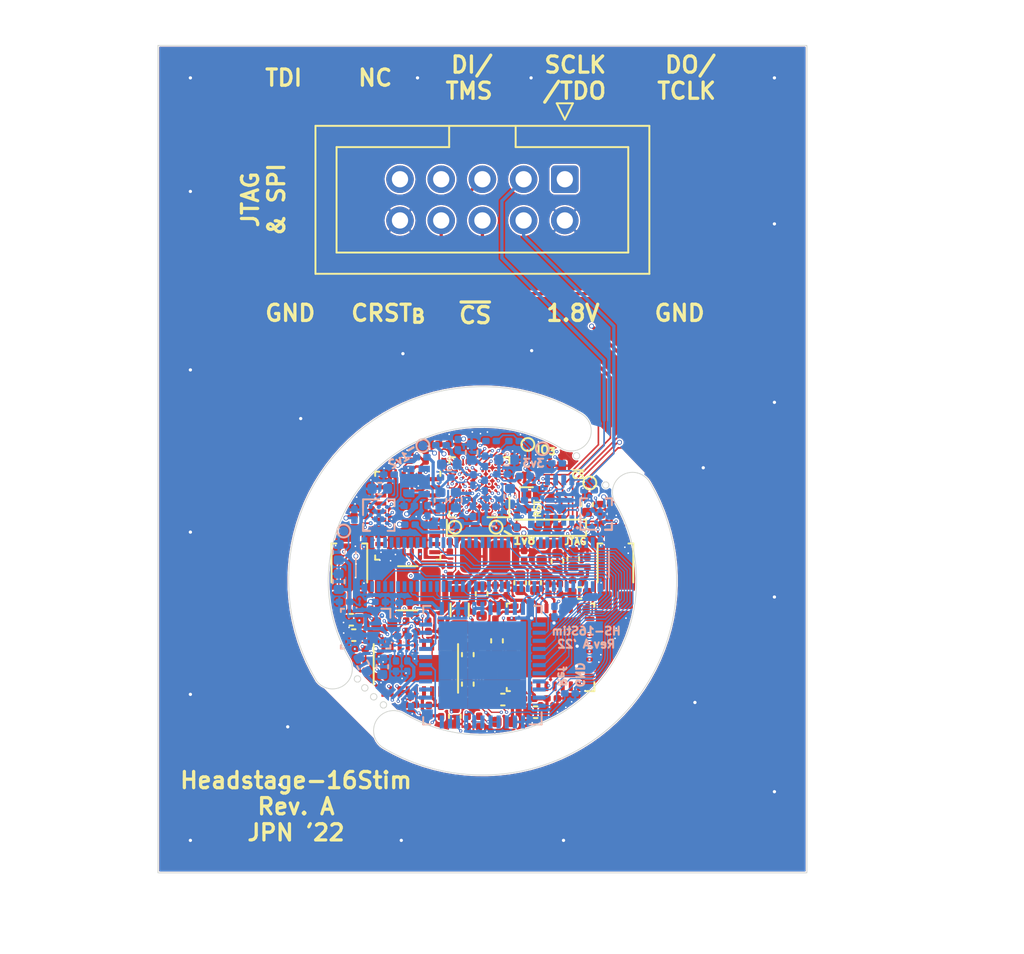
<source format=kicad_pcb>
(kicad_pcb (version 20211014) (generator pcbnew)
  (title_block (title "Headstage-16Stim") (date "2022-01-16") (rev "A") (company "Open Ephys, Inc.") (comment 1 "Jonathan P. Newman"))
  (layers (0 "F.Cu" signal) (1 "In1.Cu" signal) (2 "In2.Cu" signal) (3 "In3.Cu" signal) (4 "In4.Cu" signal) (31 "B.Cu" signal) (34 "B.Paste" user) (35 "F.Paste" user) (36 "B.SilkS" user "B.Silkscreen") (37 "F.SilkS" user "F.Silkscreen") (38 "B.Mask" user) (39 "F.Mask" user) (44 "Edge.Cuts" user))
  (net 0 "")
  (net 1 "Net-(C1-Pad1)")
  (net 2 "GND")
  (net 3 "Net-(C2-Pad1)")
  (net 4 "Net-(C3-Pad1)")
  (net 5 "Net-(C10-Pad1)")
  (net 6 "Net-(C10-Pad2)")
  (net 7 "Net-(C11-Pad1)")
  (net 8 "Net-(C12-Pad1)")
  (net 9 "/DC Tap & Regulation/RF+DC")
  (net 10 "Net-(C13-Pad1)")
  (net 11 "Net-(C13-Pad2)")
  (net 12 "Net-(C14-Pad1)")
  (net 13 "Net-(C15-Pad1)")
  (net 14 "+3V3")
  (net 15 "+1V8")
  (net 16 "Net-(R3-Pad2)")
  (net 17 "Net-(R10-Pad2)")
  (net 18 "+2V5")
  (net 19 "/Ref")
  (net 20 "Net-(R21-Pad2)")
  (net 21 "Net-(R22-Pad2)")
  (net 27 "/FPGA/D0+")
  (net 28 "/FPGA/CLK+")
  (net 29 "/FPGA/CLK-")
  (net 34 "/FPGA/D0-")
  (net 37 "+1V2")
  (net 38 "Net-(C40-Pad1)")
  (net 39 "Net-(C44-Pad1)")
  (net 40 "Net-(C45-Pad1)")
  (net 41 "Net-(C46-Pad1)")
  (net 42 "Net-(C47-Pad1)")
  (net 44 "Net-(C48-Pad1)")
  (net 45 "Net-(C51-Pad1)")
  (net 47 "/FPGA/SDA_{Ser}")
  (net 48 "/FPGA/SCL_{Ser}")
  (net 51 "/FPGA/GPIO0_{Ser}")
  (net 62 "/FPGA/TDI")
  (net 63 "/FPGA/CLK")
  (net 64 "/FPGA/PDB_{Ser}")
  (net 65 "/FPGA/GPIO3_{Ser}")
  (net 66 "/FPGA/CLK_{Ser}")
  (net 67 "/FPGA/SCLK_{Flash}{slash}TDO")
  (net 68 "/FPGA/DI_{Flash}{slash}TMS")
  (net 69 "/FPGA/DO_{Flash}{slash}TCK")
  (net 70 "/FPGA/~{CS}_{Flash}")
  (net 71 "Net-(C49-Pad1)")
  (net 72 "+4V")
  (net 73 "Net-(F1-Pad1)")
  (net 74 "Net-(D2-Pad1)")
  (net 75 "/FPGA/LED")
  (net 76 "Net-(C21-Pad2)")
  (net 81 "Net-(R9-Pad2)")
  (net 82 "/Ephys/~{CS}")
  (net 83 "/Ephys/SCLK")
  (net 84 "/Ephys/MISO")
  (net 98 "/Ephys/MOSI")
  (net 99 "/Ephys/Elec0")
  (net 100 "/Ephys/Elec1")
  (net 101 "/Ephys/Elec2")
  (net 102 "/Ephys/Elec3")
  (net 103 "/Ephys/Elec4")
  (net 104 "/Ephys/Elec5")
  (net 105 "/Ephys/Elec6")
  (net 106 "/Ephys/Elec7")
  (net 107 "/Ephys/Elec8")
  (net 108 "/Ephys/Elec9")
  (net 109 "/Ephys/Elec10")
  (net 110 "/Ephys/Elec11")
  (net 111 "/Ephys/Elec12")
  (net 112 "/Ephys/Elec13")
  (net 113 "/Ephys/Elec14")
  (net 114 "/Ephys/Elec15")
  (net 115 "Net-(C23-Pad1)")
  (net 116 "/3D Pose/SDA")
  (net 117 "/3D Pose/SCL")
  (net 118 "Net-(R16-Pad2)")
  (net 119 "Net-(C25-Pad1)")
  (net 120 "Net-(R17-Pad2)")
  (net 121 "/3D Pose/Data_{0}")
  (net 122 "/3D Pose/Env_{0}")
  (net 123 "/3D Pose/Data_{1}")
  (net 124 "/3D Pose/Env_{1}")
  (net 125 "Net-(C28-Pad1)")
  (net 126 "/3D Pose/PD_{0}-")
  (net 127 "/3D Pose/PD_{0}+")
  (net 128 "/3D Pose/PD_{1}-")
  (net 129 "/3D Pose/PD_{1}+")
  (net 133 "Net-(JP1-Pad1)")
  (net 134 "Net-(C29-Pad2)")
  (net 135 "Net-(C30-Pad1)")
  (net 136 "Net-(C30-Pad2)")
  (net 137 "+7V")
  (net 139 "Net-(C36-Pad2)")
  (net 140 "Net-(C41-Pad2)")
  (net 141 "Net-(C59-Pad1)")
  (net 142 "Net-(C59-Pad2)")
  (net 143 "Net-(C60-Pad1)")
  (net 145 "-7V")
  (net 146 "Net-(C64-Pad2)")
  (net 185 "Net-(L8-Pad2)")
  (net 205 "/FPGA/CRESET_{B}")
  (net 206 "/Ephys/StimEn")
  (footprint "Inductor_SMD:L_0402_1005Metric" (layer "F.Cu") (at 127.15 61.225 90)
    (fp_text reference "L7")
    (fp_text value "BLM15AX102SN1D" hide)
  )
  (footprint "Inductor_SMD:L_0402_1005Metric" (layer "F.Cu") (at 123.45 65.65 90)
    (fp_text reference "L2")
    (fp_text value "BLM15AX102SN1D" hide)
  )
  (footprint "Inductor_SMD:L_0402_1005Metric" (layer "F.Cu") (at 124.87 71.7 180)
    (fp_text reference "L1")
    (fp_text value "BLM15AX102SN1D" hide)
  )
  (footprint "Capacitor_SMD:C_0201_0603Metric" (layer "F.Cu") (at 119.05 70.65)
    (fp_text reference "C41")
    (fp_text value "0.1uF" hide)
  )
  (footprint "jonnew:MITSUMI_R-668049" (layer "F.Cu") (at 128.012953 57.232359 90)
    (fp_text reference "SW1")
    (fp_text value "R-668049" hide)
  )
  (footprint "Capacitor_SMD:C_0201_0603Metric" (layer "F.Cu") (at 118.8 65.8 -90)
    (fp_text reference "C36")
    (fp_text value "10pF" hide)
  )
  (footprint "jonnew:LATTICE_ufcBGA64C40P8X8_3.5X3.5X1.0" (layer "F.Cu") (at 123.312953 57.232359 180)
    (fp_text reference "U8")
    (fp_text value "LIF-MD6000-6UMG64I" hide)
  )
  (footprint "Resistor_SMD:R_0201_0603Metric" (layer "F.Cu") (at 126.07 61.45 90)
    (fp_text reference "R15")
    (fp_text value "49.9" hide)
  )
  (footprint "jonnew:ROHM_SML-P11MTT86R" (layer "F.Cu") (at 126.212953 58.132359 -90)
    (fp_text reference "D2")
    (fp_text value "SML-P11UTT86R" hide)
  )
  (footprint "jonnew:TI_RHB0032P" (layer "F.Cu") (at 127.7 67.1 180)
    (fp_text reference "U7")
    (fp_text value "DS90UB953A-Q1" hide)
  )
  (footprint "LOGO" (layer "F.Cu") (at 123.7 54.3)
    (fp_text reference "G***" hide)
    (fp_text value "LOGO" hide)
  )
  (footprint "LOGO" (layer "F.Cu") (at 131.4 65.7)
    (fp_text reference "G***" hide)
    (fp_text value "LOGO" hide)
  )
  (footprint "Connector_IDC:IDC-Header_2x05_P2.54mm_Vertical" (layer "F.Cu") (at 128.58 38.2475 -90)
    (fp_text reference "J3" hide)
    (fp_text value "SBH11-PBPC-D05-ST-BK" hide)
  )
  (footprint "Capacitor_SMD:C_0402_1005Metric" (layer "F.Cu") (at 115.57 66.35)
    (fp_text reference "C29")
    (fp_text value "4.7uF" hide)
  )
  (footprint "Capacitor_SMD:C_0201_0603Metric" (layer "F.Cu") (at 119.47 65.82 90)
    (fp_text reference "C40")
    (fp_text value "0.1uF" hide)
  )
  (footprint "Resistor_SMD:R_0201_0603Metric" (layer "F.Cu") (at 120.93 65.78 90)
    (fp_text reference "R14")
    (fp_text value "2k" hide)
  )
  (footprint "Capacitor_SMD:C_0201_0603Metric" (layer "F.Cu") (at 120 55.3 -90)
    (fp_text reference "C20")
    (fp_text value "0.1uF" hide)
  )
  (footprint "Resistor_SMD:R_0201_0603Metric" (layer "F.Cu") (at 125.712953 56.332359 90)
    (fp_text reference "R25")
    (fp_text value "1k" hide)
  )
  (footprint "Capacitor_SMD:C_0402_1005Metric" (layer "F.Cu") (at 124.4 66.7 -90)
    (fp_text reference "C34")
    (fp_text value "1uF" hide)
  )
  (footprint "Resistor_SMD:R_0201_0603Metric" (layer "F.Cu") (at 121.13 54.57)
    (fp_text reference "R7")
    (fp_text value "10k" hide)
  )
  (footprint "jonnew:OSRAM_SFH2400FA-Tight" (layer "F.Cu") (at 131.7 62.1)
    (fp_text reference "D3")
    (fp_text value "SFH 2400 FA" hide)
  )
  (footprint "Resistor_SMD:R_0201_0603Metric" (layer "F.Cu") (at 120.16 65.8 -90)
    (fp_text reference "R8")
    (fp_text value "2k" hide)
  )
  (footprint "Resistor_SMD:R_0201_0603Metric" (layer "F.Cu") (at 126.512953 56.332359 -90)
    (fp_text reference "R20")
    (fp_text value "4.7k" hide)
  )
  (footprint "Capacitor_SMD:C_0201_0603Metric" (layer "F.Cu") (at 124.3 63.6 90)
    (fp_text reference "C8")
    (fp_text value "10nF" hide)
  )
  (footprint "Capacitor_SMD:C_0201_0603Metric" (layer "F.Cu") (at 124.21 69.48 180)
    (fp_text reference "C14")
    (fp_text value "10nF" hide)
  )
  (footprint "Resistor_SMD:R_0201_0603Metric" (layer "F.Cu") (at 121.49 60.91 -90)
    (fp_text reference "R11")
    (fp_text value "4.7k" hide)
  )
  (footprint "Capacitor_SMD:C_0402_1005Metric" (layer "F.Cu") (at 125.83 63.12 90)
    (fp_text reference "C12")
    (fp_text value "0.1uF" hide)
  )
  (footprint "Capacitor_SMD:C_0201_0603Metric" (layer "F.Cu") (at 128.275 63.5 90)
    (fp_text reference "C16")
    (fp_text value "10nF" hide)
  )
  (footprint "Capacitor_SMD:C_0402_1005Metric" (layer "F.Cu") (at 124.76 70.32 180)
    (fp_text reference "C17")
    (fp_text value "1uF" hide)
  )
  (footprint "Capacitor_SMD:C_0402_1005Metric" (layer "F.Cu") (at 121.8 71.35 90)
    (fp_text reference "C63")
    (fp_text value "4.7uF" hide)
  )
  (footprint "Capacitor_SMD:C_0201_0603Metric" (layer "F.Cu") (at 127.8 70.25)
    (fp_text reference "C4")
    (fp_text value "0.1uF" hide)
  )
  (footprint "Capacitor_SMD:C_0201_0603Metric" (layer "F.Cu") (at 126.35 70.275 180)
    (fp_text reference "C7")
    (fp_text value "10nF" hide)
  )
  (footprint "Capacitor_SMD:C_0201_0603Metric" (layer "F.Cu") (at 131.08 58.27)
    (fp_text reference "C26")
    (fp_text value "0.1uF" hide)
  )
  (footprint "Capacitor_SMD:C_0201_0603Metric" (layer "F.Cu") (at 122.59 71.67 -90)
    (fp_text reference "C19")
    (fp_text value "0.1uF" hide)
  )
  (footprint "Capacitor_SMD:C_0402_1005Metric" (layer "F.Cu") (at 123.45 63.8 90)
    (fp_text reference "C2")
    (fp_text value "10uF" hide)
  )
  (footprint "Capacitor_SMD:C_0402_1005Metric" (layer "F.Cu") (at 126.78 71.1 180)
    (fp_text reference "C1")
    (fp_text value "10uF" hide)
  )
  (footprint "jonnew:LINEAR_SON50P300X500X80-19N-D" (layer "F.Cu") (at 119.4 68.4 90)
    (fp_text reference "U4")
    (fp_text value "LTC3265xxHC#PBF" hide)
  )
  (footprint "Capacitor_SMD:C_0201_0603Metric" (layer "F.Cu") (at 123.3 71.67 -90)
    (fp_text reference "C18")
    (fp_text value "0.1uF" hide)
  )
  (footprint "Resistor_SMD:R_0201_0603Metric" (layer "F.Cu") (at 120.95 71.055 90)
    (fp_text reference "R24")
    (fp_text value "604k,1%" hide)
  )
  (footprint "Resistor_SMD:R_0201_0603Metric" (layer "F.Cu") (at 116.3 68.255 90)
    (fp_text reference "R19")
    (fp_text value "125k,1%" hide)
  )
  (footprint "Package_LGA:LGA-28_5.2x3.8mm_P0.5mm" (layer "F.Cu") (at 118.9 58.9875 -90)
    (fp_text reference "U3")
    (fp_text value "BNO055" hide)
  )
  (footprint "Inductor_SMD:L_0805_2012Metric" (layer "F.Cu") (at 122.1 64.8 -90)
    (fp_text reference "L9")
    (fp_text value "CIG21L4R7MNE" hide)
  )
  (footprint "Resistor_SMD:R_0201_0603Metric" (layer "F.Cu") (at 121.51 62.35 90)
    (fp_text reference "R12")
    (fp_text value "4.7k" hide)
  )
  (footprint "Capacitor_SMD:C_0201_0603Metric" (layer "F.Cu") (at 116.25 57.95 -90)
    (fp_text reference "C21")
    (fp_text value "0.1uF" hide)
  )
  (footprint "Capacitor_SMD:C_0201_0603Metric" (layer "F.Cu") (at 129.375 62.975 180)
    (fp_text reference "C9")
    (fp_text value "10nF" hide)
  )
  (footprint "Capacitor_SMD:C_0201_0603Metric" (layer "F.Cu") (at 129.975 61.85 90)
    (fp_text reference "C6")
    (fp_text value "0.1uF" hide)
  )
  (footprint "Capacitor_SMD:C_0201_0603Metric" (layer "F.Cu") (at 124.3 65.04 90)
    (fp_text reference "C15")
    (fp_text value "10nF" hide)
  )
  (footprint "Inductor_SMD:L_1210_3225Metric" (layer "F.Cu") (at 118.9 63.46)
    (fp_text reference "L8")
    (fp_text value "CBC3225T101MR" hide)
  )
  (footprint "Resistor_SMD:R_0201_0603Metric" (layer "F.Cu") (at 123.51 67.34 90)
    (fp_text reference "R4")
    (fp_text value "78.7k,1%" hide)
  )
  (footprint "Capacitor_SMD:C_0201_0603Metric" (layer "F.Cu") (at 125 63.6 90)
    (fp_text reference "C5")
    (fp_text value "0.1uF" hide)
  )
  (footprint "Capacitor_SMD:C_0402_1005Metric" (layer "F.Cu") (at 129.95 58.3 90)
    (fp_text reference "C25")
    (fp_text value "1uF" hide)
  )
  (footprint "jonnew:ONIXJTAG-RevA" (layer "F.Cu") (at 125.61 59.7)
    (fp_text reference "J5")
    (fp_text value "PINHD-1x7_ONIXJTAG-RevA" hide)
  )
  (footprint "Capacitor_SMD:C_0402_1005Metric" (layer "F.Cu") (at 128.125 61.8 90)
    (fp_text reference "C35")
    (fp_text value "1uF" hide)
  )
  (footprint "Resistor_SMD:R_0201_0603Metric" (layer "F.Cu") (at 124.13 68.37)
    (fp_text reference "R3")
    (fp_text value "39.2,1%" hide)
  )
  (footprint "Resistor_SMD:R_0201_0603Metric" (layer "F.Cu") (at 131.14 58.97 180)
    (fp_text reference "R17")
    (fp_text value "15k" hide)
  )
  (footprint "Capacitor_SMD:C_0201_0603Metric" (layer "F.Cu") (at 120.2 71 90)
    (fp_text reference "C60")
    (fp_text value "10pF" hide)
  )
  (footprint "jonnew:TestPoint_Pad_D0.6mm" (layer "F.Cu") (at 130.12 56.97 90)
    (fp_text reference "TP9")
    (fp_text value "~{CS}_{Flash}" hide)
  )
  (footprint "jonnew:OE_COAX-ADAPTER-XFL-A" (layer "F.Cu") (at 123.67 61.5)
    (fp_text reference "J1")
    (fp_text value "OE_COAX-ADAPTER-XFL-A (DNP)" hide)
  )
  (footprint "Capacitor_SMD:C_0402_1005Metric" (layer "F.Cu") (at 126.75 63.12 90)
    (fp_text reference "C13")
    (fp_text value "47nF" hide)
  )
  (footprint "jonnew:TestPoint_Pad_D0.6mm" (layer "F.Cu") (at 126.3 54.6 90)
    (fp_text reference "TP2")
    (fp_text value "GPIO3" hide)
  )
  (footprint "Resistor_SMD:R_0201_0603Metric" (layer "F.Cu") (at 118.7 55.6)
    (fp_text reference "R10")
    (fp_text value "10k" hide)
  )
  (footprint "Resistor_SMD:R_0201_0603Metric" (layer "F.Cu") (at 115.955 67.2 180)
    (fp_text reference "R18")
    (fp_text value "604k,1%" hide)
  )
  (footprint "Capacitor_SMD:C_0201_0603Metric" (layer "F.Cu") (at 127.575 63.5 90)
    (fp_text reference "C11")
    (fp_text value "0.1uF" hide)
  )
  (footprint "Capacitor_SMD:C_0402_1005Metric" (layer "F.Cu") (at 129.1 61.65 90)
    (fp_text reference "C3")
    (fp_text value "10uF" hide)
  )
  (footprint "Resistor_SMD:R_0201_0603Metric" (layer "F.Cu") (at 115.91 59)
    (fp_text reference "R9")
    (fp_text value "10k" hide)
  )
  (footprint "Capacitor_SMD:C_0402_1005Metric" (layer "F.Cu") (at 129.5 63.75)
    (fp_text reference "C10")
    (fp_text value "22nF" hide)
  )
  (footprint "Capacitor_SMD:C_0402_1005Metric" (layer "F.Cu") (at 122.6 69.37 -90)
    (fp_text reference "C64")
    (fp_text value "4.7uF" hide)
  )
  (footprint "Capacitor_SMD:C_0402_1005Metric" (layer "F.Cu") (at 115.42 65.4)
    (fp_text reference "C33")
    (fp_text value "4.7uF" hide)
  )
  (footprint "jonnew-eagle:OE-LOGO-7X5" (layer "F.Cu") (at 137.16 77.28875)
    (fp_text reference "" hide)
    (fp_text value "" hide)
  )
  (footprint "jonnew:LITTLEFUSE_0402" (layer "F.Cu") (at 117.45 65.6 180)
    (fp_text reference "F1")
    (fp_text value "0402L020SL" hide)
  )
  (footprint "jonnew:OSRAM_SFH2400FA-Tight" (layer "F.Cu") (at 115.3 62.1)
    (fp_text reference "D1")
    (fp_text value "SFH 2400 FA" hide)
  )
  (footprint "Capacitor_SMD:C_0402_1005Metric" (layer "F.Cu") (at 122.6 67.55 90)
    (fp_text reference "C59")
    (fp_text value "0.47uF" hide)
  )
  (footprint "Capacitor_SMD:C_0201_0603Metric" (layer "B.Cu") (at 115.61 58.93 -90)
    (fp_text reference "C24")
    (fp_text value "0.1uF" hide)
  )
  (footprint "jonnew:TestPoint_Pad_D0.6mm" (layer "B.Cu") (at 119.83 54.67 180)
    (fp_text reference "TP3")
    (fp_text value "+1.2V" hide)
  )
  (footprint "Capacitor_SMD:C_0201_0603Metric" (layer "B.Cu") (at 118.7 65.05 180)
    (fp_text reference "C27")
    (fp_text value "0.1uF" hide)
  )
  (footprint "Resistor_SMD:R_0201_0603Metric" (layer "B.Cu") (at 128.9 69.94)
    (fp_text reference "R13")
    (fp_text value "0" hide)
  )
  (footprint "Resistor_SMD:R_0201_0603Metric" (layer "B.Cu") (at 117.74 56.45)
    (fp_text reference "R16")
    (fp_text value "15k" hide)
  )
  (footprint "Capacitor_SMD:C_0201_0603Metric" (layer "B.Cu") (at 118.87 68.26 -90)
    (fp_text reference "C65")
    (fp_text value "1uF" hide)
  )
  (footprint "jonnew:OE_SolderJumper-2_0201_Open_Pad" (layer "B.Cu") (at 126.513576 59.233576 90)
    (fp_text reference "JP1")
    (fp_text value "Jumper_2_Open" hide)
  )
  (footprint "Capacitor_SMD:C_0201_0603Metric" (layer "B.Cu") (at 123.643576 57.123576 -90)
    (fp_text reference "C43")
    (fp_text value "0.1uF" hide)
  )
  (footprint "Capacitor_SMD:C_0201_0603Metric" (layer "B.Cu") (at 118.7 64.35 180)
    (fp_text reference "C28")
    (fp_text value "10nF" hide)
  )
  (footprint "Capacitor_SMD:C_0402_1005Metric" (layer "B.Cu") (at 122.838576 55.083576 90)
    (fp_text reference "C52")
    (fp_text value "1uF" hide)
  )
  (footprint "Capacitor_SMD:C_0402_1005Metric" (layer "B.Cu") (at 121.61 59.49 180)
    (fp_text reference "C54")
    (fp_text value "2.2uF" hide)
  )
  (footprint "jonnew:TRIAD_BGA-9_3x3_1.7x1.7mm" (layer "B.Cu") (at 117.113576 58.95 -90)
    (fp_text reference "U2")
    (fp_text value "TS4231" hide)
  )
  (footprint "jonnew:WINBOND_USON8-2x3x0.6" (layer "B.Cu") (at 128.263576 58.033576 90)
    (fp_text reference "U11")
    (fp_text value "W25Q80EWUXIE" hide)
  )
  (footprint "Resistor_SMD:R_0201_0603Metric" (layer "B.Cu") (at 124.038576 54.383576 180)
    (fp_text reference "R2")
    (fp_text value "1k" hide)
  )
  (footprint "Capacitor_SMD:C_0402_1005Metric" (layer "B.Cu") (at 124.993576 55.533576)
    (fp_text reference "C55")
    (fp_text value "2.2uF" hide)
  )
  (footprint "Inductor_SMD:L_0201_0603Metric" (layer "B.Cu") (at 120.113576 58.683576 -90)
    (fp_text reference "L10")
    (fp_text value "BLM03PX121SN1D" hide)
  )
  (footprint "Inductor_SMD:L_0201_0603Metric" (layer "B.Cu") (at 119.038576 59.533576 180)
    (fp_text reference "L13")
    (fp_text value "BLM03PX121SN1D" hide)
  )
  (footprint "Resistor_SMD:R_0201_0603Metric" (layer "B.Cu") (at 126.413576 58.033576)
    (fp_text reference "R22")
    (fp_text value "4.7k" hide)
  )
  (footprint "Capacitor_SMD:C_0201_0603Metric" (layer "B.Cu") (at 124.013576 58.433576)
    (fp_text reference "C45")
    (fp_text value "0.1uF" hide)
  )
  (footprint "Inductor_SMD:L_0201_0603Metric" (layer "B.Cu") (at 119.763576 55.383576 180)
    (fp_text reference "L16")
    (fp_text value "BLM03PX121SN1D" hide)
  )
  (footprint "Capacitor_SMD:C_0201_0603Metric" (layer "B.Cu") (at 118.6 66.41 180)
    (fp_text reference "C66")
    (fp_text value "2.2uF" hide)
  )
  (footprint "Capacitor_SMD:C_0402_1005Metric" (layer "B.Cu") (at 117.18 57.32 180)
    (fp_text reference "C23")
    (fp_text value "1uF" hide)
  )
  (footprint "Capacitor_SMD:C_0402_1005Metric" (layer "B.Cu") (at 120.913576 58.04 -90)
    (fp_text reference "C57")
    (fp_text value "2.2uF" hide)
  )
  (footprint "Capacitor_SMD:C_0201_0603Metric" (layer "B.Cu") (at 121.238576 56.633576 180)
    (fp_text reference "C49")
    (fp_text value "0.1uF" hide)
  )
  (footprint "Capacitor_SMD:C_0402_1005Metric" (layer "B.Cu") (at 117.33 68.3 -90)
    (fp_text reference "C37")
    (fp_text value "4.7uF" hide)
  )
  (footprint "Capacitor_SMD:C_0201_0603Metric" (layer "B.Cu") (at 124.713576 56.433576)
    (fp_text reference "C47")
    (fp_text value "0.1uF" hide)
  )
  (footprint "Capacitor_SMD:C_0402_1005Metric" (layer "B.Cu") (at 121.863576 58.03 -90)
    (fp_text reference "C51")
    (fp_text value "1uF" hide)
  )
  (footprint "Capacitor_SMD:C_0402_1005Metric" (layer "B.Cu") (at 121.463576 55.833576 180)
    (fp_text reference "C56")
    (fp_text value "2.2uF" hide)
  )
  (footprint "Capacitor_SMD:C_0201_0603Metric" (layer "B.Cu") (at 123.663576 55.633576 90)
    (fp_text reference "C44")
    (fp_text value "0.1uF" hide)
  )
  (footprint "Capacitor_SMD:C_0201_0603Metric" (layer "B.Cu") (at 122.943576 56.783576 -90)
    (fp_text reference "C48")
    (fp_text value "0.1uF" hide)
  )
  (footprint "jonnew:ONSEMI_567JZ_WLCSP4-0.64x0.64" (layer "B.Cu") (at 118.2625 67.1525 -90)
    (fp_text reference "U10")
    (fp_text value "NCP163AFCT120T2G" hide)
  )
  (footprint "jonnew:INTAN_QFN44-7.0x7.0x0.8_P0.5" (layer "B.Cu") (at 123.5 68.2 90)
    (fp_text reference "U1")
    (fp_text value "RHS2116" hide)
  )
  (footprint "Resistor_SMD:R_0201_0603Metric" (layer "B.Cu") (at 125.45 54.383576 180)
    (fp_text reference "R1")
    (fp_text value "1k" hide)
  )
  (footprint "jonnew:TestPoint_Pad_D0.6mm" (layer "B.Cu") (at 127.2 54.86 180)
    (fp_text reference "TP1")
    (fp_text value "+3.3V" hide)
  )
  (footprint "jonnew:ONSEMI_567JZ_WLCSP4-0.64x0.64" (layer "B.Cu") (at 119.01 67.15 -90)
    (fp_text reference "U5")
    (fp_text value "NCP163AFCT180T2G" hide)
  )
  (footprint "Inductor_SMD:L_0201_0603Metric" (layer "B.Cu") (at 125.613576 59.383576 90)
    (fp_text reference "L12")
    (fp_text value "BLM03PX121SN1D" hide)
  )
  (footprint "Capacitor_SMD:C_0201_0603Metric" (layer "B.Cu") (at 127.94 64.9 -90)
    (fp_text reference "C22")
    (fp_text value "0.1uF" hide)
  )
  (footprint "Capacitor_SMD:C_0201_0603Metric" (layer "B.Cu") (at 118.17 68.26 -90)
    (fp_text reference "C69")
    (fp_text value "1uF" hide)
  )
  (footprint "Capacitor_SMD:C_0201_0603Metric" (layer "B.Cu") (at 117.2 64.3)
    (fp_text reference "C67")
    (fp_text value "1uF" hide)
  )
  (footprint "Capacitor_SMD:C_0201_0603Metric" (layer "B.Cu") (at 128.1 55.76 180)
    (fp_text reference "C42")
    (fp_text value "0.1uF" hide)
  )
  (footprint "Capacitor_SMD:C_0402_1005Metric" (layer "B.Cu") (at 114.64 61.24 -90)
    (fp_text reference "C32")
    (fp_text value "10uF" hide)
  )
  (footprint "Capacitor_SMD:C_0201_0603Metric" (layer "B.Cu") (at 118.988576 58.383576 180)
    (fp_text reference "C58")
    (fp_text value "10nF" hide)
  )
  (footprint "Inductor_SMD:L_0201_0603Metric" (layer "B.Cu") (at 121.988576 54.608576 90)
    (fp_text reference "L11")
    (fp_text value "BLM03PX121SN1D" hide)
  )
  (footprint "jonnew:TestPoint_Pad_D0.6mm" (layer "B.Cu") (at 114.95 59.93 180)
    (fp_text reference "TP4")
    (fp_text value "+2.5V" hide)
  )
  (footprint "Resistor_SMD:R_0201_0603Metric" (layer "B.Cu") (at 119.1 70.43 -90)
    (fp_text reference "R23")
    (fp_text value "125k,1%" hide)
  )
  (footprint "jonnew:TI_SIP0008B" (layer "B.Cu") (at 116.3 65.95 180)
    (fp_text reference "U13")
    (fp_text value "TPS826951" hide)
  )
  (footprint "Capacitor_SMD:C_0402_1005Metric" (layer "B.Cu") (at 116.14 68.18 -60)
    (fp_text reference "C30")
    (fp_text value "0.47uF" hide)
  )
  (footprint "Inductor_SMD:L_0201_0603Metric" (layer "B.Cu") (at 120.943576 54.643576 180)
    (fp_text reference "L15")
    (fp_text value "BLM03PX121SN1D" hide)
  )
  (footprint "jonnew:TRIAD_BGA-9_3x3_1.7x1.7mm" (layer "B.Cu") (at 130.51 58.883576)
    (fp_text reference "U6")
    (fp_text value "TS4231" hide)
  )
  (footprint "Capacitor_SMD:C_0402_1005Metric" (layer "B.Cu") (at 124.213576 59.283576)
    (fp_text reference "C53")
    (fp_text value "2.2uF" hide)
  )
  (footprint "Resistor_SMD:R_0201_0603Metric" (layer "B.Cu") (at 130.08 57.42 180)
    (fp_text reference "R26")
    (fp_text value "4.7k" hide)
  )
  (footprint "Capacitor_SMD:C_0402_1005Metric" (layer "B.Cu") (at 125.203576 57.793576 -90)
    (fp_text reference "C50")
    (fp_text value "10uF" hide)
  )
  (footprint "jonnew:HIROSE_DF40C70DP04V51" (layer "B.Cu") (at 123.5 62 180)
    (fp_text reference "J2")
    (fp_text value "DF40C-70DP-0.4V(51)" hide)
  )
  (footprint "jonnew:MICROCHIP_VFLGA4-2.0x1.6" (layer "B.Cu") (at 119.438576 56.883576)
    (fp_text reference "U12")
    (fp_text value "DSC6011JI1A-050.0000" hide)
  )
  (footprint "Capacitor_SMD:C_0201_0603Metric" (layer "B.Cu") (at 115 64.3 180)
    (fp_text reference "C68")
    (fp_text value "1uF" hide)
  )
  (footprint "Inductor_SMD:L_0201_0603Metric" (layer "B.Cu") (at 126.113576 56.533576)
    (fp_text reference "L14")
    (fp_text value "BLM03PX121SN1D" hide)
  )
  (footprint "Capacitor_SMD:C_0402_1005Metric" (layer "B.Cu") (at 114.64 63.05 -90)
    (fp_text reference "C31")
    (fp_text value "10uF" hide)
  )
  (footprint "jonnew:ONSEMI_567JZ_WLCSP4-0.64x0.64" (layer "B.Cu") (at 116.1 64.3)
    (fp_text reference "U9")
    (fp_text value "NCP163AFCT330T2G" hide)
  )
  (footprint "Resistor_SMD:R_0201_0603Metric" (layer "B.Cu") (at 126.413576 57.333576)
    (fp_text reference "R21")
    (fp_text value "4.7k" hide)
  )
  (footprint "Capacitor_SMD:C_0201_0603Metric" (layer "B.Cu") (at 122.913576 58.723576 -90)
    (fp_text reference "C46")
    (fp_text value "0.1uF" hide)
  )
  (gr_line (start 118.935 54.96) (end 119.245 54.78) (layer "B.SilkS") (width 0.15))
  (gr_line (start 129.89 59.23) (end 129.89 60.23) (layer "F.SilkS") (width 0.12))
  (gr_circle (center 124.34 59.69) (end 124.74 59.69) (layer "F.SilkS") (width 0.12) (fill none))
  (gr_line (start 121.31 60.23) (end 121.31 59.23) (layer "F.SilkS") (width 0.12))
  (gr_line (start 121.31 60.23) (end 129.89 60.23) (layer "F.SilkS") (width 0.12))
  (gr_line (start 125.27 60.18) (end 124.87 59.95) (layer "F.SilkS") (width 0.15))
  (gr_circle (center 121.8 59.7) (end 122.2 59.7) (layer "F.SilkS") (width 0.12) (fill none))
  (gr_line (start 125.51 59.23) (end 129.89 59.23) (layer "F.SilkS") (width 0.12))
  (gr_arc (start 117.4 73.3) (mid 116.978421 71.586642) (end 118.7 71.2) (layer "Edge.Cuts") (width 0.05))
  (gr_rect (start 143.5 81) (end 103.5 30) (layer "Edge.Cuts") (width 0.05) (fill none))
  (gr_arc (start 133.8 56.9) (mid 131.96599 71.46599) (end 117.4 73.3) (layer "Edge.Cuts") (width 0.05))
  (gr_arc (start 129.6 52.7) (mid 130.021559 54.413346) (end 128.3 54.800001) (layer "Edge.Cuts") (width 0.05))
  (gr_circle (center 117.4 70.65) (end 117.4 70.45) (layer "Edge.Cuts") (width 0.05) (fill none))
  (gr_arc (start 113.3 69.2) (mid 115.00529 54.583408) (end 129.6 52.7) (layer "Edge.Cuts") (width 0.05))
  (gr_arc (start 131.699998 58.2) (mid 130.21863 69.718629) (end 118.700001 71.199998) (layer "Edge.Cuts") (width 0.05))
  (gr_arc (start 131.699999 58.2) (mid 132.102084 56.503367) (end 133.8 56.9) (layer "Edge.Cuts") (width 0.05))
  (gr_circle (center 115.8 69.05) (end 115.8 68.85) (layer "Edge.Cuts") (width 0.05) (fill none))
  (gr_arc (start 115.3 67.800001) (mid 114.959443 69.442062) (end 113.3 69.2) (layer "Edge.Cuts") (width 0.05))
  (gr_circle (center 116.8 70.15) (end 116.8 69.95) (layer "Edge.Cuts") (width 0.05) (fill none))
  (gr_circle (center 116.25 69.6) (end 116.25 69.4) (layer "Edge.Cuts") (width 0.05) (fill none))
  (gr_circle (center 131.1 57.1) (end 131.1 56.9) (layer "Edge.Cuts") (width 0.05) (fill none))
  (gr_arc (start 115.3 67.800001) (mid 116.781369 56.281369) (end 128.300001 54.8) (layer "Edge.Cuts") (width 0.05))
  (gr_circle (center 129.3 55.3) (end 129.3 55.1) (layer "Edge.Cuts") (width 0.05) (fill none))
  (gr_text "GND" (at 129.5 68.8 270) (layer "B.SilkS") (effects (font (size 0.5 0.5) (thickness 0.125)) (justify mirror)))
  (gr_text "1v2" (at 119 55.2 30) (layer "B.SilkS") (effects (font (size 0.5 0.5) (thickness 0.125)) (justify left mirror)))
  (gr_text "Ref" (at 128.4 68.9 270) (layer "B.SilkS") (effects (font (size 0.5 0.5) (thickness 0.125)) (justify mirror)))
  (gr_text "3v3" (at 127.4 55.75) (layer "B.SilkS") (effects (font (size 0.5 0.5) (thickness 0.125)) (justify left mirror)))
  (gr_text "HS-16Stim\nRev.A '22" (at 129.9 66.5) (layer "B.SilkS") (effects (font (size 0.5 0.5) (thickness 0.125)) (justify mirror)))
  (gr_text "1.8V" (at 127.333332 46.5) (layer "F.SilkS") (effects (font (size 1 1) (thickness 0.2)) (justify left)))
  (gr_text "CRST_{B}" (at 115.3 46.5) (layer "F.SilkS") (effects (font (size 1 1) (thickness 0.2)) (justify left)))
  (gr_text "~{CS}" (at 121.95238 46.64) (layer "F.SilkS") (effects (font (size 1 1) (thickness 0.2)) (justify left)))
  (gr_text "GND" (at 134 46.5) (layer "F.SilkS") (effects (font (size 1 1) (thickness 0.2)) (justify left)))
  (gr_text "DO/\nTCLK" (at 138 32) (layer "F.SilkS") (effects (font (size 1 1) (thickness 0.2)) (justify right)))
  (gr_text "JTAG\n& SPI" (at 110 39.5 90) (layer "F.SilkS") (effects (font (size 1 1) (thickness 0.2))))
  (gr_text "1v8" (at 125.34 60.51) (layer "F.SilkS") (effects (font (size 0.5 0.5) (thickness 0.125)) (justify left)))
  (gr_text "NC" (at 118.046428 32) (layer "F.SilkS") (effects (font (size 1 1) (thickness 0.2)) (justify right)))
  (gr_text "GND" (at 110 46.5) (layer "F.SilkS") (effects (font (size 1 1) (thickness 0.2)) (justify left)))
  (gr_text "Headstage-16Stim\nRev. A\nJPN '22" (at 112.01 76.91) (layer "F.SilkS") (effects (font (size 1 1) (thickness 0.2))))
  (gr_text "DI/\nTMS\n" (at 124.240475 32) (layer "F.SilkS") (effects (font (size 1 1) (thickness 0.2)) (justify right)))
  (gr_text "SCLK\n/TDO" (at 131.234522 32) (layer "F.SilkS") (effects (font (size 1 1) (thickness 0.2)) (justify right)))
  (gr_text "TDI" (at 112.5 32) (layer "F.SilkS") (effects (font (size 1 1) (thickness 0.2)) (justify right)))
  (gr_text "IO_{3}" (at 126.76 54.93) (layer "F.SilkS") (effects (font (size 0.5 0.5) (thickness 0.125)) (justify left)))
  (gr_text "JTAG" (at 128.49 60.58) (layer "F.SilkS") (effects (font (size 0.4 0.4) (thickness 0.1)) (justify left)))
  (gr_text "RST" (at 126.9 59.16 90) (layer "F.SilkS") (effects (font (size 0.4 0.4) (thickness 0.1)) (justify left)))
  (gr_text "~{CS}" (at 129.4 56.5) (layer "F.SilkS") (effects (font (size 0.4 0.4) (thickness 0.1))))
  (segment (start 126.45 69.8) (end 126.7 70.05) (width 0.2) (layer "F.Cu") (net 1))
  (segment (start 127.48 70.88) (end 127.26 71.1) (width 0.2) (layer "F.Cu") (net 1))
  (segment (start 127.48 70.25) (end 127.48 70.88) (width 0.2) (layer "F.Cu") (net 1))
  (segment (start 126.67 70.275) (end 127.455 70.275) (width 0.2) (layer "F.Cu") (net 1))
  (segment (start 126.7 70.05) (end 126.7 70.33) (width 0.2) (layer "F.Cu") (net 1))
  (segment (start 127.455 70.275) (end 127.48 70.25) (width 0.2) (layer "F.Cu") (net 1))
  (segment (start 126.45 69.5) (end 126.45 69.8) (width 0.2) (layer "F.Cu") (net 1))
  (segment (start 130.73 58.3) (end 130.76 58.27) (width 0.15) (layer "F.Cu") (net 2))
  (segment (start 123.112953 57.061029) (end 123.110913 57.063069) (width 0.0762) (layer "F.Cu") (net 2))
  (segment (start 130.12 57.96) (end 130.12 57.97) (width 0.15) (layer "F.Cu") (net 2))
  (segment (start 119.4 67.15) (end 119.23 67.32) (width 0.0762) (layer "F.Cu") (net 2))
  (segment (start 123.512953 57.432359) (end 123.447319 57.432359) (width 0.1) (layer "F.Cu") (net 2))
  (segment (start 127.7 67.1) (end 129.8 65) (width 0.15) (layer "F.Cu") (net 2))
  (segment (start 119.47 65.5) (end 119.47 65.436454) (width 0.0762) (layer "F.Cu") (net 2))
  (segment (start 123.447319 57.432359) (end 123.446689 57.432989) (width 0.1) (layer "F.Cu") (net 2))
  (segment (start 129.9 69.3) (end 129.92 69.3) (width 0.15) (layer "F.Cu") (net 2))
  (segment (start 122.552359 57.982359) (end 122.54 57.97) (width 0.1) (layer "F.Cu") (net 2))
  (segment (start 122.562953 57.982359) (end 122.552359 57.982359) (width 0.1) (layer "F.Cu") (net 2))
  (segment (start 120.4 68.44) (end 120.4 66.975) (width 0.0762) (layer "F.Cu") (net 2))
  (segment (start 126.950002 66.350002) (end 127.7 67.1) (width 0.1) (layer "F.Cu") (net 2))
  (segment (start 130.1 65.85) (end 128.95 65.85) (width 0.3) (layer "F.Cu") (net 2))
  (segment (start 123.112953 57.032359) (end 123.112953 57.061029) (width 0.0762) (layer "F.Cu") (net 2))
  (segment (start 127.7 67.1) (end 129.9 69.3) (width 0.15) (layer "F.Cu") (net 2))
  (segment (start 127.7 67.1) (end 125.55 69.25) (width 0.15) (layer "F.Cu") (net 2))
  (segment (start 130.12 57.97) (end 130.45 58.3) (width 0.15) (layer "F.Cu") (net 2))
  (segment (start 119.47 65.436454) (end 119.463269 65.429723) (width 0.0762) (layer "F.Cu") (net 2))
  (segment (start 125.3 66.350002) (end 126.950002 66.350002) (width 0.1) (layer "F.Cu") (net 2))
  (segment (start 128.95 65.85) (end 127.7 67.1) (width 0.3) (layer "F.Cu") (net 2))
  (segment (start 130.45 58.3) (end 130.73 58.3) (width 0.15) (layer "F.Cu") (net 2))
  (segment (start 119.4 66.975) (end 119.4 67.15) (width 0.0762) (layer "F.Cu") (net 2))
  (via (at 119.5 32) (size 0.3) (drill 0.2) (layers "F.Cu" "B.Cu") (net 2))
  (via (at 131.675 66.55) (size 0.2) (drill 0.1) (layers "F.Cu" "B.Cu") (net 2))
  (via (at 128.13 71.08) (size 0.2) (drill 0.1) (layers "F.Cu" "B.Cu") (net 2))
  (via (at 128.5 79) (size 0.3) (drill 0.2) (layers "F.Cu" "B.Cu") (net 2))
  (via (at 136.6 70.5) (size 0.3) (drill 0.2) (layers "F.Cu" "B.Cu") (net 2))
  (via (at 126.11 71.8) (size 0.2) (drill 0.1) (layers "F.Cu" "B.Cu") (net 2))
  (via (at 129.04006 60.025386) (size 0.2) (drill 0.1) (layers "F.Cu" "B.Cu") (net 2))
  (via (at 130.68 68.01) (size 0.2) (drill 0.1) (layers "F.Cu" "B.Cu") (net 2))
  (via (at 132.49 61.3) (size 0.2) (drill 0.1) (layers "F.Cu" "B.Cu") (net 2))
  (via (at 115.65 58.26) (size 0.2) (drill 0.1) (layers "F.Cu" "B.Cu") (net 2))
  (via (at 118.5 79) (size 0.3) (drill 0.2) (layers "F.Cu" "B.Cu") (net 2))
  (via (at 114.94 65.57) (size 0.2) (drill 0.1) (layers "F.Cu" "B.Cu") (net 2))
  (via (at 127.752015 60.049168) (size 0.2) (drill 0.1) (layers "F.Cu" "B.Cu") (net 2))
  (via (at 118.85 54.95) (size 0.2) (drill 0.1) (layers "F.Cu" "B.Cu") (net 2))
  (via (at 119.55 57.15) (size 0.2) (drill 0.1) (layers "F.Cu" "B.Cu") (net 2))
  (via (at 119.463269 65.429723) (size 0.2) (drill 0.1) (layers "F.Cu" "B.Cu") (net 2))
  (via (at 118.14 61.38) (size 0.2) (drill 0.1) (layers "F.Cu" "B.Cu") (net 2))
  (via (at 117.38 68) (size 0.2) (drill 0.1) (layers "F.Cu" "B.Cu") (net 2))
  (via (at 137.112953 56.032359) (size 0.3) (drill 0.2) (layers "F.Cu" "B.Cu") (net 2))
  (via (at 126.57 71.75) (size 0.2) (drill 0.1) (layers "F.Cu" "B.Cu") (net 2))
  (via (at 126.787953 55.232359) (size 0.2) (drill 0.1) (layers "F.Cu" "B.Cu") (net 2))
  (via (at 117.73 55.76) (size 0.2) (drill 0.1) (layers "F.Cu" "B.Cu") (net 2))
  (via (at 118.55 69.02) (size 0.2) (drill 0.1) (layers "F.Cu" "B.Cu") (net 2))
  (via (at 119.32 67.81) (size 0.2) (drill 0.1) (layers "F.Cu" "B.Cu") (net 2))
  (via (at 119.714422 58.16) (size 0.2) (drill 0.1) (layers "F.Cu" "B.Cu") (net 2))
  (via (at 118.92683 56.046017) (size 0.2) (drill 0.1) (layers "F.Cu" "B.Cu") (net 2))
  (via (at 116.1995 60.912032) (size 0.2) (drill 0.1) (layers "F.Cu" "B.Cu") (net 2))
  (via (at 117.25 61.24) (size 0.2) (drill 0.1) (layers "F.Cu" "B.Cu") (net 2))
  (via (at 122.612953 54.832359) (size 0.2) (drill 0.1) (layers "F.Cu" "B.Cu") (net 2))
  (via (at 121.76 65.17) (size 0.2) (drill 0.1) (layers "F.Cu" "B.Cu") (net 2))
  (via (at 127.91 65.6) (size 0.3) (drill 0.2) (layers "F.Cu" "B.Cu") (net 2))
  (via (at 117.25 69.275) (size 0.2) (drill 0.1) (layers "F.Cu" "B.Cu") (net 2))
  (via (at 127.99675 58.049597) (size 0.2) (drill 0.1) (layers "F.Cu" "B.Cu") (net 2))
  (via (at 115.28 65.87) (size 0.2) (drill 0.1) (layers "F.Cu" "B.Cu") (net 2))
  (via (at 126.5324 65.3) (size 0.3) (drill 0.2) (layers "F.Cu" "B.Cu") (net 2))
  (via (at 126.535611 48.81383) (size 0.3) (drill 0.2) (layers "F.Cu" "B.Cu") (net 2))
  (via (at 117.9 59.2) (size 0.2) (drill 0.1) (layers "F.Cu" "B.Cu") (net 2))
  (via (at 105.5 79) (size 0.3) (drill 0.2) (layers "F.Cu" "B.Cu") (net 2))
  (via (at 115.675 62.8) (size 0.2) (drill 0.1) (layers "F.Cu" "B.Cu") (net 2))
  (via (at 129.83 69.77) (size 0.2) (drill 0.1) (layers "F.Cu" "B.Cu") (net 2))
  (via (at 123.78 72.28) (size 0.2) (drill 0.1) (layers "F.Cu" "B.Cu") (net 2))
  (via (at 126.5 32) (size 0.3) (drill 0.2) (layers "F.Cu" "B.Cu") (net 2))
  (via (at 131.75 58.97) (size 0.2) (drill 0.1) (layers "F.Cu" "B.Cu") (net 2))
  (via (at 105.5 50) (size 0.3) (drill 0.2) (layers "F.Cu" "B.Cu") (net 2))
  (via (at 119.175 71.2) (size 0.2) (drill 0.1) (layers "F.Cu" "B.Cu") (net 2))
  (via (at 126.912953 56.007359) (size 0.2) (drill 0.1) (layers "F.Cu" "B.Cu") (net 2))
  (via (at 112.3 53) (size 0.3) (drill 0.2) (layers "F.Cu" "B.Cu") (net 2))
  (via (at 118.6 49) (size 0.3) (drill 0.2) (layers "F.Cu" "B.Cu") (net 2))
  (via (at 119.419424 59.044884) (size 0.2) (drill 0.1) (layers "F.Cu" "B.Cu") (net 2))
  (via (at 129 70.46) (size 0.2) (drill 0.1) (layers "F.Cu" "B.Cu") (net 2))
  (via (at 105.5 32) (size 0.3) (drill 0.2) (layers "F.Cu" "B.Cu") (net 2))
  (via (at 130.79 60.83) (size 0.2) (drill 0.1) (layers "F.Cu" "B.Cu") (net 2))
  (via (at 129.34 67.03) (size 0.3) (drill 0.2) (layers "F.Cu" "B.Cu") (net 2))
  (via (at 132.28 60.93) (size 0.2) (drill 0.1) (layers "F.Cu" "B.Cu") (net 2))
  (via (at 111.01 75.57) (size 0.3) (drill 0.2) (layers "F.Cu" "B.Cu") (net 2))
  (via (at 115.67 60.87) (size 0.2) (drill 0.1) (layers "F.Cu" "B.Cu") (net 2))
  (via (at 124.27 72.3) (size 0.2) (drill 0.1) (layers "F.Cu" "B.Cu") (net 2))
  (via (at 117.8395 61.763971) (size 0.2) (drill 0.1) (layers "F.Cu" "B.Cu") (net 2))
  (via (at 125.85 53.98) (size 0.2) (drill 0.1) (layers "F.Cu" "B.Cu") (net 2))
  (via (at 130.8176 63.125) (size 0.2) (drill 0.1) (layers "F.Cu" "B.Cu") (net 2))
  (via (at 129.3 68.25) (size 0.3) (drill 0.2) (layers "F.Cu" "B.Cu") (net 2))
  (via (at 130.12 57.96) (size 0.2) (drill 0.1) (layers "F.Cu" "B.Cu") (net 2))
  (via (at 127.312953 59.182359) (size 0.2) (drill 0.1) (layers "F.Cu" "B.Cu") (net 2))
  (via (at 130.8 67.56) (size 0.2) (drill 0.1) (layers "F.Cu" "B.Cu") (net 2))
  (via (at 114.45 60.825) (size 0.2) (drill 0.1) (layers "F.Cu" "B.Cu") (net 2))
  (via (at 105.5 39) (size 0.3) (drill 0.2) (layers "F.Cu" "B.Cu") (net 2))
  (via (at 121.45 53.97) (size 0.2) (drill 0.1) (layers "F.Cu" "B.Cu") (net 2))
  (via (at 141.5 32) (size 0.3) (drill 0.2) (layers "F.Cu" "B.Cu") (net 2))
  (via (at 115.712799 61.962799) (size 0.2) (drill 0.1) (layers "F.Cu" "B.Cu") (net 2))
  (via (at 125.36 55) (size 0.2) (drill 0.1) (layers "F.Cu" "B.Cu") (net 2))
  (via (at 127.212953 57.332359) (size 0.2) (drill 0.1) (layers "F.Cu" "B.Cu") (net 2))
  (via (at 117.182983 61.729099) (size 0.2) (drill 0.1) (layers "F.Cu" "B.Cu") (net 2))
  (via (at 130.157403 60.136004) (size 0.2) (drill 0.1) (layers "F.Cu" "B.Cu") (net 2))
  (via (at 126.125953 55.282359) (size 0.2) (drill 0.1) (layers "F.Cu" "B.Cu") (net 2))
  (via (at 118.73 70.36) (size 0.2) (drill 0.1) (layers "F.Cu" "B.Cu") (net 2))
  (via (at 117.44 56.06) (size 0.2) (drill 0.1) (layers "F.Cu" "B.Cu") (net 2))
  (via (at 105.5 60) (size 0.3) (drill 0.2) (layers "F.Cu" "B.Cu") (net 2))
  (via (at 123.38 53.93) (size 0.2) (drill 0.1) (layers "F.Cu" "B.Cu") (net 2))
  (via (at 131.75 65.925) (size 0.2) (drill 0.1) (layers "F.Cu" "B.Cu") (net 2))
  (via (at 116.1995 63.148112) (size 0.2) (drill 0.1) (layers "F.Cu" "B.Cu") (net 2))
  (via (at 128.639058 70.79696) (size 0.2) (drill 0.1) (layers "F.Cu" "B.Cu") (net 2))
  (via (at 105.5 70) (size 0.3) (drill 0.2) (layers "F.Cu" "B.Cu") (net 2))
  (via (at 141.5 76) (size 0.3) (drill 0.2) (layers "F.Cu" "B.Cu") (net 2))
  (via (at 122.54 57.97) (size 0.2) (drill 0.1) (layers "F.Cu" "B.Cu") (net 2))
  (via (at 123.110913 57.063069) (size 0.2) (drill 0.1) (layers "F.Cu" "B.Cu") (net 2))
  (via (at 122.88 53.83) (size 0.2) (drill 0.1) (layers "F.Cu" "B.Cu") (net 2))
  (via (at 141.5 64) (size 0.3) (drill 0.2) (layers "F.Cu" "B.Cu") (net 2))
  (via (at 118.79 68.69) (size 0.2) (drill 0.1) (layers "F.Cu" "B.Cu") (net 2))
  (via (at 124.612953 60.132359) (size 0.2) (drill 0.1) (layers "F.Cu" "B.Cu") (net 2))
  (via (at 116.62 56.79) (size 0.2) (drill 0.1) (layers "F.Cu" "B.Cu") (net 2))
  (via (at 121.365438 55.781859) (size 0.2) (drill 0.1) (layers "F.Cu" "B.Cu") (net 2))
  (via (at 117.12 67.68) (size 0.2) (drill 0.1) (layers "F.Cu" "B.Cu") (net 2))
  (via (at 119.23 67.32) (size 0.2) (drill 0.1) (layers "F.Cu" "B.Cu") (net 2))
  (via (at 114.95 66.22) (size 0.2) (drill 0.1) (layers "F.Cu" "B.Cu") (net 2))
  (via (at 122.51 71.7795) (size 0.2) (drill 0.1) (layers "F.Cu" "B.Cu") (net 2))
  (via (at 123.446689 57.432989) (size 0.2) (drill 0.1) (layers "F.Cu" "B.Cu") (net 2))
  (via (at 115.75 57.84) (size 0.2) (drill 0.1) (layers "F.Cu" "B.Cu") (net 2))
  (via (at 132.35 65.3) (size 0.2) (drill 0.1) (layers "F.Cu" "B.Cu") (net 2))
  (via (at 141.5 41) (size 0.3) (drill 0.2) (layers "F.Cu" "B.Cu") (net 2))
  (via (at 141.5 52) (size 0.3) (drill 0.2) (layers "F.Cu" "B.Cu") (net 2))
  (via (at 123.81 53.83) (size 0.2) (drill 0.1) (layers "F.Cu" "B.Cu") (net 2))
  (via (at 122.23 65.2) (size 0.2) (drill 0.1) (layers "F.Cu" "B.Cu") (net 2))
  (via (at 111.5 72) (size 0.3) (drill 0.2) (layers "F.Cu" "B.Cu") (net 2))
  (via (at 126.95 54.425) (size 0.2) (drill 0.1) (layers "F.Cu" "B.Cu") (net 2))
  (segment (start 118.87 68.61) (end 118.79 68.69) (width 0.2) (layer "B.Cu") (net 2))
  (segment (start 122.913576 59.043576) (end 122.443576 59.043576) (width 0.1) (layer "B.Cu") (net 2))
  (segment (start 122.5 71.7) (end 122.5 71.7695) (width 0.1) (layer "B.Cu") (net 2))
  (segment (start 118.87 68.58) (end 118.87 68.61) (width 0.2) (layer "B.Cu") (net 2))
  (segment (start 122.5 71.7695) (end 122.51 71.7795) (width 0.1) (layer "B.Cu") (net 2))
  (segment (start 122.443576 59.043576) (end 121.863576 58.463576) (width 0.1) (layer "B.Cu") (net 2))
  (segment (start 125.28 64.2) (end 125 63.92) (width 0.2) (layer "F.Cu") (net 3))
  (segment (start 125 63.92) (end 124.3 63.92) (width 0.2) (layer "F.Cu") (net 3))
  (segment (start 126.45 64.7) (end 126.45 64.522125) (width 0.2) (layer "F.Cu") (net 3))
  (segment (start 123.9 63.92) (end 124.3 63.92) (width 0.2) (layer "F.Cu") (net 3))
  (segment (start 126.127875 64.2) (end 125.28 64.2) (width 0.2) (layer "F.Cu") (net 3))
  (segment (start 123.5 64.32) (end 123.9 63.92) (width 0.2) (layer "F.Cu") (net 3))
  (segment (start 126.45 64.522125) (end 126.127875 64.2) (width 0.2) (layer "F.Cu") (net 3))
  (segment (start 129.935 62.13) (end 129.975 62.17) (width 0.2) (layer "F.Cu") (net 4))
  (segment (start 129.47452 63.45048) (end 129.695 63.23) (width 0.15) (layer "F.Cu") (net 4))
  (segment (start 129.10952 64.23452) (end 128.95 64.39404) (width 0.15) (layer "F.Cu") (net 4))
  (segment (start 129.975 62.695) (end 129.975 62.17) (width 0.2) (layer "F.Cu") (net 4))
  (segment (start 129.290278 64.23452) (end 129.47452 64.050278) (width 0.15) (layer "F.Cu") (net 4))
  (segment (start 129.10952 64.23452) (end 129.290278 64.23452) (width 0.15) (layer "F.Cu") (net 4))
  (segment (start 129.47452 64.050278) (end 129.47452 63.45048) (width 0.15) (layer "F.Cu") (net 4))
  (segment (start 129.1 62.13) (end 129.935 62.13) (width 0.2) (layer "F.Cu") (net 4))
  (segment (start 129.695 63.23) (end 129.695 62.975) (width 0.15) (layer "F.Cu") (net 4))
  (segment (start 128.95 64.39404) (end 128.95 64.7) (width 0.15) (layer "F.Cu") (net 4))
  (segment (start 129.695 62.975) (end 129.975 62.695) (width 0.2) (layer "F.Cu") (net 4))
  (segment (start 128.499487 64.044487) (end 128.499487 64.650514) (width 0.2) (layer "F.Cu") (net 5))
  (segment (start 129.02 63.75) (end 128.64952 63.37952) (width 0.15) (layer "F.Cu") (net 5))
  (segment (start 128.64952 62.89952) (end 128.125 62.375) (width 0.15) (layer "F.Cu") (net 5))
  (segment (start 127.72 62.28) (end 128.125 62.28) (width 0.15) (layer "F.Cu") (net 5))
  (segment (start 128.275 63.82) (end 128.95 63.82) (width 0.2) (layer "F.Cu") (net 5))
  (segment (start 127.15 61.71) (end 127.72 62.28) (width 0.15) (layer "F.Cu") (net 5))
  (segment (start 128.64952 63.37952) (end 128.64952 62.89952) (width 0.15) (layer "F.Cu") (net 5))
  (segment (start 128.95 63.82) (end 129.02 63.75) (width 0.2) (layer "F.Cu") (net 5))
  (segment (start 128.275 63.82) (end 128.499487 64.044487) (width 0.2) (layer "F.Cu") (net 5))
  (segment (start 128.499487 64.650514) (end 128.450001 64.7) (width 0.2) (layer "F.Cu") (net 5))
  (segment (start 129.98 63.75) (end 129.98 64.12) (width 0.1) (layer "F.Cu") (net 6))
  (segment (start 129.449999 64.650001) (end 129.449999 64.7) (width 0.1) (layer "F.Cu") (net 6))
  (segment (start 129.98 64.12) (end 129.449999 64.650001) (width 0.1) (layer "F.Cu") (net 6))
  (segment (start 127.95 64.410369) (end 127.95 64.7) (width 0.15) (layer "F.Cu") (net 7))
  (segment (start 127.925485 64.385854) (end 127.95 64.410369) (width 0.15) (layer "F.Cu") (net 7))
  (segment (start 127.575 63.82) (end 127.925485 64.170485) (width 0.15) (layer "F.Cu") (net 7))
  (segment (start 127.925485 64.170485) (end 127.925485 64.385854) (width 0.15) (layer "F.Cu") (net 7))
  (segment (start 126.622555 64.21448) (end 126.546141 64.21448) (width 0.172) (layer "F.Cu") (net 8))
  (segment (start 126.950002 64.7) (end 126.950002 64.541927) (width 0.172) (layer "F.Cu") (net 8))
  (segment (start 126.546141 64.21448) (end 125.931661 63.6) (width 0.172) (layer "F.Cu") (net 8))
  (segment (start 126.950002 64.541927) (end 126.622555 64.21448) (width 0.172) (layer "F.Cu") (net 8))
  (segment (start 125.931661 63.6) (end 125.83 63.6) (width 0.172) (layer "F.Cu") (net 8))
  (segment (start 123.159136 62.75) (end 122.171636 63.7375) (width 0.3) (layer "F.Cu") (net 9))
  (segment (start 125.83 62.64) (end 125.6 62.64) (width 0.172) (layer "F.Cu") (net 9))
  (segment (start 120.9 65.48) (end 122.1 64.28) (width 0.1) (layer "F.Cu") (net 9))
  (segment (start 123.35 62.75) (end 123.159136 62.75) (width 0.3) (layer "F.Cu") (net 9))
  (segment (start 125.8 62.795) (end 125.605 62.6) (width 0.172) (layer "F.Cu") (net 9))
  (segment (start 124.5 61.6) (end 123.35 62.75) (width 0.3) (layer "F.Cu") (net 9))
  (segment (start 122.171636 63.7375) (end 122.1 63.7375) (width 0.3) (layer "F.Cu") (net 9))
  (segment (start 122.1 64.28) (end 122.1 63.7375) (width 0.1) (layer "F.Cu") (net 9))
  (segment (start 125.6 62.64) (end 124.51 61.55) (width 0.172) (layer "F.Cu") (net 9))
  (segment (start 127.45 64.35) (end 126.8 63.7) (width 0.172) (layer "F.Cu") (net 10))
  (segment (start 126.8 63.7) (end 126.8 63.58) (width 0.172) (layer "F.Cu") (net 10))
  (segment (start 127.45 64.7) (end 127.45 64.35) (width 0.172) (layer "F.Cu") (net 10))
  (segment (start 126.75 62.64) (end 126.75 62.45) (width 0.172) (layer "F.Cu") (net 11))
  (segment (start 126.75 62.45) (end 126.07 61.77) (width 0.172) (layer "F.Cu") (net 11))
  (segment (start 125.35 71.535) (end 125.35 70.63) (width 0.2) (layer "F.Cu") (net 12))
  (segment (start 125.24 70.52) (end 125.24 70.210001) (width 0.2) (layer "F.Cu") (net 12))
  (segment (start 125.24 70.210001) (end 125.950001 69.5) (width 0.2) (layer "F.Cu") (net 12))
  (segment (start 124.53 69.48) (end 124.53 69.61) (width 0.2) (layer "F.Cu") (net 12))
  (segment (start 125.285 71.6) (end 125.35 71.535) (width 0.2) (layer "F.Cu") (net 12))
  (segment (start 124.53 69.61) (end 125.24 70.32) (width 0.2) (layer "F.Cu") (net 12))
  (segment (start 125.17 70.35) (end 125.17 70.280001) (width 0.2) (layer "F.Cu") (net 12))
  (segment (start 125.35 70.63) (end 125.24 70.52) (width 0.2) (layer "F.Cu") (net 12))
  (segment (start 124.35 65.37) (end 124.35 66.17) (width 0.2) (layer "F.Cu") (net 13))
  (segment (start 123.45 66.135) (end 124.315 66.135) (width 0.2) (layer "F.Cu") (net 13))
  (segment (start 124.315 66.135) (end 124.4 66.22) (width 0.2) (layer "F.Cu") (net 13))
  (segment (start 124.3 65.36) (end 124.75 64.91) (width 0.15) (layer "F.Cu") (net 13))
  (segment (start 125.740001 64.91) (end 125.950001 64.7) (width 0.15) (layer "F.Cu") (net 13))
  (segment (start 124.75 64.91) (end 125.740001 64.91) (width 0.15) (layer "F.Cu") (net 13))
  (segment (start 119.27 57.44) (end 119.78 57.44) (width 0.15) (layer "F.Cu") (net 14))
  (segment (start 121.51 62.67) (end 121.84762 62.33238) (width 0.0762) (layer "F.Cu") (net 14))
  (segment (start 115.22 59) (end 115.09 59.13) (width 0.1) (layer "F.Cu") (net 14))
  (segment (start 119.9 55.62) (end 119.46 55.18) (width 0.15) (layer "F.Cu") (net 14))
  (segment (start 121.51 62.67) (end 121.47 62.67) (width 0.0762) (layer "F.Cu") (net 14))
  (segment (start 119.73 55.92) (end 119.73 55.89) (width 0.15) (layer "F.Cu") (net 14))
  (segment (start 121.47 62.67) (end 121.23 62.43) (width 0.0762) (layer "F.Cu") (net 14))
  (segment (start 119.15 57.32) (end 119.27 57.44) (width 0.15) (layer "F.Cu") (net 14))
  (segment (start 121.84762 60.94762) (end 121.49 60.59) (width 0.0762) (layer "F.Cu") (net 14))
  (segment (start 119.69375 55.95625) (end 119.73 55.92) (width 0.15) (layer "F.Cu") (net 14))
  (segment (start 119.404801 55.95625) (end 119.69375 55.95625) (width 0.15) (layer "F.Cu") (net 14))
  (segment (start 119.9825 57.2375) (end 120.5625 57.2375) (width 0.15) (layer "F.Cu") (net 14))
  (segment (start 119.15 56.211051) (end 119.404801 55.95625) (width 0.15) (layer "F.Cu") (net 14))
  (segment (start 131.055594 57.825) (end 131.362953 58.132359) (width 0.15) (layer "F.Cu") (net 14))
  (segment (start 119.15 56.6) (end 119.15 57.32) (width 0.15) (layer "F.Cu") (net 14))
  (segment (start 120 55.62) (end 119.9 55.62) (width 0.15) (layer "F.Cu") (net 14))
  (segment (start 121.84762 62.33238) (end 121.84762 60.94762) (width 0.0762) (layer "F.Cu") (net 14))
  (segment (start 119.15 56.6) (end 119.15 56.211051) (width 0.15) (layer "F.Cu") (net 14))
  (segment (start 119.73 55.89) (end 120 55.62) (width 0.15) (layer "F.Cu") (net 14))
  (segment (start 130.975 57.825) (end 131.055594 57.825) (width 0.15) (layer "F.Cu") (net 14))
  (segment (start 119.78 57.44) (end 119.9825 57.2375) (width 0.15) (layer "F.Cu") (net 14))
  (segment (start 115.59 59) (end 115.22 59) (width 0.1) (layer "F.Cu") (net 14))
  (via (at 118.69 64.7) (size 0.2) (drill 0.1) (layers "F.Cu" "B.Cu") (net 14))
  (via (at 128.08 55.04) (size 0.2) (drill 0.1) (layers "F.Cu" "B.Cu") (net 14))
  (via (at 122.982602 64.583752) (size 0.2) (drill 0.1) (layers "F.Cu" "B.Cu") (net 14))
  (via (at 115.09 59.13) (size 0.3) (drill 0.2) (layers "F.Cu" "B.Cu") (net 14))
  (via (at 128.199986 64.272151) (size 0.2) (drill 0.1) (layers "F.Cu" "B.Cu") (net 14))
  (via (at 117.8 59.58) (size 0.2) (drill 0.1) (layers "F.Cu" "B.Cu") (net 14))
  (via (at 121.23 62.43) (size 0.2) (drill 0.1) (layers "F.Cu" "B.Cu") (net 14))
  (via (at 118.282953 55.882359) (size 0.3) (drill 0.2) (layers "F.Cu" "B.Cu") (net 14))
  (via (at 116.61 64.28) (size 0.3) (drill 0.2) (layers "F.Cu" "B.Cu") (net 14))
  (via (at 119.46 55.18) (size 0.2) (drill 0.1) (layers "F.Cu" "B.Cu") (net 14))
  (via (at 130.975 57.825) (size 0.3) (drill 0.2) (layers "F.Cu" "B.Cu") (net 14))
  (segment (start 123 64.7) (end 123.5 64.7) (width 0.2) (layer "B.Cu") (net 14))
  (segment (start 127.2 54.86) (end 127.38 55.04) (width 0.1) (layer "B.Cu") (net 14))
  (segment (start 123.09885 64.7) (end 122.982602 64.583752) (width 0.2) (layer "B.Cu") (net 14))
  (segment (start 131.01 57.86) (end 131.01 58.383576) (width 0.15) (layer "B.Cu") (net 14))
  (segment (start 116.4 64.35) (end 116.83 64.35) (width 0.1) (layer "B.Cu") (net 14))
  (segment (start 117.67 59.45) (end 117.8 59.58) (width 0.15) (layer "B.Cu") (net 14))
  (segment (start 119.02 65.05) (end 119.02 65.03) (width 0.15) (layer "B.Cu") (net 14))
  (segment (start 119.02 65.03) (end 118.69 64.7) (width 0.15) (layer "B.Cu") (net 14))
  (segment (start 116.63 64.3) (end 116.61 64.28) (width 0.1) (layer "B.Cu") (net 14))
  (segment (start 130.975 57.825) (end 131.01 57.86) (width 0.15) (layer "B.Cu") (net 14))
  (segment (start 120 65.7) (end 120 65.42) (width 0.15) (layer "B.Cu") (net 14))
  (segment (start 115.61 59.25) (end 115.49 59.13) (width 0.15) (layer "B.Cu") (net 14))
  (segment (start 119.47 65.05) (end 119.02 65.05) (width 0.15) (layer "B.Cu") (net 14))
  (segment (start 117.613576 59.45) (end 117.67 59.45) (width 0.15) (layer "B.Cu") (net 14))
  (segment (start 116.275 64.475) (end 116.4 64.35) (width 0.1) (layer "B.Cu") (net 14))
  (segment (start 118.558576 55.608576) (end 119.243576 55.608576) (width 0.3) (layer "B.Cu") (net 14))
  (segment (start 116.83 64.35) (end 116.88 64.3) (width 0.1) (layer "B.Cu") (net 14))
  (segment (start 127.98 64.492137) (end 128.199986 64.272151) (width 0.15) (layer "B.Cu") (net 14))
  (segment (start 120 65.42) (end 120.16 65.26) (width 0.15) (layer "B.Cu") (net 14))
  (segment (start 118.283576 55.883576) (end 118.558576 55.608576) (width 0.3) (layer "B.Cu") (net 14))
  (segment (start 119.63 64.89) (end 119.47 65.05) (width 0.15) (layer "B.Cu") (net 14))
  (segment (start 120.04 64.89) (end 119.63 64.89) (width 0.15) (layer "B.Cu") (net 14))
  (segment (start 116.88 64.3) (end 116.63 64.3) (width 0.1) (layer "B.Cu") (net 14))
  (segment (start 119.243576 55.608576) (end 119.493576 55.358576) (width 0.3) (layer "B.Cu") (net 14))
  (segment (start 120.16 65.01) (end 120.04 64.89) (width 0.15) (layer "B.Cu") (net 14))
  (segment (start 127.38 55.04) (end 128.08 55.04) (width 0.1) (layer "B.Cu") (net 14))
  (segment (start 115.49 59.13) (end 115.09 59.13) (width 0.15) (layer "B.Cu") (net 14))
  (segment (start 120.16 65.26) (end 120.16 65.01) (width 0.15) (layer "B.Cu") (net 14))
  (segment (start 123.45 65.165) (end 123.36 65.255) (width 0.2) (layer "F.Cu") (net 15))
  (segment (start 123.1 70.5) (end 123.72 71.12) (width 0.0762) (layer "F.Cu") (net 15))
  (segment (start 124.3 71.7) (end 123.72 71.12) (width 0.2) (layer "F.Cu") (net 15))
  (segment (start 123.1 68.73) (end 123.1 70.5) (width 0.0762) (layer "F.Cu") (net 15))
  (segment (start 123.36 65.255) (end 123.36 65.299502) (width 0.2) (layer "F.Cu") (net 15))
  (segment (start 126.560978 60.74) (end 127.15 60.74) (width 0.3) (layer "F.Cu") (net 15))
  (segment (start 126.207953 56.012359) (end 126.512953 56.012359) (width 0.2) (layer "F.Cu") (net 15))
  (segment (start 123.46 68.37) (end 123.1 68.73) (width 0.0762) (layer "F.Cu") (net 15))
  (segment (start 126.137953 56.082359) (end 126.207953 56.012359) (width 0.2) (layer "F.Cu") (net 15))
  (segment (start 126.05 60.229022) (end 126.560978 60.74) (width 0.3) (layer "F.Cu") (net 15))
  (segment (start 124.385 71.7) (end 124.3 71.7) (width 0.2) (layer "F.Cu") (net 15))
  (segment (start 126.05 60.05) (end 126.05 60.229022) (width 0.3) (layer "F.Cu") (net 15))
  (segment (start 123.81 68.37) (end 123.46 68.37) (width 0.0762) (layer "F.Cu") (net 15))
  (via (at 126.05 60.05) (size 0.3) (drill 0.2) (layers "F.Cu" "B.Cu") (net 15))
  (via (at 121.13 55.18) (size 0.3) (drill 0.2) (layers "F.Cu" "B.Cu") (net 15))
  (via (at 127.973623 55.367335) (size 0.2) (drill 0.1) (layers "F.Cu" "B.Cu") (net 15))
  (via (at 124.35 59.74) (size 0.2) (drill 0.1) (layers "F.Cu" "B.Cu") (net 15))
  (via (at 123.36 65.299502) (size 0.2) (drill 0.1) (layers "F.Cu" "B.Cu") (net 15))
  (via (at 126.962953 58.582359) (size 0.2) (drill 0.1) (layers "F.Cu" "B.Cu") (net 15))
  (via (at 117.95 70.349502) (size 0.2) (drill 0.1) (layers "F.Cu" "B.Cu") (net 15))
  (via (at 128.8 57.4) (size 0.2) (drill 0.1) (layers "F.Cu" "B.Cu") (net 15))
  (via (at 126.137953 56.082359) (size 0.2) (drill 0.1) (layers "F.Cu" "B.Cu") (net 15))
  (via (at 118.83 58.88) (size 0.3) (drill 0.2) (layers "F.Cu" "B.Cu") (net 15))
  (via (at 123.72 71.12) (size 0.2) (drill 0.1) (layers "F.Cu" "B.Cu") (net 15))
  (segment (start 118.805 67.325) (end 118.805 67.875) (width 0.1) (layer "B.Cu") (net 15))
  (segment (start 126.433576 56.783576) (end 126.433576 56.533576) (width 0.2) (layer "B.Cu") (net 15))
  (segment (start 129.9 56.85) (end 130.46 57.41) (width 0.1) (layer "B.Cu") (net 15))
  (segment (start 126.138576 56.083576) (end 126.433576 56.378576) (width 0.2) (layer "B.Cu") (net 15))
  (segment (start 127.973623 55.367335) (end 128.027335 55.367335) (width 0.15) (layer "B.Cu") (net 15))
  (segment (start 126.433576 56.378576) (end 126.433576 56.533576) (width 0.2) (layer "B.Cu") (net 15))
  (segment (start 131.6 47.3) (end 126.04 41.74) (width 0.2) (layer "B.Cu") (net 15))
  (segment (start 120.623576 54.643576) (end 120.623576 54.673576) (width 0.2) (layer "B.Cu") (net 15))
  (segment (start 119.26952 68.325935) (end 118.883585 67.94) (width 0.2) (layer "B.Cu") (net 15))
  (segment (start 126.093576 58.033576) (end 126.093576 57.333576) (width 0.2) (layer "B.Cu") (net 15))
  (segment (start 118.883585 67.94) (end 118.87 67.94) (width 0.2) (layer "B.Cu") (net 15))
  (segment (start 124.758096 54.034056) (end 124.433576 54.358576) (width 0.1) (layer "B.Cu") (net 15))
  (segment (start 119.26952 68.91048) (end 119.26952 68.325935) (width 0.2) (layer "B.Cu") (net 15))
  (segment (start 119.308576 58.113576) (end 119.763576 57.658576) (width 0.2) (layer "B.Cu") (net 15))
  (segment (start 119.763576 57.658576) (end 119.913576 57.658576) (width 0.2) (layer "B.Cu") (net 15))
  (segment (start 129.013576 56.783576) (end 129.833576 56.783576) (width 0.1) (layer "B.Cu") (net 15))
  (segment (start 126.04 41.74) (end 126.04 40.7875) (width 0.2) (layer "B.Cu") (net 15))
  (segment (start 126.376076 54.801076) (end 125.958576 54.383576) (width 0.1) (layer "B.Cu") (net 15))
  (segment (start 126.363096 58.433096) (end 126.813096 58.433096) (width 0.2) (layer "B.Cu") (net 15))
  (segment (start 120.623576 54.673576) (end 121.13 55.18) (width 0.2) (layer "B.Cu") (net 15))
  (segment (start 126.093576 57.123576) (end 126.433576 56.783576) (width 0.2) (layer "B.Cu") (net 15))
  (segment (start 126.138576 56.083576) (end 126.376076 55.846076) (width 0.1) (layer "B.Cu") (net 15))
  (segment (start 119.308576 58.383576) (end 119.308576 58.471424) (width 0.3) (layer "B.Cu") (net 15))
  (segment (start 119.308576 58.383576) (end 119.308576 58.113576) (width 0.2) (layer "B.Cu") (net 15))
  (segment (start 118.805 67.875) (end 118.87 67.94) (width 0.1) (layer "B.Cu") (net 15))
  (segment (start 131.6 54.72) (end 131.6 55.15) (width 0.1) (layer "B.Cu") (net 15))
  (segment (start 126.093576 57.333576) (end 126.093576 57.123576) (width 0.2) (layer "B.Cu") (net 15))
  (segment (start 117.95 70.349502) (end 117.95 70.23) (width 0.2) (layer "B.Cu") (net 15))
  (segment (start 131.6 55.15) (end 129.9 56.85) (width 0.1) (layer "B.Cu") (net 15))
  (segment (start 129.013576 56.783576) (end 129.013576 57.186424) (width 0.15) (layer "B.Cu") (net 15))
  (segment (start 119.308576 58.471424) (end 118.9 58.88) (width 0.3) (layer "B.Cu") (net 15))
  (segment (start 131.6 54.72) (end 131.6 47.3) (width 0.2) (layer "B.Cu") (net 15))
  (segment (start 126.093576 58.033576) (end 126.093576 58.163576) (width 0.2) (layer "B.Cu") (net 15))
  (segment (start 129.013576 57.186424) (end 128.8 57.4) (width 0.15) (layer "B.Cu") (net 15))
  (segment (start 126.813096 58.433096) (end 126.963576 58.583576) (width 0.2) (layer "B.Cu") (net 15))
  (segment (start 129.9 56.85) (end 129.833576 56.783576) (width 0.1) (layer "B.Cu") (net 15))
  (segment (start 128.027335 55.367335) (end 128.42 55.76) (width 0.15) (layer "B.Cu") (net 15))
  (segment (start 118.9 58.88) (end 118.83 58.88) (width 0.3) (layer "B.Cu") (net 15))
  (segment (start 126.376076 55.846076) (end 126.376076 54.801076) (width 0.1) (layer "B.Cu") (net 15))
  (segment (start 118.963576 57.608576) (end 119.863576 57.608576) (width 0.1) (layer "B.Cu") (net 15))
  (segment (start 125.42048 54.034056) (end 124.758096 54.034056) (width 0.1) (layer "B.Cu") (net 15))
  (segment (start 126.093576 58.163576) (end 126.363096 58.433096) (width 0.2) (layer "B.Cu") (net 15))
  (segment (start 125.958576 54.383576) (end 125.77 54.383576) (width 0.1) (layer "B.Cu") (net 15))
  (segment (start 125.77 54.383576) (end 125.42048 54.034056) (width 0.1) (layer "B.Cu") (net 15))
  (segment (start 117.95 70.23) (end 119.26952 68.91048) (width 0.2) (layer "B.Cu") (net 15))
  (segment (start 119.863576 57.608576) (end 119.913576 57.658576) (width 0.1) (layer "B.Cu") (net 15))
  (segment (start 123.82 67.66) (end 124.14 67.98) (width 0.0762) (layer "F.Cu") (net 16))
  (segment (start 124.45 67.98) (end 124.45 68.37) (width 0.0762) (layer "F.Cu") (net 16))
  (segment (start 124.14 67.98) (end 124.45 67.98) (width 0.0762) (layer "F.Cu") (net 16))
  (segment (start 125.15 67.35) (end 124.52 67.98) (width 0.0762) (layer "F.Cu") (net 16))
  (segment (start 123.51 67.66) (end 123.82 67.66) (width 0.0762) (layer "F.Cu") (net 16))
  (segment (start 125.3 67.35) (end 125.15 67.35) (width 0.0762) (layer "F.Cu") (net 16))
  (segment (start 124.52 67.98) (end 124.45 67.98) (width 0.0762) (layer "F.Cu") (net 16))
  (segment (start 118.65 55.97) (end 119.02 55.6) (width 0.1) (layer "F.Cu") (net 17))
  (segment (start 118.65 56.6) (end 118.65 55.97) (width 0.1) (layer "F.Cu") (net 17))
  (via (at 118.96 61.95) (size 0.2) (drill 0.1) (layers "F.Cu" "B.Cu") (net 18))
  (via (at 119.13 65.8) (size 0.2) (drill 0.1) (layers "F.Cu" "B.Cu") (net 18))
  (via (at 119.086883 62.69) (size 0.2) (drill 0.1) (layers "F.Cu" "B.Cu") (net 18))
  (via (at 119.918424 59.090745) (size 0.2) (drill 0.1) (layers "F.Cu" "B.Cu") (net 18))
  (via (at 114.95 61.21) (size 0.2) (drill 0.1) (layers "F.Cu" "B.Cu") (net 18))
  (via (at 117.318331 65.127086) (size 0.2) (drill 0.1) (layers "F.Cu" "B.Cu") (net 18))
  (segment (start 117.299998 65.145419) (end 117.318331 65.127086) (width 0.1) (layer "B.Cu") (net 18))
  (segment (start 118.92 66.01) (end 119.13 65.8) (width 0.15) (layer "B.Cu") (net 18))
  (segment (start 114.95 59.93) (end 115.25 60.23) (width 0.1) (layer "B.Cu") (net 18))
  (segment (start 118.805 66.975) (end 118.805 66.515) (width 0.1) (layer "B.Cu") (net 18))
  (segment (start 118.92 66.41) (end 118.92 66.01) (width 0.15) (layer "B.Cu") (net 18))
  (segment (start 115.25 60.23) (end 115.25 60.91) (width 0.1) (layer "B.Cu") (net 18))
  (segment (start 115.25 60.91) (end 114.95 61.21) (width 0.1) (layer "B.Cu") (net 18))
  (segment (start 119.918424 59.090745) (end 120.005593 59.003576) (width 0.2) (layer "B.Cu") (net 18))
  (segment (start 119.1525 66.9775) (end 119.155 66.975) (width 0.1) (layer "B.Cu") (net 18))
  (segment (start 118.0875 66.9775) (end 119.1525 66.9775) (width 0.1) (layer "B.Cu") (net 18))
  (segment (start 117.299998 65.149999) (end 117.299998 65.145419) (width 0.1) (layer "B.Cu") (net 18))
  (segment (start 118.805 66.515) (end 118.95 66.37) (width 0.1) (layer "B.Cu") (net 18))
  (segment (start 120.005593 59.003576) (end 120.113576 59.003576) (width 0.2) (layer "B.Cu") (net 18))
  (segment (start 132.77523 62.214576) (end 132.77523 62.181904) (width 0.0762) (layer "B.Cu") (net 19))
  (segment (start 130.564769 61.124769) (end 130.3 60.86) (width 0.0762) (layer "B.Cu") (net 19))
  (segment (start 130.6 69.05) (end 130.74 68.89) (width 0.0762) (layer "B.Cu") (net 19))
  (segment (start 131.3 68.13) (end 131.38762 67.89) (width 0.0762) (layer "B.Cu") (net 19))
  (segment (start 130.3 60.86) (end 130.3 60.645) (width 0.0762) (layer "B.Cu") (net 19))
  (segment (start 126.42 71.1) (end 125.325 71.1) (width 0.0762) (layer "B.Cu") (net 19))
  (segment (start 130.91 68.69) (end 131.08 68.46) (width 0.0762) (layer "B.Cu") (net 19))
  (segment (start 131.08 68.46) (end 131.3 68.13) (width 0.0762) (layer "B.Cu") (net 19))
  (segment (start 132.775231 64.425423) (end 132.775232 62.214578) (width 0.0762) (layer "B.Cu") (net 19))
  (segment (start 131.718095 61.124769) (end 130.564769 61.124769) (width 0.0762) (layer "B.Cu") (net 19))
  (segment (start 128.58 70.28) (end 127.66 71.2) (width 0.0762) (layer "B.Cu") (net 19))
  (segment (start 130.29 69.23) (end 130.6 69.05) (width 0.0762) (layer "B.Cu") (net 19))
  (segment (start 125 71.425) (end 125 71.7) (width 0.0762) (layer "B.Cu") (net 19))
  (segment (start 125.325 71.1) (end 125 71.425) (width 0.0762) (layer "B.Cu") (net 19))
  (segment (start 130.74 68.89) (end 130.91 68.69) (width 0.0762) (layer "B.Cu") (net 19))
  (segment (start 128.58 69.94) (end 129.29 69.23) (width 0.0762) (layer "B.Cu") (net 19))
  (segment (start 126.52 71.2) (end 126.42 71.1) (width 0.0762) (layer "B.Cu") (net 19))
  (segment (start 128.58 69.94) (end 128.58 70.28) (width 0.0762) (layer "B.Cu") (net 19))
  (segment (start 131.38762 67.89) (end 131.387622 65.813032) (width 0.0762) (layer "B.Cu") (net 19))
  (segment (start 132.77523 62.181904) (end 131.718095 61.124769) (width 0.0762) (layer "B.Cu") (net 19))
  (segment (start 131.387622 65.813032) (end 132.775231 64.425423) (width 0.0762) (layer "B.Cu") (net 19))
  (segment (start 126.52 71.2) (end 127.66 71.2) (width 0.0762) (layer "B.Cu") (net 19))
  (segment (start 129.29 69.23) (end 130.29 69.23) (width 0.0762) (layer "B.Cu") (net 19))
  (segment (start 132.775232 62.214578) (end 132.77523 62.214576) (width 0.0762) (layer "B.Cu") (net 19))
  (segment (start 126.986652 57.586652) (end 127.810499 57.586652) (width 0.1) (layer "B.Cu") (net 20))
  (segment (start 126.733576 57.333576) (end 126.986652 57.586652) (width 0.1) (layer "B.Cu") (net 20))
  (segment (start 127.810499 57.586652) (end 128.031075 57.366076) (width 0.1) (layer "B.Cu") (net 20))
  (segment (start 128.031075 57.366076) (end 128.356076 57.366076) (width 0.1) (layer "B.Cu") (net 20))
  (segment (start 128.513576 57.208576) (end 128.513576 56.783576) (width 0.1) (layer "B.Cu") (net 20))
  (segment (start 128.356076 57.366076) (end 128.513576 57.208576) (width 0.1) (layer "B.Cu") (net 20))
  (segment (start 126.733576 58.033576) (end 126.916425 58.033576) (width 0.1) (layer "B.Cu") (net 21))
  (segment (start 127.688576 58.533576) (end 128.013576 58.858576) (width 0.1) (layer "B.Cu") (net 21))
  (segment (start 127.416425 58.533576) (end 127.688576 58.533576) (width 0.1) (layer "B.Cu") (net 21))
  (segment (start 128.013576 58.858576) (end 128.013576 59.283576) (width 0.1) (layer "B.Cu") (net 21))
  (segment (start 126.916425 58.033576) (end 127.416425 58.533576) (width 0.1) (layer "B.Cu") (net 21))
  (segment (start 122.562953 58.782359) (end 122.540701 58.782359) (width 0.131) (layer "F.Cu") (net 27))
  (segment (start 130.1 67.850001) (end 130.1 67.85) (width 0.131) (layer "F.Cu") (net 27))
  (segment (start 122.712953 58.632359) (end 122.562953 58.782359) (width 0.131) (layer "F.Cu") (net 27))
  (via (at 122.540701 58.782359) (size 0.2) (drill 0.1) (layers "F.Cu" "B.Cu") (net 27))
  (via (at 130.1 67.85) (size 0.2) (drill 0.1) (layers "F.Cu" "B.Cu") (net 27))
  (segment (start 122.312953 58.632359) (end 121.965312 58.98) (width 0.131) (layer "F.Cu") (net 28))
  (segment (start 121.965312 58.98) (end 121.8695 58.98) (width 0.131) (layer "F.Cu") (net 28))
  (segment (start 121.8695 58.98) (end 121.86 58.9895) (width 0.131) (layer "F.Cu") (net 28))
  (segment (start 130.1 66.85) (end 130.100002 66.850001) (width 0.131) (layer "F.Cu") (net 28))
  (via (at 130.100002 66.850001) (size 0.2) (drill 0.1) (layers "F.Cu" "B.Cu") (net 28))
  (via (at 121.86 58.9895) (size 0.2) (drill 0.1) (layers "F.Cu" "B.Cu") (net 28))
  (segment (start 130.1 66.350002) (end 130.1 66.35) (width 0.131) (layer "F.Cu") (net 29))
  (segment (start 121.792745 58.632359) (end 121.52 58.905104) (width 0.131) (layer "F.Cu") (net 29))
  (segment (start 121.52 58.905104) (end 121.52 58.98) (width 0.131) (layer "F.Cu") (net 29))
  (segment (start 121.912953 58.632359) (end 121.792745 58.632359) (width 0.131) (layer "F.Cu") (net 29))
  (via (at 121.52 58.98) (size 0.2) (drill 0.1) (layers "F.Cu" "B.Cu") (net 29))
  (via (at 130.1 66.35) (size 0.2) (drill 0.1) (layers "F.Cu" "B.Cu") (net 29))
  (segment (start 122.712953 58.232359) (end 122.512953 58.432359) (width 0.131) (layer "F.Cu") (net 34))
  (segment (start 122.512953 58.432359) (end 122.512953 58.45756) (width 0.131) (layer "F.Cu") (net 34))
  (segment (start 130.1 67.35) (end 130.100002 67.35) (width 0.131) (layer "F.Cu") (net 34))
  (via (at 122.512953 58.45756) (size 0.2) (drill 0.1) (layers "F.Cu" "B.Cu") (net 34))
  (via (at 130.100002 67.35) (size 0.2) (drill 0.1) (layers "F.Cu" "B.Cu") (net 34))
  (segment (start 123.361824 57.183488) (end 123.343341 57.183488) (width 0.1) (layer "F.Cu") (net 37))
  (segment (start 123.343135 56.862541) (end 123.343135 56.856914) (width 0.1) (layer "F.Cu") (net 37))
  (segment (start 123.197953 57.347359) (end 123.112953 57.432359) (width 0.1) (layer "F.Cu") (net 37))
  (segment (start 123.343341 57.183488) (end 123.197953 57.328876) (width 0.1) (layer "F.Cu") (net 37))
  (segment (start 123.512953 57.032359) (end 123.343135 56.862541) (width 0.1) (layer "F.Cu") (net 37))
  (segment (start 123.512953 57.032359) (end 123.361824 57.183488) (width 0.1) (layer "F.Cu") (net 37))
  (segment (start 123.197953 57.328876) (end 123.197953 57.347359) (width 0.1) (layer "F.Cu") (net 37))
  (via (at 118.39 59.51) (size 0.3) (drill 0.2) (layers "F.Cu" "B.Cu") (net 37))
  (via (at 125.962953 59.032359) (size 0.2) (drill 0.1) (layers "F.Cu" "B.Cu") (net 37))
  (via (at 122.339166 54.25353) (size 0.3) (drill 0.2) (layers "F.Cu" "B.Cu") (net 37))
  (via (at 120.55 55.13) (size 0.3) (drill 0.2) (layers "F.Cu" "B.Cu") (net 37))
  (via (at 115.6995 61.48183) (size 0.3) (drill 0.2) (layers "F.Cu" "B.Cu") (net 37))
  (via (at 125.172953 57.752359) (size 0.2) (drill 0.1) (layers "F.Cu" "B.Cu") (net 37))
  (via (at 123.343135 56.856914) (size 0.2) (drill 0.1) (layers "F.Cu" "B.Cu") (net 37))
  (via (at 116.93 67.19) (size 0.3) (drill 0.2) (layers "F.Cu" "B.Cu") (net 37))
  (segment (start 123.584278 56.862874) (end 123.643576 56.803576) (width 0.2) (layer "B.Cu") (net 37))
  (segment (start 118.0875 67.3275) (end 117.8125 67.3275) (width 0.1) (layer "B.Cu") (net 37))
  (segment (start 118.413576 59.533576) (end 118.39 59.51) (width 0.2) (layer "B.Cu") (net 37))
  (segment (start 120.153096 54.993096) (end 120.413096 54.993096) (width 0.1) (layer "B.Cu") (net 37))
  (segment (start 123.341178 56.862874) (end 123.584278 56.862874) (width 0.2) (layer "B.Cu") (net 37))
  (segment (start 125.213576 57.713576) (end 125.213576 57.303576) (width 0.1) (layer "B.Cu") (net 37))
  (segment (start 122.30596 54.288576) (end 121.988576 54.288576) (width 0.2) (layer "B.Cu") (net 37))
  (segment (start 125.933576 59.063576) (end 125.613576 59.063576) (width 0.2) (layer "B.Cu") (net 37))
  (segment (start 122.339789 54.254747) (end 122.30596 54.288576) (width 0.2) (layer "B.Cu") (net 37))
  (segment (start 119.83 54.67) (end 120.153096 54.993096) (width 0.1) (layer "B.Cu") (net 37))
  (segment (start 118.0875 67.8475) (end 118.17 67.93) (width 0.1) (layer "B.Cu") (net 37))
  (segment (start 117.8125 67.3275) (end 117.0675 67.3275) (width 0.2) (layer "B.Cu") (net 37))
  (segment (start 120.413096 54.993096) (end 120.55 55.13) (width 0.1) (layer "B.Cu") (net 37))
  (segment (start 117.0675 67.3275) (end 116.93 67.19) (width 0.2) (layer "B.Cu") (net 37))
  (segment (start 125.173576 57.753576) (end 125.213576 57.713576) (width 0.1) (layer "B.Cu") (net 37))
  (segment (start 118.718576 59.533576) (end 118.413576 59.533576) (width 0.2) (layer "B.Cu") (net 37))
  (segment (start 125.963576 59.033576) (end 125.933576 59.063576) (width 0.2) (layer "B.Cu") (net 37))
  (segment (start 118.0875 67.3275) (end 118.0875 67.8475) (width 0.1) (layer "B.Cu") (net 37))
  (segment (start 119.47 66.13) (end 118.9 66.7) (width 0.1) (layer "F.Cu") (net 38))
  (segment (start 118.9 66.7) (end 118.9 66.975) (width 0.1) (layer "F.Cu") (net 38))
  (segment (start 123.449723 56.085278) (end 123.512953 56.148508) (width 0.1) (layer "F.Cu") (net 39))
  (segment (start 123.512953 56.148508) (end 123.512953 56.232359) (width 0.1) (layer "F.Cu") (net 39))
  (via (at 123.449723 56.085278) (size 0.2) (drill 0.1) (layers "F.Cu" "B.Cu") (net 39))
  (segment (start 123.533576 55.953576) (end 123.613576 55.953576) (width 0.2) (layer "B.Cu") (net 39))
  (segment (start 122.609472 55.409472) (end 122.813576 55.613576) (width 0.2) (layer "B.Cu") (net 39))
  (segment (start 123.193576 55.613576) (end 123.533576 55.953576) (width 0.2) (layer "B.Cu") (net 39))
  (segment (start 121.933576 55.033576) (end 122.011081 55.111081) (width 0.2) (layer "B.Cu") (net 39))
  (segment (start 122.609472 55.286524) (end 122.609472 55.409472) (width 0.2) (layer "B.Cu") (net 39))
  (segment (start 122.011081 55.111081) (end 122.434029 55.111081) (width 0.2) (layer "B.Cu") (net 39))
  (segment (start 122.434029 55.111081) (end 122.609472 55.286524) (width 0.2) (layer "B.Cu") (net 39))
  (segment (start 122.813576 55.613576) (end 123.193576 55.613576) (width 0.2) (layer "B.Cu") (net 39))
  (segment (start 123.3 58.045312) (end 123.3 58.05) (width 0.15) (layer "F.Cu") (net 40))
  (segment (start 123.512953 57.832359) (end 123.3 58.045312) (width 0.15) (layer "F.Cu") (net 40))
  (via (at 124.251876 58.943436) (size 0.2) (drill 0.1) (layers "F.Cu" "B.Cu") (net 40))
  (via (at 125.202953 59.212359) (size 0.2) (drill 0.1) (layers "F.Cu" "B.Cu") (net 40))
  (via (at 123.3 58.05) (size 0.2) (drill 0.1) (layers "F.Cu" "B.Cu") (net 40))
  (segment (start 123.693576 58.433576) (end 123.733576 58.473576) (width 0.2) (layer "B.Cu") (net 40))
  (segment (start 123.913576 59.283576) (end 124.252499 58.944653) (width 0.2) (layer "B.Cu") (net 40))
  (segment (start 123.733576 58.473576) (end 123.733576 59.283576) (width 0.2) (layer "B.Cu") (net 40))
  (segment (start 125.203576 59.213576) (end 125.203576 59.307161) (width 0.2) (layer "B.Cu") (net 40))
  (segment (start 125.203576 59.307161) (end 125.599991 59.703576) (width 0.2) (layer "B.Cu") (net 40))
  (segment (start 123.693576 58.433576) (end 123.693576 58.388576) (width 0.2) (layer "B.Cu") (net 40))
  (segment (start 125.599991 59.703576) (end 125.613576 59.703576) (width 0.2) (layer "B.Cu") (net 40))
  (segment (start 123.733576 59.283576) (end 123.913576 59.283576) (width 0.2) (layer "B.Cu") (net 40))
  (segment (start 123.693576 58.388576) (end 123.338576 58.033576) (width 0.2) (layer "B.Cu") (net 40))
  (segment (start 123.261573 57.674956) (end 123.261573 57.683739) (width 0.15) (layer "F.Cu") (net 41))
  (segment (start 123.261573 57.683739) (end 123.112953 57.832359) (width 0.15) (layer "F.Cu") (net 41))
  (via (at 123.261573 57.674956) (size 0.2) (drill 0.1) (layers "F.Cu" "B.Cu") (net 41))
  (segment (start 122.093576 59.443576) (end 121.713404 59.823748) (width 0.2) (layer "B.Cu") (net 41))
  (segment (start 121.713404 59.823748) (end 121.713404 59.832869) (width 0.2) (layer "B.Cu") (net 41))
  (segment (start 123.238576 59.433576) (end 123.199056 59.473096) (width 0.2) (layer "B.Cu") (net 41))
  (segment (start 123.273576 59.398576) (end 123.273576 59.293576) (width 0.15) (layer "B.Cu") (net 41))
  (segment (start 123.000499 57.925942) (end 123.000499 58.210499) (width 0.2) (layer "B.Cu") (net 41))
  (segment (start 122.913576 58.403576) (end 123.293576 58.783576) (width 0.15) (layer "B.Cu") (net 41))
  (segment (start 123.199056 59.473096) (end 122.123096 59.473096) (width 0.2) (layer "B.Cu") (net 41))
  (segment (start 123.000499 58.210499) (end 123.003576 58.213576) (width 0.2) (layer "B.Cu") (net 41))
  (segment (start 121.546753 59.99952) (end 119.82452 59.99952) (width 0.2) (layer "B.Cu") (net 41))
  (segment (start 123.254056 59.313096) (end 123.273576 59.293576) (width 0.15) (layer "B.Cu") (net 41))
  (segment (start 122.943576 58.213576) (end 123.003576 58.213576) (width 0.1) (layer "B.Cu") (net 41))
  (segment (start 121.713404 59.832869) (end 121.546753 59.99952) (width 0.2) (layer "B.Cu") (net 41))
  (segment (start 123.238576 59.433576) (end 123.273576 59.398576) (width 0.15) (layer "B.Cu") (net 41))
  (segment (start 123.293576 59.273576) (end 123.293576 59.003576) (width 0.1) (layer "B.Cu") (net 41))
  (segment (start 123.273576 59.293576) (end 123.293576 59.273576) (width 0.1) (layer "B.Cu") (net 41))
  (segment (start 123.293576 58.783576) (end 123.293576 59.003576) (width 0.15) (layer "B.Cu") (net 41))
  (segment (start 123.262196 57.676173) (end 123.250268 57.676173) (width 0.2) (layer "B.Cu") (net 41))
  (segment (start 123.250268 57.676173) (end 123.000499 57.925942) (width 0.2) (layer "B.Cu") (net 41))
  (segment (start 122.123096 59.473096) (end 122.093576 59.443576) (width 0.2) (layer "B.Cu") (net 41))
  (segment (start 119.82452 59.99952) (end 119.358576 59.533576) (width 0.2) (layer "B.Cu") (net 41))
  (segment (start 124.062953 56.482359) (end 123.912953 56.632359) (width 0.15) (layer "F.Cu") (net 42))
  (via (at 124.062953 56.482359) (size 0.2) (drill 0.1) (layers "F.Cu" "B.Cu") (net 42))
  (segment (start 124.393576 56.433576) (end 124.793096 56.833096) (width 0.1) (layer "B.Cu") (net 42))
  (segment (start 125.114056 56.833096) (end 125.494056 56.833096) (width 0.2) (layer "B.Cu") (net 42))
  (segment (start 124.393576 56.433576) (end 124.393576 56.447161) (width 0.2) (layer "B.Cu") (net 42))
  (segment (start 124.793096 56.833096) (end 125.114056 56.833096) (width 0.1) (layer "B.Cu") (net 42))
  (segment (start 124.513576 55.583576) (end 124.513576 56.313576) (width 0.2) (layer "B.Cu") (net 42))
  (segment (start 125.494056 56.833096) (end 125.793576 56.533576) (width 0.2) (layer "B.Cu") (net 42))
  (segment (start 124.343576 56.483576) (end 124.063576 56.483576) (width 0.15) (layer "B.Cu") (net 42))
  (segment (start 124.513576 56.313576) (end 124.393576 56.433576) (width 0.2) (layer "B.Cu") (net 42))
  (segment (start 124.393576 56.447161) (end 124.428932 56.447161) (width 0.15) (layer "B.Cu") (net 42))
  (segment (start 123.336052 56.455812) (end 123.336406 56.455812) (width 0.15) (layer "F.Cu") (net 44))
  (segment (start 123.336406 56.455812) (end 123.512953 56.632359) (width 0.15) (layer "F.Cu") (net 44))
  (via (at 123.336052 56.455812) (size 0.2) (drill 0.1) (layers "F.Cu" "B.Cu") (net 44))
  (segment (start 121.943576 55.833576) (end 122.293576 56.183576) (width 0.15) (layer "B.Cu") (net 44))
  (segment (start 121.589056 54.969056) (end 121.589056 55.182641) (width 0.2) (layer "B.Cu") (net 44))
  (segment (start 121.943576 55.537161) (end 121.943576 55.833576) (width 0.2) (layer "B.Cu") (net 44))
  (segment (start 122.393576 56.323576) (end 122.533576 56.463576) (width 0.15) (layer "B.Cu") (net 44))
  (segment (start 122.533576 56.463576) (end 122.913576 56.463576) (width 0.15) (layer "B.Cu") (net 44))
  (segment (start 121.589056 55.182641) (end 121.943576 55.537161) (width 0.2) (layer "B.Cu") (net 44))
  (segment (start 121.263576 54.643576) (end 121.589056 54.969056) (width 0.2) (layer "B.Cu") (net 44))
  (segment (start 122.293576 56.243576) (end 122.373576 56.323576) (width 0.15) (layer "B.Cu") (net 44))
  (segment (start 123.336675 56.457029) (end 122.920123 56.457029) (width 0.15) (layer "B.Cu") (net 44))
  (segment (start 122.373576 56.323576) (end 122.393576 56.323576) (width 0.15) (layer "B.Cu") (net 44))
  (segment (start 122.920123 56.457029) (end 122.913576 56.463576) (width 0.15) (layer "B.Cu") (net 44))
  (segment (start 122.293576 56.183576) (end 122.293576 56.243576) (width 0.15) (layer "B.Cu") (net 44))
  (segment (start 122.882348 57.601754) (end 122.712953 57.432359) (width 0.1) (layer "F.Cu") (net 45))
  (segment (start 122.882348 57.615964) (end 122.882348 57.601754) (width 0.1) (layer "F.Cu") (net 45))
  (via (at 122.882348 57.615964) (size 0.2) (drill 0.1) (layers "F.Cu" "B.Cu") (net 45))
  (segment (start 121.863576 57.55) (end 121.863576 57.769597) (width 0.1) (layer "B.Cu") (net 45))
  (segment (start 120.623653 58.94952) (end 120.454056 58.779923) (width 0.1) (layer "B.Cu") (net 45))
  (segment (start 121.863576 57.55) (end 121.863576 57.755202) (width 0.15) (layer "B.Cu") (net 45))
  (segment (start 121.863576 57.503576) (end 121.863576 57.711252) (width 0.15) (layer "B.Cu") (net 45))
  (segment (start 121.863576 57.503576) (end 121.863576 57.708576) (width 0.2) (layer "B.Cu") (net 45))
  (segment (start 120.454056 58.704056) (end 120.113576 58.363576) (width 0.1) (layer "B.Cu") (net 45))
  (segment (start 121.373096 58.779923) (end 121.203499 58.94952) (width 0.1) (layer "B.Cu") (net 45))
  (segment (start 121.968864 57.608864) (end 121.863576 57.503576) (width 0.2) (layer "B.Cu") (net 45))
  (segment (start 121.203499 58.94952) (end 120.623653 58.94952) (width 0.1) (layer "B.Cu") (net 45))
  (segment (start 122.889449 57.608864) (end 121.968864 57.608864) (width 0.2) (layer "B.Cu") (net 45))
  (segment (start 120.454056 58.779923) (end 120.454056 58.704056) (width 0.1) (layer "B.Cu") (net 45))
  (segment (start 121.863576 57.769597) (end 121.373096 58.260077) (width 0.1) (layer "B.Cu") (net 45))
  (segment (start 121.373096 58.260077) (end 121.373096 58.779923) (width 0.1) (layer "B.Cu") (net 45))
  (segment (start 123.930101 55.382848) (end 123.512953 55.799996) (width 0.1) (layer "F.Cu") (net 47))
  (segment (start 124.065107 71.105107) (end 124.667633 71.105107) (width 0.0762) (layer "F.Cu") (net 47))
  (segment (start 125.3 68.35) (end 125.036045 68.35) (width 0.0762) (layer "F.Cu") (net 47))
  (segment (start 124.079937 55.382848) (end 123.930101 55.382848) (width 0.1) (layer "F.Cu") (net 47))
  (segment (start 123.46238 68.70762) (end 123.28429 68.88571) (width 0.0762) (layer "F.Cu") (net 47))
  (segment (start 124.678425 68.70762) (end 123.46238 68.70762) (width 0.0762) (layer "F.Cu") (net 47))
  (segment (start 123.28429 70.32429) (end 124.065107 71.105107) (width 0.0762) (layer "F.Cu") (net 47))
  (segment (start 123.28429 68.88571) (end 123.28429 70.32429) (width 0.0762) (layer "F.Cu") (net 47))
  (segment (start 123.512953 55.799996) (end 123.512953 55.832359) (width 0.1) (layer "F.Cu") (net 47))
  (segment (start 125.036045 68.35) (end 124.678425 68.70762) (width 0.0762) (layer "F.Cu") (net 47))
  (segment (start 124.480437 54.982348) (end 124.079937 55.382848) (width 0.1) (layer "F.Cu") (net 47))
  (via (at 124.667633 71.105107) (size 0.2) (drill 0.1) (layers "F.Cu" "B.Cu") (net 47))
  (via (at 124.480437 54.982348) (size 0.2) (drill 0.1) (layers "F.Cu" "B.Cu") (net 47))
  (segment (start 124.48106 54.983565) (end 124.491435 54.983565) (width 0.1) (layer "B.Cu") (net 47))
  (segment (start 124.491435 54.983565) (end 125.091424 54.383576) (width 0.1) (layer "B.Cu") (net 47))
  (segment (start 125.091424 54.383576) (end 125.168576 54.383576) (width 0.1) (layer "B.Cu") (net 47))
  (segment (start 125.3 68.849999) (end 125.259999 68.89) (width 0.0762) (layer "F.Cu") (net 48))
  (segment (start 123.46 69.05) (end 123.46 70.202613) (width 0.0762) (layer "F.Cu") (net 48))
  (segment (start 122.912953 56.032359) (end 122.887953 56.032359) (width 0.1) (layer "F.Cu") (net 48))
  (segment (start 125.259999 68.89) (end 123.62 68.89) (width 0.0762) (layer "F.Cu") (net 48))
  (segment (start 124.025007 70.76762) (end 124.681979 70.76762) (width 0.0762) (layer "F.Cu") (net 48))
  (segment (start 124.681979 70.76762) (end 124.988841 71.074482) (width 0.0762) (layer "F.Cu") (net 48))
  (segment (start 123.62 68.89) (end 123.46 69.05) (width 0.0762) (layer "F.Cu") (net 48))
  (segment (start 123.112953 56.232359) (end 122.912953 56.032359) (width 0.1) (layer "F.Cu") (net 48))
  (segment (start 124.988841 71.074482) (end 124.988841 71.099245) (width 0.0762) (layer "F.Cu") (net 48))
  (segment (start 123.46 70.202613) (end 124.025007 70.76762) (width 0.0762) (layer "F.Cu") (net 48))
  (via (at 124.988841 71.099245) (size 0.2) (drill 0.1) (layers "F.Cu" "B.Cu") (net 48))
  (via (at 122.887953 56.032359) (size 0.2) (drill 0.1) (layers "F.Cu" "B.Cu") (net 48))
  (via (at 123.362953 54.657359) (size 0.2) (drill 0.1) (layers "F.Cu" "B.Cu") (net 48))
  (segment (start 123.443576 54.658576) (end 123.718576 54.383576) (width 0.1) (layer "B.Cu") (net 48))
  (segment (start 123.363576 54.658576) (end 123.443576 54.658576) (width 0.1) (layer "B.Cu") (net 48))
  (segment (start 125.3 65.350001) (end 125.3 65.300498) (width 0.1) (layer "F.Cu") (net 51))
  (segment (start 124.312953 57.432359) (end 124.487953 57.607359) (width 0.1) (layer "F.Cu") (net 51))
  (via (at 125.3 65.300498) (size 0.2) (drill 0.1) (layers "F.Cu" "B.Cu") (net 51))
  (via (at 124.487953 57.607359) (size 0.2) (drill 0.1) (layers "F.Cu" "B.Cu") (net 51))
  (segment (start 127.55 60.2) (end 127.65 60.3) (width 0.1) (layer "F.Cu") (net 62))
  (segment (start 130.32 47.39) (end 130.23 47.3) (width 0.2) (layer "F.Cu") (net 62))
  (segment (start 130.34 47.39) (end 130.32 47.39) (width 0.2) (layer "F.Cu") (net 62))
  (segment (start 126.640594 60.2) (end 127.55 60.2) (width 0.1) (layer "F.Cu") (net 62))
  (segment (start 128.9 59.585706) (end 128.9 59.335906) (width 0.1) (layer "F.Cu") (net 62))
  (segment (start 125.61 59.7) (end 126.140594 59.7) (width 0.1) (layer "F.Cu") (net 62))
  (segment (start 124.112953 58.032359) (end 124.112953 58.057359) (width 0.1) (layer "F.Cu") (net 62))
  (segment (start 129.062953 56.929198) (end 132.17 53.822151) (width 0.1) (layer "F.Cu") (net 62))
  (segment (start 132.17 53.822151) (end 132.17 53.51) (width 0.1) (layer "F.Cu") (net 62))
  (segment (start 129.062953 59.172953) (end 129.062953 56.929198) (width 0.1) (layer "F.Cu") (net 62))
  (segment (start 126.140594 59.7) (end 126.640594 60.2) (width 0.1) (layer "F.Cu") (net 62))
  (segment (start 125.61 59.169406) (end 125.61 59.7) (width 0.1) (layer "F.Cu") (net 62))
  (segment (start 127.65 60.3) (end 128.185706 60.3) (width 0.1) (layer "F.Cu") (net 62))
  (segment (start 125.202953 58.762359) (end 125.61 59.169406) (width 0.1) (layer "F.Cu") (net 62))
  (segment (start 128.9 59.335906) (end 129.062953 59.172953) (width 0.1) (layer "F.Cu") (net 62))
  (segment (start 128.185706 60.3) (end 128.9 59.585706) (width 0.1) (layer "F.Cu") (net 62))
  (segment (start 132.17 49.22) (end 130.34 47.39) (width 0.2) (layer "F.Cu") (net 62))
  (segment (start 123.912953 57.832359) (end 124.112953 58.032359) (width 0.1) (layer "F.Cu") (net 62))
  (segment (start 132.17 49.22) (end 132.17 53.51) (width 0.2) (layer "F.Cu") (net 62))
  (via (at 124.112953 58.057359) (size 0.2) (drill 0.1) (layers "F.Cu" "B.Cu") (net 62))
  (via (at 125.202953 58.762359) (size 0.2) (drill 0.1) (layers "F.Cu" "B.Cu") (net 62))
  (via (at 130.23 47.3) (size 0.3) (drill 0.2) (layers "F.Cu" "B.Cu") (net 62))
  (segment (start 122.53901 56.058416) (end 122.525878 56.058416) (width 0.1) (layer "F.Cu") (net 63))
  (segment (start 122.712953 56.232359) (end 122.53901 56.058416) (width 0.1) (layer "F.Cu") (net 63))
  (via (at 120.01 56.31) (size 0.2) (drill 0.1) (layers "F.Cu" "B.Cu") (net 63))
  (via (at 122.525878 56.058416) (size 0.2) (drill 0.1) (layers "F.Cu" "B.Cu") (net 63))
  (segment (start 119.913576 56.108576) (end 119.913576 56.213576) (width 0.1) (layer "B.Cu") (net 63))
  (segment (start 119.913576 56.213576) (end 120.01 56.31) (width 0.1) (layer "B.Cu") (net 63))
  (segment (start 124.312953 55.832359) (end 124.962953 55.182359) (width 0.1) (layer "F.Cu") (net 64))
  (segment (start 130.27 64.320002) (end 130.27 65.030002) (width 0.1) (layer "F.Cu") (net 64))
  (segment (start 128.75 60.1) (end 129.1 60.45) (width 0.1) (layer "F.Cu") (net 64))
  (segment (start 130.27 65.030002) (end 130.1 65.200002) (width 0.1) (layer "F.Cu") (net 64))
  (segment (start 130.450001 64.140001) (end 130.27 64.320002) (width 0.1) (layer "F.Cu") (net 64))
  (segment (start 129.1 60.45) (end 129.725 60.45) (width 0.1) (layer "F.Cu") (net 64))
  (segment (start 130.1 65.200002) (end 130.1 65.350001) (width 0.1) (layer "F.Cu") (net 64))
  (segment (start 124.962953 55.182359) (end 125.037953 55.182359) (width 0.1) (layer "F.Cu") (net 64))
  (segment (start 130.450001 61.175001) (end 130.450001 64.140001) (width 0.1) (layer "F.Cu") (net 64))
  (segment (start 129.725 60.45) (end 130.450001 61.175001) (width 0.1) (layer "F.Cu") (net 64))
  (via (at 125.037953 55.182359) (size 0.2) (drill 0.1) (layers "F.Cu" "B.Cu") (net 64))
  (via (at 128.75 60.1) (size 0.2) (drill 0.1) (layers "F.Cu" "B.Cu") (net 64))
  (segment (start 124.993453 55.682359) (end 124.862953 55.682359) (width 0.1) (layer "F.Cu") (net 65))
  (segment (start 125.162953 55.682359) (end 124.993453 55.682359) (width 0.1) (layer "F.Cu") (net 65))
  (segment (start 124.862953 55.682359) (end 124.712953 55.832359) (width 0.1) (layer "F.Cu") (net 65))
  (segment (start 127.540839 69.5) (end 127.578439 69.4624) (width 0.0762) (layer "F.Cu") (net 65))
  (segment (start 127.45 69.5) (end 127.540839 69.5) (width 0.0762) (layer "F.Cu") (net 65))
  (segment (start 126.412953 54.432359) (end 125.162953 55.682359) (width 0.1) (layer "F.Cu") (net 65))
  (via (at 127.578439 69.4624) (size 0.2) (drill 0.1) (layers "F.Cu" "B.Cu") (net 65))
  (via (at 124.993453 55.682359) (size 0.2) (drill 0.1) (layers "F.Cu" "B.Cu") (net 65))
  (segment (start 123.912953 55.752859) (end 124.033453 55.632359) (width 0.1) (layer "F.Cu") (net 66))
  (segment (start 125 66.85) (end 124.86238 66.71238) (width 0.0762) (layer "F.Cu") (net 66))
  (segment (start 124.8 65.82) (end 124.8 65.3) (width 0.0762) (layer "F.Cu") (net 66))
  (segment (start 124.86238 65.88238) (end 124.8 65.82) (width 0.0762) (layer "F.Cu") (net 66))
  (segment (start 124.86238 66.71238) (end 124.86238 65.88238) (width 0.0762) (layer "F.Cu") (net 66))
  (segment (start 125.3 66.85) (end 125.075 66.85) (width 0.1) (layer "F.Cu") (net 66))
  (segment (start 125 66.85) (end 125.3 66.85) (width 0.0762) (layer "F.Cu") (net 66))
  (segment (start 123.912953 55.832359) (end 123.912953 55.752859) (width 0.1) (layer "F.Cu") (net 66))
  (via (at 124.8 65.3) (size 0.2) (drill 0.1) (layers "F.Cu" "B.Cu") (net 66))
  (via (at 124.033453 55.632359) (size 0.2) (drill 0.1) (layers "F.Cu" "B.Cu") (net 66))
  (segment (start 125.763433 58.057839) (end 125.862953 58.157359) (width 0.1) (layer "F.Cu") (net 67))
  (segment (start 124.887953 56.632359) (end 125.763433 57.507839) (width 0.1) (layer "F.Cu") (net 67))
  (segment (start 125.862953 58.157359) (end 127.192641 58.157359) (width 0.1) (layer "F.Cu") (net 67))
  (segment (start 127.012953 58.932359) (end 127.212454 58.732858) (width 0.1) (layer "F.Cu") (net 67))
  (segment (start 126.88 59.6) (end 127.012953 59.467047) (width 0.1) (layer "F.Cu") (net 67))
  (segment (start 127.192641 58.157359) (end 127.212454 58.137546) (width 0.1) (layer "F.Cu") (net 67))
  (segment (start 127.212454 58.137546) (end 127.212454 57.83185) (width 0.1) (layer "F.Cu") (net 67))
  (segment (start 127.012953 59.467047) (end 127.012953 58.932359) (width 0.1) (layer "F.Cu") (net 67))
  (segment (start 127.212454 58.732858) (end 127.212454 58.137546) (width 0.1) (layer "F.Cu") (net 67))
  (segment (start 127.212454 57.83185) (end 127.712402 57.331902) (width 0.1) (layer "F.Cu") (net 67))
  (segment (start 124.712953 56.632359) (end 124.887953 56.632359) (width 0.1) (layer "F.Cu") (net 67))
  (segment (start 125.763433 57.507839) (end 125.763433 58.057839) (width 0.1) (layer "F.Cu") (net 67))
  (via (at 127.712402 57.331902) (size 0.2) (drill 0.1) (layers "F.Cu" "B.Cu") (net 67))
  (segment (start 128.23 56.22) (end 129.44 56.22) (width 0.1) (layer "B.Cu") (net 67))
  (segment (start 128.013576 56.436424) (end 128.23 56.22) (width 0.1) (layer "B.Cu") (net 67))
  (segment (start 131 49.4) (end 124.7 43.1) (width 0.2) (layer "B.Cu") (net 67))
  (segment (start 128.013576 56.783576) (end 128.013576 57.082482) (width 0.1) (layer "B.Cu") (net 67))
  (segment (start 131 53.1) (end 131 49.4) (width 0.2) (layer "B.Cu") (net 67))
  (segment (start 131 54.66) (end 131 53.1) (width 0.1) (layer "B.Cu") (net 67))
  (segment (start 124.7 43.1) (end 124.7 39.5875) (width 0.2) (layer "B.Cu") (net 67))
  (segment (start 129.44 56.22) (end 131 54.66) (width 0.1) (layer "B.Cu") (net 67))
  (segment (start 128.013576 57.082482) (end 127.737982 57.358076) (width 0.1) (layer "B.Cu") (net 67))
  (segment (start 124.7 39.5875) (end 126.04 38.2475) (width 0.2) (layer "B.Cu") (net 67))
  (segment (start 128.013576 56.783576) (end 128.013576 56.436424) (width 0.1) (layer "B.Cu") (net 67))
  (segment (start 127.237953 56.7105) (end 128.0005 56.7105) (width 0.1) (layer "F.Cu") (net 68))
  (segment (start 128.015 47.095) (end 124.895 47.095) (width 0.2) (layer "F.Cu") (net 68))
  (segment (start 124.479851 56.832082) (end 124.312953 56.665184) (width 0.1) (layer "F.Cu") (net 68))
  (segment (start 128.15 59.6) (end 128.812953 58.937047) (width 0.1) (layer "F.Cu") (net 68))
  (segment (start 128.44 57.64) (end 128.44 57.15) (width 0.1) (layer "F.Cu") (net 68))
  (segment (start 131.39 54.2) (end 131.39 53.47) (width 0.1) (layer "F.Cu") (net 68))
  (segment (start 122.2 39.5475) (end 123.5 38.2475) (width 0.2) (layer "F.Cu") (net 68))
  (segment (start 124.895 47.095) (end 122.2 44.4) (width 0.2) (layer "F.Cu") (net 68))
  (segment (start 131.39 50.47) (end 128.015 47.095) (width 0.2) (layer "F.Cu") (net 68))
  (segment (start 124.312953 56.665184) (end 124.312953 56.632359) (width 0.1) (layer "F.Cu") (net 68))
  (segment (start 128.0005 56.7105) (end 128.44 57.15) (width 0.1) (layer "F.Cu") (net 68))
  (segment (start 128.812953 58.012953) (end 128.44 57.64) (width 0.1) (layer "F.Cu") (net 68))
  (segment (start 128.812953 58.937047) (end 128.812953 58.012953) (width 0.1) (layer "F.Cu") (net 68))
  (segment (start 128.44 57.15) (end 131.39 54.2) (width 0.1) (layer "F.Cu") (net 68))
  (segment (start 122.2 44.4) (end 122.2 39.5475) (width 0.2) (layer "F.Cu") (net 68))
  (segment (start 131.39 53.47) (end 131.39 50.47) (width 0.2) (layer "F.Cu") (net 68))
  (via (at 127.237953 56.7105) (size 0.2) (drill 0.1) (layers "F.Cu" "B.Cu") (net 68))
  (via (at 124.479851 56.832082) (size 0.2) (drill 0.1) (layers "F.Cu" "B.Cu") (net 68))
  (segment (start 127.463576 56.733576) (end 127.238576 56.733576) (width 0.1) (layer "B.Cu") (net 68))
  (segment (start 127.513576 56.783576) (end 127.463576 56.733576) (width 0.1) (layer "B.Cu") (net 68))
  (segment (start 131.837145 54.462855) (end 131.952855 54.462855) (width 0.1) (layer "F.Cu") (net 69))
  (segment (start 129.362953 56.937047) (end 131.837145 54.462855) (width 0.1) (layer "F.Cu") (net 69))
  (segment (start 129.331289 59.122696) (end 129.331289 58.664023) (width 0.1) (layer "F.Cu") (net 69))
  (segment (start 129.331289 59.511289) (end 129.331289 59.330946) (width 0.1) (layer "F.Cu") (net 69))
  (segment (start 124.712953 57.032359) (end 124.937953 57.032359) (width 0.1) (layer "F.Cu") (net 69))
  (segment (start 125.513933 57.608339) (end 125.513933 57.819029) (width 0.1) (layer "F.Cu") (net 69))
  (segment (start 129.330512 59.123473) (end 129.331289 59.122696) (width 0.1) (layer "F.Cu") (net 69))
  (segment (start 129.331289 59.330946) (end 129.330512 59.330169) (width 0.1) (layer "F.Cu") (net 69))
  (segment (start 129.42 59.6) (end 129.331289 59.511289) (width 0.1) (layer "F.Cu") (net 69))
  (segment (start 124.937953 57.032359) (end 125.513933 57.608339) (width 0.1) (layer "F.Cu") (net 69))
  (segment (start 129.330512 59.330169) (end 129.330512 59.123473) (width 0.1) (layer "F.Cu") (net 69))
  (segment (start 129.362953 58.632359) (end 129.362953 56.937047) (width 0.1) (layer "F.Cu") (net 69))
  (segment (start 129.331289 58.664023) (end 129.362953 58.632359) (width 0.1) (layer "F.Cu") (net 69))
  (via (at 129.362953 58.632359) (size 0.2) (drill 0.1) (layers "F.Cu" "B.Cu") (net 69))
  (via (at 131.952855 54.462855) (size 0.3) (drill 0.2) (layers "F.Cu" "B.Cu") (net 69))
  (via (at 125.513933 57.819029) (size 0.2) (drill 0.1) (layers "F.Cu" "B.Cu") (net 69))
  (segment (start 128.513576 58.858576) (end 128.738576 58.633576) (width 0.1) (layer "B.Cu") (net 69))
  (segment (start 128.738576 58.633576) (end 129.363576 58.633576) (width 0.1) (layer "B.Cu") (net 69))
  (segment (start 128.513576 59.283576) (end 128.513576 58.858576) (width 0.1) (layer "B.Cu") (net 69))
  (segment (start 123.5 43.5) (end 123.5 40.7875) (width 0.2) (layer "F.Cu") (net 70))
  (segment (start 132.962953 54.082359) (end 133.77 53.275312) (width 0.2) (layer "F.Cu") (net 70))
  (segment (start 130.12 56.97) (end 130.12 56.555) (width 0.1) (layer "F.Cu") (net 70))
  (segment (start 129.704512 57.3) (end 130.062953 56.941559) (width 0.1) (layer "F.Cu") (net 70))
  (segment (start 129.7 57.3) (end 129.704512 57.3) (width 0.1) (layer "F.Cu") (net 70))
  (segment (start 130.12 56.555) (end 131.864844 54.810156) (width 0.1) (layer "F.Cu") (net 70))
  (segment (start 124.083655 57.603061) (end 124.112953 57.603061) (width 0.1) (layer "F.Cu") (net 70))
  (segment (start 125.3 45.3) (end 123.5 43.5) (width 0.2) (layer "F.Cu") (net 70))
  (segment (start 133.77 53.275312) (end 133.77 48.26) (width 0.2) (layer "F.Cu") (net 70))
  (segment (start 132.235156 54.810156) (end 132.962953 54.082359) (width 0.1) (layer "F.Cu") (net 70))
  (segment (start 133.405 47.895) (end 133.395 47.895) (width 0.2) (layer "F.Cu") (net 70))
  (segment (start 123.912953 57.432359) (end 124.083655 57.603061) (width 0.1) (layer "F.Cu") (net 70))
  (segment (start 133.395 47.895) (end 130.8 45.3) (width 0.2) (layer "F.Cu") (net 70))
  (segment (start 131.864844 54.810156) (end 132.235156 54.810156) (width 0.1) (layer "F.Cu") (net 70))
  (segment (start 133.77 48.26) (end 133.405 47.895) (width 0.2) (layer "F.Cu") (net 70))
  (segment (start 130.8 45.3) (end 125.3 45.3) (width 0.2) (layer "F.Cu") (net 70))
  (via (at 124.112953 57.603061) (size 0.2) (drill 0.1) (layers "F.Cu" "B.Cu") (net 70))
  (via (at 129.7 57.3) (size 0.2) (drill 0.1) (layers "F.Cu" "B.Cu") (net 70))
  (via (at 126.612953 58.982359) (size 0.2) (drill 0.1) (layers "F.Cu" "B.Cu") (net 70))
  (via (at 129.94 59.93) (size 0.2) (drill 0.1) (layers "F.Cu" "B.Cu") (net 70))
  (segment (start 129.330512 59.123473) (end 129.330512 59.330169) (width 0.1) (layer "B.Cu") (net 70))
  (segment (start 129.330512 59.330169) (end 129.331289 59.330946) (width 0.1) (layer "B.Cu") (net 70))
  (segment (start 129.331289 59.330946) (end 129.331289 59.413484) (width 0.1) (layer "B.Cu") (net 70))
  (segment (start 129.331289 59.413484) (end 129.847805 59.93) (width 0.1) (layer "B.Cu") (net 70))
  (segment (start 129.613576 58.038576) (end 129.613576 58.841449) (width 0.1) (layer "B.Cu") (net 70))
  (segment (start 129.7 57.3) (end 129.7 57.304512) (width 0.1) (layer "B.Cu") (net 70))
  (segment (start 129.613576 58.841449) (end 129.477705 58.97732) (width 0.1) (layer "B.Cu") (net 70))
  (segment (start 129.613576 58.011424) (end 129.82 57.805) (width 0.1) (layer "B.Cu") (net 70))
  (segment (start 129.476665 58.97732) (end 129.330512 59.123473) (width 0.1) (layer "B.Cu") (net 70))
  (segment (start 126.453576 58.983576) (end 126.613576 58.983576) (width 0.1) (layer "B.Cu") (net 70))
  (segment (start 129.613576 58.038576) (end 129.613576 58.011424) (width 0.1) (layer "B.Cu") (net 70))
  (segment (start 129.847805 59.93) (end 129.94 59.93) (width 0.1) (layer "B.Cu") (net 70))
  (segment (start 129.477705 58.97732) (end 129.476665 58.97732) (width 0.1) (layer "B.Cu") (net 70))
  (segment (start 129.82 57.805) (end 129.82 57.41) (width 0.1) (layer "B.Cu") (net 70))
  (segment (start 122.480181 56.832358) (end 122.512954 56.832358) (width 0.1) (layer "F.Cu") (net 71))
  (segment (start 122.512954 56.832358) (end 122.712953 56.632359) (width 0.1) (layer "F.Cu") (net 71))
  (segment (start 122.512952 56.832358) (end 122.712953 57.032359) (width 0.1) (layer "F.Cu") (net 71))
  (via (at 122.480181 56.832358) (size 0.2) (drill 0.1) (layers "F.Cu" "B.Cu") (net 71))
  (segment (start 121.663576 56.633576) (end 121.588576 56.633576) (width 0.15) (layer "B.Cu") (net 71))
  (segment (start 122.447642 56.832358) (end 122.480181 56.832358) (width 0.1) (layer "B.Cu") (net 71))
  (segment (start 120.463087 55.688087) (end 120.463087 57.053087) (width 0.2) (layer "B.Cu") (net 71))
  (segment (start 120.913576 57.278576) (end 121.558576 56.633576) (width 0.15) (layer "B.Cu") (net 71))
  (segment (start 122.344229 56.935771) (end 122.447642 56.832358) (width 0.1) (layer "B.Cu") (net 71))
  (segment (start 121.603576 56.633576) (end 121.558576 56.633576) (width 0.1) (layer "B.Cu") (net 71))
  (segment (start 120.133576 55.358576) (end 120.463087 55.688087) (width 0.2) (layer "B.Cu") (net 71))
  (segment (start 120.913576 57.503576) (end 120.913576 57.278576) (width 0.15) (layer "B.Cu") (net 71))
  (segment (start 121.965771 56.935771) (end 122.344229 56.935771) (width 0.1) (layer "B.Cu") (net 71))
  (segment (start 121.663576 56.633576) (end 121.965771 56.935771) (width 0.1) (layer "B.Cu") (net 71))
  (segment (start 121.558576 56.633576) (end 121.536805 56.633576) (width 0.15) (layer "B.Cu") (net 71))
  (segment (start 120.463087 57.053087) (end 120.913576 57.503576) (width 0.2) (layer "B.Cu") (net 71))
  (segment (start 118.4 69.825) (end 118.4 69.66) (width 0.2) (layer "F.Cu") (net 72))
  (segment (start 118.4 69.66) (end 118.23 69.49) (width 0.2) (layer "F.Cu") (net 72))
  (segment (start 116.674933 65.324933) (end 116.661375 65.324933) (width 0.2) (layer "F.Cu") (net 72))
  (segment (start 118.4 69.825) (end 118.9 69.825) (width 0.2) (layer "F.Cu") (net 72))
  (segment (start 119.809767 65.177042) (end 119.809767 66.483567) (width 0.0762) (layer "F.Cu") (net 72))
  (segment (start 119.809767 66.483567) (end 119.9 66.5738) (width 0.0762) (layer "F.Cu") (net 72))
  (segment (start 119.9 66.5738) (end 119.9 66.975) (width 0.0762) (layer "F.Cu") (net 72))
  (segment (start 116.95 65.6) (end 116.674933 65.324933) (width 0.2) (layer "F.Cu") (net 72))
  (via (at 117.0005 68.48) (size 0.2) (drill 0.1) (layers "F.Cu" "B.Cu") (net 72))
  (via (at 117.6505 66.298415) (size 0.2) (drill 0.1) (layers "F.Cu" "B.Cu") (net 72))
  (via (at 119.809767 65.177042) (size 0.2) (drill 0.1) (layers "F.Cu" "B.Cu") (net 72))
  (via (at 116.661375 65.324933) (size 0.2) (drill 0.1) (layers "F.Cu" "B.Cu") (net 72))
  (via (at 118.23 69.49) (size 0.2) (drill 0.1) (layers "F.Cu" "B.Cu") (net 72))
  (segment (start 115.32 62) (end 115.04 61.72) (width 0.2) (layer "B.Cu") (net 72))
  (segment (start 117.3 65.95) (end 117.648415 66.298415) (width 0.2) (layer "B.Cu") (net 72))
  (segment (start 115.775 64.475) (end 115.925 64.475) (width 0.1) (layer "B.Cu") (net 72))
  (segment (start 116.3 65.15) (end 116.3 65.95) (width 0.2) (layer "B.Cu") (net 72))
  (segment (start 115.32 64.3) (end 115.32 63.54) (width 0.2) (layer "B.Cu") (net 72))
  (segment (start 115.3 64.32) (end 115.32 64.3) (width 0.2) (layer "B.Cu") (net 72))
  (segment (start 117.648415 66.298415) (end 117.6505 66.298415) (width 0.2) (layer "B.Cu") (net 72))
  (segment (start 117.3005 68.78) (end 117.0005 68.48) (width 0.2) (layer "B.Cu") (net 72))
  (segment (start 116.486441 65.149999) (end 116.661375 65.324933) (width 0.2) (layer "B.Cu") (net 72))
  (segment (start 115.32 63.54) (end 115.32 62) (width 0.2) (layer "B.Cu") (net 72))
  (segment (start 115.32 64.3) (end 115.6 64.3) (width 0.1) (layer "B.Cu") (net 72))
  (segment (start 115.790258 65.140547) (end 116.038374 65.140547) (width 0.2) (layer "B.Cu") (net 72))
  (segment (start 115.925 64.475) (end 115.925 64.125) (width 0.1) (layer "B.Cu") (net 72))
  (segment (start 116.038374 65.140547) (end 116.047826 65.149999) (width 0.2) (layer "B.Cu") (net 72))
  (segment (start 115.6 64.3) (end 115.775 64.475) (width 0.1) (layer "B.Cu") (net 72))
  (segment (start 116.3 65.95) (end 116.3 65.149999) (width 0.1) (layer "B.Cu") (net 72))
  (segment (start 114.65 63.54) (end 114.64 63.53) (width 0.2) (layer "B.Cu") (net 72))
  (segment (start 115.780806 65.149999) (end 115.790258 65.140547) (width 0.2) (layer "B.Cu") (net 72))
  (segment (start 116.047826 65.149999) (end 116.3 65.149999) (width 0.2) (layer "B.Cu") (net 72))
  (segment (start 116.3 65.95) (end 117.3 65.95) (width 0.2) (layer "B.Cu") (net 72))
  (segment (start 115.3 65.15) (end 115.3 64.32) (width 0.2) (layer "B.Cu") (net 72))
  (segment (start 115.04 61.72) (end 114.64 61.72) (width 0.2) (layer "B.Cu") (net 72))
  (segment (start 117.299995 65.95) (end 117.299998 65.949997) (width 0.1) (layer "B.Cu") (net 72))
  (segment (start 116.3 65.95) (end 117.299995 65.95) (width 0.1) (layer "B.Cu") (net 72))
  (segment (start 115.299999 65.149999) (end 115.780806 65.149999) (width 0.2) (layer "B.Cu") (net 72))
  (segment (start 115.32 63.54) (end 114.65 63.54) (width 0.2) (layer "B.Cu") (net 72))
  (segment (start 116.3 65.149999) (end 116.486441 65.149999) (width 0.2) (layer "B.Cu") (net 72))
  (segment (start 117.5 63.96) (end 117.5 63.5) (width 0.1) (layer "F.Cu") (net 73))
  (segment (start 120.16 65.48) (end 120.11 65.43) (width 0.0762) (layer "F.Cu") (net 73))
  (segment (start 120.11 65.43) (end 120.11 65.11) (width 0.0762) (layer "F.Cu") (net 73))
  (segment (start 117.95 64.8) (end 117.95 65.65) (width 0.3) (layer "F.Cu") (net 73))
  (segment (start 117.5 64.35) (end 117.95 64.8) (width 0.3) (layer "F.Cu") (net 73))
  (segment (start 119.93 64.93) (end 118.08 64.93) (width 0.0762) (layer "F.Cu") (net 73))
  (segment (start 117.5 63.5) (end 117.5 64.35) (width 0.3) (layer "F.Cu") (net 73))
  (segment (start 118.08 64.93) (end 117.95 64.8) (width 0.0762) (layer "F.Cu") (net 73))
  (segment (start 120.11 65.11) (end 119.93 64.93) (width 0.0762) (layer "F.Cu") (net 73))
  (segment (start 118 64.85) (end 117.95 64.8) (width 0.1) (layer "F.Cu") (net 73))
  (segment (start 126.212953 57.412359) (end 126.212953 57.682359) (width 0.1) (layer "F.Cu") (net 74))
  (segment (start 125.712953 56.652359) (end 125.712953 56.912359) (width 0.1) (layer "F.Cu") (net 74))
  (segment (start 125.712953 56.912359) (end 126.212953 57.412359) (width 0.1) (layer "F.Cu") (net 74))
  (segment (start 124.932953 57.652359) (end 124.932953 57.851879) (width 0.1) (layer "F.Cu") (net 75))
  (segment (start 124.712953 57.432359) (end 124.932953 57.652359) (width 0.1) (layer "F.Cu") (net 75))
  (segment (start 125.538433 58.457359) (end 126.087953 58.457359) (width 0.1) (layer "F.Cu") (net 75))
  (segment (start 124.932953 57.851879) (end 125.538433 58.457359) (width 0.1) (layer "F.Cu") (net 75))
  (segment (start 126.087953 58.457359) (end 126.212953 58.582359) (width 0.1) (layer "F.Cu") (net 75))
  (segment (start 116.2825 58.2375) (end 117.2375 58.2375) (width 0.1) (layer "F.Cu") (net 76))
  (segment (start 116.25 58.27) (end 116.2825 58.2375) (width 0.1) (layer "F.Cu") (net 76))
  (segment (start 116.8475 59.2375) (end 116.61 59) (width 0.1) (layer "F.Cu") (net 81))
  (segment (start 116.61 59) (end 116.23 59) (width 0.1) (layer "F.Cu") (net 81))
  (segment (start 117.2375 59.2375) (end 116.8475 59.2375) (width 0.1) (layer "F.Cu") (net 81))
  (segment (start 122.309348 55.409365) (end 122.309348 55.828754) (width 0.1) (layer "F.Cu") (net 82))
  (segment (start 122.309348 55.828754) (end 122.312953 55.832359) (width 0.1) (layer "F.Cu") (net 82))
  (via (at 118.311937 70.424949) (size 0.2) (drill 0.1) (layers "F.Cu" "B.Cu") (net 82))
  (via (at 122.309348 55.409365) (size 0.2) (drill 0.1) (layers "F.Cu" "B.Cu") (net 82))
  (segment (start 119.36 69.2) (end 120 69.2) (width 0.1) (layer "B.Cu") (net 82))
  (segment (start 119.36 69.2) (end 118.311937 70.248063) (width 0.1) (layer "B.Cu") (net 82))
  (segment (start 118.311937 70.248063) (end 118.311937 70.424949) (width 0.1) (layer "B.Cu") (net 82))
  (segment (start 121.912953 55.832359) (end 121.542953 55.462359) (width 0.1) (layer "F.Cu") (net 83))
  (segment (start 121.542953 55.462359) (end 121.472953 55.462359) (width 0.1) (layer "F.Cu") (net 83))
  (via (at 121.472953 55.462359) (size 0.2) (drill 0.1) (layers "F.Cu" "B.Cu") (net 83))
  (via (at 120.408553 71.729136) (size 0.2) (drill 0.1) (layers "F.Cu" "B.Cu") (net 83))
  (segment (start 120.275 68.2) (end 120.59 68.515) (width 0.1) (layer "B.Cu") (net 83))
  (segment (start 120.59 71.547689) (end 120.408553 71.729136) (width 0.1) (layer "B.Cu") (net 83))
  (segment (start 120 68.2) (end 120.275 68.2) (width 0.1) (layer "B.Cu") (net 83))
  (segment (start 120.59 68.515) (end 120.59 71.547689) (width 0.1) (layer "B.Cu") (net 83))
  (segment (start 121.912953 56.232359) (end 121.677996 56.232359) (width 0.1) (layer "F.Cu") (net 84))
  (segment (start 121.677996 56.232359) (end 121.496702 56.051065) (width 0.1) (layer "F.Cu") (net 84))
  (via (at 117.4505 65.47099) (size 0.2) (drill 0.1) (layers "F.Cu" "B.Cu") (net 84))
  (via (at 121.496702 56.051065) (size 0.2) (drill 0.1) (layers "F.Cu" "B.Cu") (net 84))
  (segment (start 119.228288 65.562109) (end 118.919094 65.562109) (width 0.0762) (layer "B.Cu") (net 84))
  (segment (start 118.919094 65.562109) (end 118.779912 65.701291) (width 0.0762) (layer "B.Cu") (net 84))
  (segment (start 118.779912 65.701291) (end 117.680801 65.701291) (width 0.0762) (layer "B.Cu") (net 84))
  (segment (start 119.37 65.845) (end 119.37 65.703821) (width 0.0762) (layer "B.Cu") (net 84))
  (segment (start 119.725 66.2) (end 119.37 65.845) (width 0.0762) (layer "B.Cu") (net 84))
  (segment (start 117.680801 65.701291) (end 117.4505 65.47099) (width 0.0762) (layer "B.Cu") (net 84))
  (segment (start 120 66.2) (end 119.725 66.2) (width 0.0762) (layer "B.Cu") (net 84))
  (segment (start 119.37 65.703821) (end 119.228288 65.562109) (width 0.0762) (layer "B.Cu") (net 84))
  (segment (start 121.633713 56.911599) (end 121.633713 57.018024) (width 0.1) (layer "F.Cu") (net 98))
  (segment (start 121.912953 56.632359) (end 121.633713 56.911599) (width 0.1) (layer "F.Cu") (net 98))
  (via (at 119.37 64.7) (size 0.2) (drill 0.1) (layers "F.Cu" "B.Cu") (net 98))
  (via (at 121.633713 57.018024) (size 0.2) (drill 0.1) (layers "F.Cu" "B.Cu") (net 98))
  (segment (start 120.61 66.865) (end 120.275 67.2) (width 0.1) (layer "B.Cu") (net 98))
  (segment (start 120.26549 64.66549) (end 120.61 65.01) (width 0.1) (layer "B.Cu") (net 98))
  (segment (start 120.275 67.2) (end 120 67.2) (width 0.1) (layer "B.Cu") (net 98))
  (segment (start 120.61 65.01) (end 120.61 66.865) (width 0.1) (layer "B.Cu") (net 98))
  (segment (start 119.40451 64.66549) (end 120.26549 64.66549) (width 0.1) (layer "B.Cu") (net 98))
  (segment (start 119.37 64.7) (end 119.40451 64.66549) (width 0.1) (layer "B.Cu") (net 98))
  (segment (start 130.61 68.77) (end 130.47 68.92) (width 0.0762) (layer "B.Cu") (net 99))
  (segment (start 132.599521 64.352641) (end 131.211911 65.740251) (width 0.0762) (layer "B.Cu") (net 99))
  (segment (start 130.25 69.03) (end 128.923956 69.03) (width 0.0762) (layer "B.Cu") (net 99))
  (segment (start 131.612642 61.30048) (end 132.599521 62.287359) (width 0.0762) (layer "B.Cu") (net 99))
  (segment (start 127.7 70.7) (end 127 70.7) (width 0.0762) (layer "B.Cu") (net 99))
  (segment (start 128.7 60.645) (end 128.7 60.86) (width 0.0762) (layer "B.Cu") (net 99))
  (segment (start 128.07 70.33) (end 127.7 70.7) (width 0.0762) (layer "B.Cu") (net 99))
  (segment (start 128.923956 69.03) (end 128.07 69.883956) (width 0.0762) (layer "B.Cu") (net 99))
  (segment (start 132.599521 62.287359) (end 132.599521 64.352641) (width 0.0762) (layer "B.Cu") (net 99))
  (segment (start 128.07 69.883956) (end 128.07 70.33) (width 0.0762) (layer "B.Cu") (net 99))
  (segment (start 130.78 68.57) (end 130.61 68.77) (width 0.0762) (layer "B.Cu") (net 99))
  (segment (start 131.211911 65.740251) (end 131.21191 67.8) (width 0.0762) (layer "B.Cu") (net 99))
  (segment (start 130.47 68.92) (end 130.25 69.03) (width 0.0762) (layer "B.Cu") (net 99))
  (segment (start 128.7 60.86) (end 129.14048 61.30048) (width 0.0762) (layer "B.Cu") (net 99))
  (segment (start 129.14048 61.30048) (end 131.612642 61.30048) (width 0.0762) (layer "B.Cu") (net 99))
  (segment (start 131.21191 67.8) (end 131.14 68.05) (width 0.0762) (layer "B.Cu") (net 99))
  (segment (start 131.14 68.05) (end 130.94 68.34) (width 0.0762) (layer "B.Cu") (net 99))
  (segment (start 130.94 68.34) (end 130.78 68.57) (width 0.0762) (layer "B.Cu") (net 99))
  (segment (start 131.539862 61.476191) (end 132.42381 62.360139) (width 0.0762) (layer "B.Cu") (net 100))
  (segment (start 130.1 68.85) (end 128.59 68.85) (width 0.0762) (layer "B.Cu") (net 100))
  (segment (start 131.04 67.82) (end 130.95 68.04) (width 0.0762) (layer "B.Cu") (net 100))
  (segment (start 132.42381 64.27986) (end 131.06 65.64367) (width 0.0762) (layer "B.Cu") (net 100))
  (segment (start 131.06 67.6) (end 131.04 67.82) (width 0.0762) (layer "B.Cu") (net 100))
  (segment (start 128.916191 61.476191) (end 131.539862 61.476191) (width 0.0762) (layer "B.Cu") (net 100))
  (segment (start 127.4762 70.2) (end 127 70.2) (width 0.0762) (layer "B.Cu") (net 100))
  (segment (start 132.42381 62.360139) (end 132.42381 64.27986) (width 0.0762) (layer "B.Cu") (net 100))
  (segment (start 130.49 68.66) (end 130.31 68.81) (width 0.0762) (layer "B.Cu") (net 100))
  (segment (start 131.06 65.64367) (end 131.06 67.6) (width 0.0762) (layer "B.Cu") (net 100))
  (segment (start 130.95 68.04) (end 130.78 68.29) (width 0.0762) (layer "B.Cu") (net 100))
  (segment (start 128.3 60.645) (end 128.3 60.86) (width 0.0762) (layer "B.Cu") (net 100))
  (segment (start 130.31 68.81) (end 130.1 68.85) (width 0.0762) (layer "B.Cu") (net 100))
  (segment (start 128.59 68.85) (end 128.0331 69.4069) (width 0.0762) (layer "B.Cu") (net 100))
  (segment (start 130.78 68.29) (end 130.65 68.48) (width 0.0762) (layer "B.Cu") (net 100))
  (segment (start 128.0331 69.4069) (end 128.0331 69.6431) (width 0.0762) (layer "B.Cu") (net 100))
  (segment (start 128.0331 69.6431) (end 127.4762 70.2) (width 0.0762) (layer "B.Cu") (net 100))
  (segment (start 128.3 60.86) (end 128.916191 61.476191) (width 0.0762) (layer "B.Cu") (net 100))
  (segment (start 130.65 68.48) (end 130.49 68.66) (width 0.0762) (layer "B.Cu") (net 100))
  (segment (start 127.68 69.7) (end 127 69.7) (width 0.0762) (layer "B.Cu") (net 101))
  (segment (start 129 68.12) (end 127.85 69.27) (width 0.0762) (layer "B.Cu") (net 101))
  (segment (start 128.658098 61.651902) (end 131.467081 61.651902) (width 0.0762) (layer "B.Cu") (net 101))
  (segment (start 127.185 61.345) (end 128.351196 61.345) (width 0.0762) (layer "B.Cu") (net 101))
  (segment (start 131.092589 65.362589) (end 129.901415 65.362589) (width 0.0762) (layer "B.Cu") (net 101))
  (segment (start 132.248099 64.20708) (end 131.092589 65.362589) (width 0.0762) (layer "B.Cu") (net 101))
  (segment (start 128.351196 61.345) (end 128.658098 61.651902) (width 0.0762) (layer "B.Cu") (net 101))
  (segment (start 126.7 60.86) (end 127.185 61.345) (width 0.0762) (layer "B.Cu") (net 101))
  (segment (start 131.467081 61.651902) (end 132.248099 62.43292) (width 0.0762) (layer "B.Cu") (net 101))
  (segment (start 127.85 69.53) (end 127.68 69.7) (width 0.0762) (layer "B.Cu") (net 101))
  (segment (start 132.248099 62.43292) (end 132.248099 64.20708) (width 0.0762) (layer "B.Cu") (net 101))
  (segment (start 129 66.264004) (end 129 68.12) (width 0.0762) (layer "B.Cu") (net 101))
  (segment (start 127.85 69.27) (end 127.85 69.53) (width 0.0762) (layer "B.Cu") (net 101))
  (segment (start 129.901415 65.362589) (end 129 66.264004) (width 0.0762) (layer "B.Cu") (net 101))
  (segment (start 126.7 60.645) (end 126.7 60.86) (width 0.0762) (layer "B.Cu") (net 101))
  (segment (start 128.83 67.645) (end 128.83 66.21917) (width 0.0762) (layer "B.Cu") (net 102))
  (segment (start 128.23 61.54) (end 125.78 61.54) (width 0.0762) (layer "B.Cu") (net 102))
  (segment (start 128.83 66.21917) (end 129.899615 65.149555) (width 0.0762) (layer "B.Cu") (net 102))
  (segment (start 132.072388 62.505702) (end 131.370508 61.803822) (width 0.0762) (layer "B.Cu") (net 102))
  (segment (start 129.899615 65.149555) (end 131.057132 65.149555) (width 0.0762) (layer "B.Cu") (net 102))
  (segment (start 132.072388 64.134299) (end 132.072388 62.505702) (width 0.0762) (layer "B.Cu") (net 102))
  (segment (start 127.275 69.2) (end 128.83 67.645) (width 0.0762) (layer "B.Cu") (net 102))
  (segment (start 128.493822 61.803822) (end 128.23 61.54) (width 0.0762) (layer "B.Cu") (net 102))
  (segment (start 131.370508 61.803822) (end 128.493822 61.803822) (width 0.0762) (layer "B.Cu") (net 102))
  (segment (start 131.057132 65.149555) (end 132.072388 64.134299) (width 0.0762) (layer "B.Cu") (net 102))
  (segment (start 125.1 60.86) (end 125.1 60.645) (width 0.0762) (layer "B.Cu") (net 102))
  (segment (start 125.78 61.54) (end 125.1 60.86) (width 0.0762) (layer "B.Cu") (net 102))
  (segment (start 127 69.2) (end 127.275 69.2) (width 0.0762) (layer "B.Cu") (net 102))
  (segment (start 122.3 60.86) (end 122.3 60.645) (width 0.0762) (layer "B.Cu") (net 103))
  (segment (start 128.62 66.214336) (end 129.836692 64.997644) (width 0.0762) (layer "B.Cu") (net 103))
  (segment (start 127.275 68.7) (end 128.62 67.355) (width 0.0762) (layer "B.Cu") (net 103))
  (segment (start 128.62 67.355) (end 128.62 66.214336) (width 0.0762) (layer "B.Cu") (net 103))
  (segment (start 130.960552 64.997644) (end 131.896677 64.061518) (width 0.0762) (layer "B.Cu") (net 103))
  (segment (start 131.896677 64.061518) (end 131.896677 62.578485) (width 0.0762) (layer "B.Cu") (net 103))
  (segment (start 128.383323 62.003323) (end 128.21 61.83) (width 0.0762) (layer "B.Cu") (net 103))
  (segment (start 127 68.7) (end 127.275 68.7) (width 0.0762) (layer "B.Cu") (net 103))
  (segment (start 129.836692 64.997644) (end 130.960552 64.997644) (width 0.0762) (layer "B.Cu") (net 103))
  (segment (start 128.21 61.83) (end 123.27 61.83) (width 0.0762) (layer "B.Cu") (net 103))
  (segment (start 131.321519 62.003325) (end 128.383323 62.003323) (width 0.0762) (layer "B.Cu") (net 103))
  (segment (start 131.896677 62.578485) (end 131.321519 62.003325) (width 0.0762) (layer "B.Cu") (net 103))
  (segment (start 123.27 61.83) (end 122.3 60.86) (width 0.0762) (layer "B.Cu") (net 103))
  (segment (start 129.773778 64.845724) (end 128.444751 66.174751) (width 0.0762) (layer "B.Cu") (net 104))
  (segment (start 121.265 61.425) (end 122.345 61.425) (width 0.0762) (layer "B.Cu") (net 104))
  (segment (start 130.035733 64.845733) (end 130.035724 64.845724) (width 0.0762) (layer "B.Cu") (net 104))
  (segment (start 131.720966 63.988736) (end 130.863969 64.845733) (width 0.0762) (layer "B.Cu") (net 104))
  (segment (start 128.444751 66.174751) (end 128.444751 67.030249) (width 0.0762) (layer "B.Cu") (net 104))
  (segment (start 131.248736 62.179035) (end 131.720966 62.651266) (width 0.0762) (layer "B.Cu") (net 104))
  (segment (start 122.345 61.425) (end 122.97 62.05) (width 0.0762) (layer "B.Cu") (net 104))
  (segment (start 128.444751 67.030249) (end 127.275 68.2) (width 0.0762) (layer "B.Cu") (net 104))
  (segment (start 122.97 62.05) (end 128.081932 62.05) (width 0.0762) (layer "B.Cu") (net 104))
  (segment (start 130.863969 64.845733) (end 130.035733 64.845733) (width 0.0762) (layer "B.Cu") (net 104))
  (segment (start 120.7 60.645) (end 120.7 60.86) (width 0.0762) (layer "B.Cu") (net 104))
  (segment (start 120.7 60.86) (end 121.265 61.425) (width 0.0762) (layer "B.Cu") (net 104))
  (segment (start 127.275 68.2) (end 127 68.2) (width 0.0762) (layer "B.Cu") (net 104))
  (segment (start 130.035724 64.845724) (end 129.773778 64.845724) (width 0.0762) (layer "B.Cu") (net 104))
  (segment (start 131.720966 62.651266) (end 131.720966 63.988736) (width 0.0762) (layer "B.Cu") (net 104))
  (segment (start 128.081932 62.05) (end 128.210966 62.179034) (width 0.0762) (layer "B.Cu") (net 104))
  (segment (start 128.210966 62.179034) (end 131.248736 62.179035) (width 0.0762) (layer "B.Cu") (net 104))
  (segment (start 119.1 60.645) (end 119.1 61.25) (width 0.0762) (layer "B.Cu") (net 105))
  (segment (start 131.154746 62.354746) (end 131.545255 62.745255) (width 0.0762) (layer "B.Cu") (net 105))
  (segment (start 119.1 61.25) (end 119.76 61.91) (width 0.0762) (layer "B.Cu") (net 105))
  (segment (start 119.76 61.91) (end 122.45 61.91) (width 0.0762) (layer "B.Cu") (net 105))
  (segment (start 128.065255 62.354745) (end 131.154746 62.354746) (width 0.0762) (layer "B.Cu") (net 105))
  (segment (start 122.785 62.245) (end 127.95551 62.245) (width 0.0762) (layer "B.Cu") (net 105))
  (segment (start 128.21 66.194668) (end 128.21 66.78) (width 0.0762) (layer "B.Cu") (net 105))
  (segment (start 122.45 61.91) (end 122.785 62.245) (width 0.0762) (layer "B.Cu") (net 105))
  (segment (start 131.545255 63.915954) (end 130.767387 64.693822) (width 0.0762) (layer "B.Cu") (net 105))
  (segment (start 127.95551 62.245) (end 128.065255 62.354745) (width 0.0762) (layer "B.Cu") (net 105))
  (segment (start 127.29 67.7) (end 127 67.7) (width 0.0762) (layer "B.Cu") (net 105))
  (segment (start 128.21 66.78) (end 127.29 67.7) (width 0.0762) (layer "B.Cu") (net 105))
  (segment (start 131.545255 62.745255) (end 131.545255 63.915954) (width 0.0762) (layer "B.Cu") (net 105))
  (segment (start 130.767387 64.693822) (end 129.710846 64.693822) (width 0.0762) (layer "B.Cu") (net 105))
  (segment (start 129.710846 64.693822) (end 128.21 66.194668) (width 0.0762) (layer "B.Cu") (net 105))
  (segment (start 127.41 67.2) (end 127 67.2) (width 0.0762) (layer "B.Cu") (net 106))
  (segment (start 131.34 63.872716) (end 130.670806 64.54191) (width 0.0762) (layer "B.Cu") (net 106))
  (segment (start 122.265 62.115) (end 122.67 62.52) (width 0.0762) (layer "B.Cu") (net 106))
  (segment (start 119.525 62.115) (end 122.265 62.115) (width 0.0762) (layer "B.Cu") (net 106))
  (segment (start 128.01 66.6) (end 127.41 67.2) (width 0.0762) (layer "B.Cu") (net 106))
  (segment (start 128.01 66.179834) (end 128.01 66.6) (width 0.0762) (layer "B.Cu") (net 106))
  (segment (start 122.67 62.52) (end 130.99 62.52) (width 0.0762) (layer "B.Cu") (net 106))
  (segment (start 131.34 62.87) (end 131.34 63.872716) (width 0.0762) (layer "B.Cu") (net 106))
  (segment (start 130.99 62.52) (end 131.34 62.87) (width 0.0762) (layer "B.Cu") (net 106))
  (segment (start 130.670806 64.54191) (end 129.647924 64.54191) (width 0.0762) (layer "B.Cu") (net 106))
  (segment (start 118.7 60.645) (end 118.7 61.29) (width 0.0762) (layer "B.Cu") (net 106))
  (segment (start 129.647924 64.54191) (end 128.01 66.179834) (width 0.0762) (layer "B.Cu") (net 106))
  (segment (start 118.7 61.29) (end 119.525 62.115) (width 0.0762) (layer "B.Cu") (net 106))
  (segment (start 129.74999 64.38999) (end 129.75 64.39) (width 0.0762) (layer "B.Cu") (net 107))
  (segment (start 129.58501 64.38999) (end 129.74999 64.38999) (width 0.0762) (layer "B.Cu") (net 107))
  (segment (start 119.7 62.39) (end 118.08 62.39) (width 0.0762) (layer "B.Cu") (net 107))
  (segment (start 131.128089 62.928089) (end 130.906168 62.706168) (width 0.0762) (layer "B.Cu") (net 107))
  (segment (start 127.943832 62.706168) (end 127.94383 62.70617) (width 0.0762) (layer "B.Cu") (net 107))
  (segment (start 130.906168 62.706168) (end 127.943832 62.706168) (width 0.0762) (layer "B.Cu") (net 107))
  (segment (start 117.5 62.97) (end 117.5 63.355) (width 0.0762) (layer "B.Cu") (net 107))
  (segment (start 118.08 62.39) (end 117.5 62.97) (width 0.0762) (layer "B.Cu") (net 107))
  (segment (start 127.275 66.7) (end 129.58501 64.38999) (width 0.0762) (layer "B.Cu") (net 107))
  (segment (start 127.94383 62.70617) (end 120.01617 62.70617) (width 0.0762) (layer "B.Cu") (net 107))
  (segment (start 127 66.7) (end 127.275 66.7) (width 0.0762) (layer "B.Cu") (net 107))
  (segment (start 130.574223 64.39) (end 131.12809 63.836133) (width 0.0762) (layer "B.Cu") (net 107))
  (segment (start 120.01617 62.70617) (end 119.7 62.39) (width 0.0762) (layer "B.Cu") (net 107))
  (segment (start 129.75 64.39) (end 130.574223 64.39) (width 0.0762) (layer "B.Cu") (net 107))
  (segment (start 131.12809 63.836133) (end 131.128089 62.928089) (width 0.0762) (layer "B.Cu") (net 107))
  (segment (start 129.9 63.355) (end 129.9 63.57) (width 0.0762) (layer "B.Cu") (net 108))
  (segment (start 127.55 65.25) (end 127.55 66.08) (width 0.0762) (layer "B.Cu") (net 108))
  (segment (start 127.43 66.2) (end 127 66.2) (width 0.0762) (layer "B.Cu") (net 108))
  (segment (start 127.11 64.81) (end 127.55 65.25) (width 0.0762) (layer "B.Cu") (net 108))
  (segment (start 128.37 64.01) (end 127.43 64.01) (width 0.0762) (layer "B.Cu") (net 108))
  (segment (start 129.9 63.57) (end 129.58 63.89) (width 0.0762) (layer "B.Cu") (net 108))
  (segment (start 127.55 66.08) (end 127.43 66.2) (width 0.0762) (layer "B.Cu") (net 108))
  (segment (start 127.43 64.01) (end 127.11 64.33) (width 0.0762) (layer "B.Cu") (net 108))
  (segment (start 128.49 63.89) (end 129.58 63.89) (width 0.0762) (layer "B.Cu") (net 108))
  (segment (start 127.11 64.33) (end 127.11 64.81) (width 0.0762) (layer "B.Cu") (net 108))
  (segment (start 128.37 64.01) (end 128.49 63.89) (width 0.0762) (layer "B.Cu") (net 108))
  (segment (start 126.82 64.26) (end 127.281189 63.798811) (width 0.0762) (layer "B.Cu") (net 109))
  (segment (start 127 65.7) (end 126.82 65.52) (width 0.0762) (layer "B.Cu") (net 109))
  (segment (start 126.82 65.52) (end 126.82 64.26) (width 0.0762) (layer "B.Cu") (net 109))
  (segment (start 128.128811 63.798811) (end 128.3 63.627622) (width 0.0762) (layer "B.Cu") (net 109))
  (segment (start 127.281189 63.798811) (end 128.128811 63.798811) (width 0.0762) (layer "B.Cu") (net 109))
  (segment (start 128.3 63.627622) (end 128.3 63.355) (width 0.0762) (layer "B.Cu") (net 109))
  (segment (start 126 64.7) (end 126 64.2) (width 0.0762) (layer "B.Cu") (net 110))
  (segment (start 126 64.2) (end 126.25 63.95) (width 0.0762) (layer "B.Cu") (net 110))
  (segment (start 126.25 63.95) (end 126.6 63.95) (width 0.0762) (layer "B.Cu") (net 110))
  (segment (start 126.7 63.355) (end 126.7 63.85) (width 0.0762) (layer "B.Cu") (net 110))
  (segment (start 126.6 63.95) (end 126.7 63.85) (width 0.0762) (layer "B.Cu") (net 110))
  (segment (start 125.5 64.2) (end 125.1 63.8) (width 0.0762) (layer "B.Cu") (net 111))
  (segment (start 125.1 63.8) (end 125.1 63.355) (width 0.0762) (layer "B.Cu") (net 111))
  (segment (start 125.5 64.7) (end 125.5 64.2) (width 0.0762) (layer "B.Cu") (net 111))
  (segment (start 124.64808 63.84808) (end 125 64.2) (width 0.0762) (layer "B.Cu") (net 112))
  (segment (start 122.3 63.355) (end 122.3 63.57) (width 0.0762) (layer "B.Cu") (net 112))
  (segment (start 122.57808 63.84808) (end 124.64808 63.84808) (width 0.0762) (layer "B.Cu") (net 112))
  (segment (start 122.3 63.57) (end 122.57808 63.84808) (width 0.0762) (layer "B.Cu") (net 112))
  (segment (start 125 64.2) (end 125 64.7) (width 0.0762) (layer "B.Cu") (net 112))
  (segment (start 120.7 63.85) (end 120.849991 63.999991) (width 0.0762) (layer "B.Cu") (net 113))
  (segment (start 124.5 64.447378) (end 124.5 64.7) (width 0.0762) (layer "B.Cu") (net 113))
  (segment (start 124.052613 63.999991) (end 124.5 64.447378) (width 0.0762) (layer "B.Cu") (net 113))
  (segment (start 120.7 63.355) (end 120.7 63.85) (width 0.0762) (layer "B.Cu") (net 113))
  (segment (start 120.849991 63.999991) (end 124.052613 63.999991) (width 0.0762) (layer "B.Cu") (net 113))
  (segment (start 124 64.425) (end 124 64.7) (width 0.0762) (layer "B.Cu") (net 114))
  (segment (start 120.638089 64.151911) (end 123.726911 64.151911) (width 0.0762) (layer "B.Cu") (net 114))
  (segment (start 123.726911 64.151911) (end 124 64.425) (width 0.0762) (layer "B.Cu") (net 114))
  (segment (start 119.485 63.975) (end 120.461178 63.975) (width 0.0762) (layer "B.Cu") (net 114))
  (segment (start 119.2 63.85) (end 119.1 63.75) (width 0.0762) (layer "B.Cu") (net 114))
  (segment (start 119.485 63.975) (end 119.36 63.85) (width 0.0762) (layer "B.Cu") (net 114))
  (segment (start 119.1 63.75) (end 119.1 63.355) (width 0.0762) (layer "B.Cu") (net 114))
  (segment (start 120.461178 63.975) (end 120.638089 64.151911) (width 0.0762) (layer "B.Cu") (net 114))
  (segment (start 119.36 63.85) (end 119.2 63.85) (width 0.0762) (layer "B.Cu") (net 114))
  (segment (start 117.66 57.32) (end 116.613576 58.366424) (width 0.15) (layer "B.Cu") (net 115))
  (segment (start 116.613576 58.366424) (end 116.613576 58.45) (width 0.15) (layer "B.Cu") (net 115))
  (segment (start 121.4825 61.2375) (end 121.49 61.23) (width 0.1) (layer "F.Cu") (net 116))
  (segment (start 121.0825 58.178383) (end 121.0825 61.2375) (width 0.0762) (layer "F.Cu") (net 116))
  (segment (start 121.0825 61.2375) (end 121.4825 61.2375) (width 0.1) (layer "F.Cu") (net 116))
  (segment (start 121.43264 57.912672) (end 121.912953 57.432359) (width 0.0762) (layer "F.Cu") (net 116))
  (segment (start 120.5625 61.2375) (end 121.0825 61.2375) (width 0.1) (layer "F.Cu") (net 116))
  (segment (start 121.348211 57.912672) (end 121.0825 58.178383) (width 0.0762) (layer "F.Cu") (net 116))
  (segment (start 121.348211 57.912672) (end 121.43264 57.912672) (width 0.0762) (layer "F.Cu") (net 116))
  (segment (start 119.69 61.8) (end 119.668924 61.778924) (width 0.1) (layer "F.Cu") (net 117))
  (segment (start 122.430218 57.149624) (end 122.430218 57.185272) (width 0.0762) (layer "F.Cu") (net 117))
  (segment (start 119.668924 61.778924) (end 119.668924 61.356076) (width 0.1) (layer "F.Cu") (net 117))
  (segment (start 122.312953 57.032359) (end 122.430218 57.149624) (width 0.0762) (layer "F.Cu") (net 117))
  (segment (start 121.28 61.8) (end 119.69 61.8) (width 0.1) (layer "F.Cu") (net 117))
  (segment (start 119.65 61.337152) (end 119.668924 61.356076) (width 0.1) (layer "F.Cu") (net 117))
  (segment (start 121.51 62.03) (end 121.28 61.8) (width 0.1) (layer "F.Cu") (net 117))
  (via (at 122.430218 57.185272) (size 0.2) (drill 0.1) (layers "F.Cu" "B.Cu") (net 117))
  (via (at 119.668924 61.356076) (size 0.2) (drill 0.1) (layers "F.Cu" "B.Cu") (net 117))
  (segment (start 118.11 57.93) (end 118.27 57.77) (width 0.1) (layer "B.Cu") (net 118))
  (segment (start 118.27 57.77) (end 118.27 56.66) (width 0.1) (layer "B.Cu") (net 118))
  (segment (start 118.27 56.66) (end 118.06 56.45) (width 0.1) (layer "B.Cu") (net 118))
  (segment (start 117.113576 58.45) (end 117.633576 57.93) (width 0.1) (layer "B.Cu") (net 118))
  (segment (start 117.633576 57.93) (end 118.11 57.93) (width 0.1) (layer "B.Cu") (net 118))
  (segment (start 130.260001 59.090001) (end 129.95 58.78) (width 0.0762) (layer "F.Cu") (net 119))
  (segment (start 130.260001 59.090461) (end 130.260001 59.090001) (width 0.0762) (layer "F.Cu") (net 119))
  (via (at 130.260001 59.090461) (size 0.2) (drill 0.1) (layers "F.Cu" "B.Cu") (net 119))
  (segment (start 130.01 59.383576) (end 130.01 59.340462) (width 0.0762) (layer "B.Cu") (net 119))
  (segment (start 130.01 59.340462) (end 130.260001 59.090461) (width 0.0762) (layer "B.Cu") (net 119))
  (segment (start 130.450038 59.339962) (end 129.759681 59.339962) (width 0.1) (layer "F.Cu") (net 120))
  (segment (start 130.82 58.97) (end 130.450038 59.339962) (width 0.1) (layer "F.Cu") (net 120))
  (segment (start 129.759681 59.339962) (end 129.655611 59.235892) (width 0.1) (layer "F.Cu") (net 120))
  (via (at 129.655611 59.235892) (size 0.2) (drill 0.1) (layers "F.Cu" "B.Cu") (net 120))
  (segment (start 129.657684 59.235892) (end 130.01 58.883576) (width 0.1) (layer "B.Cu") (net 120))
  (segment (start 129.655611 59.235892) (end 129.657684 59.235892) (width 0.1) (layer "B.Cu") (net 120))
  (segment (start 122.116433 56.428879) (end 122.08669 56.428879) (width 0.1) (layer "F.Cu") (net 121))
  (segment (start 122.312953 56.232359) (end 122.116433 56.428879) (width 0.1) (layer "F.Cu") (net 121))
  (via (at 117.9 58.28) (size 0.2) (drill 0.1) (layers "F.Cu" "B.Cu") (net 121))
  (via (at 122.08669 56.428879) (size 0.2) (drill 0.1) (layers "F.Cu" "B.Cu") (net 121))
  (segment (start 117.73 58.45) (end 117.613576 58.45) (width 0.1) (layer "B.Cu") (net 121))
  (segment (start 117.9 58.28) (end 117.73 58.45) (width 0.1) (layer "B.Cu") (net 121))
  (segment (start 122.235312 56.71) (end 122.19 56.71) (width 0.1) (layer "F.Cu") (net 122))
  (segment (start 122.312953 56.632359) (end 122.235312 56.71) (width 0.1) (layer "F.Cu") (net 122))
  (via (at 117.95 58.79) (size 0.2) (drill 0.1) (layers "F.Cu" "B.Cu") (net 122))
  (via (at 122.19 56.71) (size 0.2) (drill 0.1) (layers "F.Cu" "B.Cu") (net 122))
  (segment (start 117.95 58.79) (end 117.79 58.95) (width 0.1) (layer "B.Cu") (net 122))
  (segment (start 117.79 58.95) (end 117.613576 58.95) (width 0.1) (layer "B.Cu") (net 122))
  (segment (start 124.112953 54.982359) (end 123.937953 54.982359) (width 0.1) (layer "F.Cu") (net 123))
  (segment (start 123.112953 55.807359) (end 123.112953 55.832359) (width 0.1) (layer "F.Cu") (net 123))
  (segment (start 123.937953 54.982359) (end 123.112953 55.807359) (width 0.1) (layer "F.Cu") (net 123))
  (via (at 124.112953 54.982359) (size 0.2) (drill 0.1) (layers "F.Cu" "B.Cu") (net 123))
  (via (at 130.05 58.2995) (size 0.2) (drill 0.1) (layers "F.Cu" "B.Cu") (net 123))
  (segment (start 130.05 58.2995) (end 130.05 58.343576) (width 0.1) (layer "B.Cu") (net 123))
  (segment (start 130.05 58.343576) (end 130.01 58.383576) (width 0.1) (layer "B.Cu") (net 123))
  (segment (start 122.712953 55.832359) (end 123.637953 54.907359) (width 0.1) (layer "F.Cu") (net 124))
  (segment (start 123.637953 54.907359) (end 123.637953 54.857359) (width 0.1) (layer "F.Cu") (net 124))
  (via (at 130.47 57.9) (size 0.2) (drill 0.1) (layers "F.Cu" "B.Cu") (net 124))
  (via (at 123.637953 54.857359) (size 0.2) (drill 0.1) (layers "F.Cu" "B.Cu") (net 124))
  (segment (start 130.51 58.383576) (end 130.51 57.94) (width 0.1) (layer "B.Cu") (net 124))
  (segment (start 130.51 57.94) (end 130.47 57.9) (width 0.1) (layer "B.Cu") (net 124))
  (segment (start 120.74 64.7) (end 121 64.7) (width 0.2) (layer "B.Cu") (net 125))
  (segment (start 119.02 64.35) (end 120.39 64.35) (width 0.2) (layer "B.Cu") (net 125))
  (segment (start 120.39 64.35) (end 120.74 64.7) (width 0.2) (layer "B.Cu") (net 125))
  (segment (start 116.61 59.449323) (end 116.070677 59.449323) (width 0.1) (layer "F.Cu") (net 126))
  (segment (start 115.47 60.05) (end 115.3 60.05) (width 0.1) (layer "F.Cu") (net 126))
  (segment (start 116.070677 59.449323) (end 115.47 60.05) (width 0.1) (layer "F.Cu") (net 126))
  (via (at 116.61 59.449323) (size 0.2) (drill 0.1) (layers "F.Cu" "B.Cu") (net 126))
  (segment (start 115.95 60.7) (end 116.1 60.55) (width 0.1) (layer "F.Cu") (net 127))
  (segment (start 114.65 62.55) (end 114.65 62.05) (width 0.0762) (layer "F.Cu") (net 127))
  (segment (start 115.95 61.05) (end 115.95 60.7) (width 0.1) (layer "F.Cu") (net 127))
  (segment (start 116.1 60.55) (end 116.1 59.88) (width 0.1) (layer "F.Cu") (net 127))
  (segment (start 116.1 59.88) (end 116.28 59.7) (width 0.1) (layer "F.Cu") (net 127))
  (segment (start 114.9 61.8) (end 115.51767 61.18233) (width 0.1) (layer "F.Cu") (net 127))
  (segment (start 114.65 64.2) (end 114.65 62.55) (width 0.0762) (layer "F.Cu") (net 127))
  (segment (start 115.51767 61.18233) (end 115.81767 61.18233) (width 0.1) (layer "F.Cu") (net 127))
  (segment (start 115.81767 61.18233) (end 115.95 61.05) (width 0.1) (layer "F.Cu") (net 127))
  (segment (start 114.65 62.05) (end 114.9 61.8) (width 0.0762) (layer "F.Cu") (net 127))
  (via (at 116.28 59.7) (size 0.2) (drill 0.1) (layers "F.Cu" "B.Cu") (net 127))
  (segment (start 116.613576 58.95) (end 116.28 59.283576) (width 0.1) (layer "B.Cu") (net 127))
  (segment (start 116.28 59.283576) (end 116.28 59.7) (width 0.1) (layer "B.Cu") (net 127))
  (segment (start 131.74 60.01) (end 131.7 60.05) (width 0.1) (layer "F.Cu") (net 128))
  (segment (start 131.74 59.332359) (end 131.74 60.01) (width 0.1) (layer "F.Cu") (net 128))
  (via (at 131.74 59.332359) (size 0.2) (drill 0.1) (layers "F.Cu" "B.Cu") (net 128))
  (segment (start 131.01 59.383576) (end 131.688783 59.383576) (width 0.1) (layer "B.Cu") (net 128))
  (segment (start 131.688783 59.383576) (end 131.74 59.332359) (width 0.1) (layer "B.Cu") (net 128))
  (segment (start 130.62 59.84) (end 130.62 60.233358) (width 0.1) (layer "F.Cu") (net 129))
  (segment (start 131.186642 60.8) (end 131.2 60.8) (width 0.1) (layer "F.Cu") (net 129))
  (segment (start 130.62 60.233358) (end 131.186642 60.8) (width 0.1) (layer "F.Cu") (net 129))
  (segment (start 131.2 64.05) (end 131.05 64.2) (width 0.1) (layer "F.Cu") (net 129))
  (segment (start 131.2 60.8) (end 131.2 64.05) (width 0.1) (layer "F.Cu") (net 129))
  (via (at 130.62 59.84) (size 0.2) (drill 0.1) (layers "F.Cu" "B.Cu") (net 129))
  (segment (start 130.62 59.493576) (end 130.51 59.383576) (width 0.1) (layer "B.Cu") (net 129))
  (segment (start 130.62 59.84) (end 130.62 59.493576) (width 0.1) (layer "B.Cu") (net 129))
  (segment (start 126.789667 59.799667) (end 128.922485 59.799667) (width 0.1) (layer "B.Cu") (net 133))
  (segment (start 129.013576 59.708576) (end 129.013576 59.283576) (width 0.1) (layer "B.Cu") (net 133))
  (segment (start 128.922485 59.799667) (end 129.013576 59.708576) (width 0.1) (layer "B.Cu") (net 133))
  (segment (start 126.513576 59.523576) (end 126.789667 59.799667) (width 0.1) (layer "B.Cu") (net 133))
  (segment (start 120.9 66.975) (end 120.9 66.78) (width 0.1) (layer "F.Cu") (net 134))
  (segment (start 122.744511 66.475489) (end 122.89 66.33) (width 0.15) (layer "F.Cu") (net 134))
  (segment (start 117.4 66.6) (end 117.24 66.44) (width 0.2) (layer "F.Cu") (net 134))
  (segment (start 117.278199 66.401801) (end 117.278199 66.401179) (width 0.15) (layer "F.Cu") (net 134))
  (segment (start 122.89 66.33) (end 122.89 65.4) (width 0.15) (layer "F.Cu") (net 134))
  (segment (start 120.9 66.975) (end 120.9 66.8) (width 0.0762) (layer "F.Cu") (net 134))
  (segment (start 117.24 66.44) (end 117.15 66.35) (width 0.2) (layer "F.Cu") (net 134))
  (segment (start 121.235489 66.475489) (end 122.744511 66.475489) (width 0.15) (layer "F.Cu") (net 134))
  (segment (start 117.15 66.35) (end 116.05 66.35) (width 0.2) (layer "F.Cu") (net 134))
  (segment (start 121.22 66.46) (end 121.235489 66.475489) (width 0.15) (layer "F.Cu") (net 134))
  (segment (start 117.4 66.975) (end 117.4 66.6) (width 0.2) (layer "F.Cu") (net 134))
  (segment (start 122.89 65.4) (end 122.77 65.28) (width 0.15) (layer "F.Cu") (net 134))
  (segment (start 120.9 66.78) (end 121.22 66.46) (width 0.1) (layer "F.Cu") (net 134))
  (segment (start 117.24 66.44) (end 117.278199 66.401801) (width 0.15) (layer "F.Cu") (net 134))
  (via (at 117.278199 66.401179) (size 0.2) (drill 0.1) (layers "F.Cu" "B.Cu") (net 134))
  (via (at 122.77 65.28) (size 0.2) (drill 0.1) (layers "F.Cu" "B.Cu") (net 134))
  (segment (start 117.9 69.669617) (end 117.7305 69.500117) (width 0.2) (layer "F.Cu") (net 135))
  (segment (start 117.9 69.825) (end 117.9 69.669617) (width 0.2) (layer "F.Cu") (net 135))
  (via (at 117.7305 69.500117) (size 0.2) (drill 0.1) (layers "F.Cu" "B.Cu") (net 135))
  (via (at 116.655289 67.474132) (size 0.2) (drill 0.1) (layers "F.Cu" "B.Cu") (net 135))
  (segment (start 116.190176 67.474132) (end 116.655289 67.474132) (width 0.2) (layer "B.Cu") (net 135))
  (segment (start 115.9 67.764308) (end 116.190176 67.474132) (width 0.2) (layer "B.Cu") (net 135))
  (segment (start 117.4 69.825) (end 117.335 69.825) (width 0.2) (layer "F.Cu") (net 136))
  (segment (start 117.335 69.825) (end 116.86 69.35) (width 0.2) (layer "F.Cu") (net 136))
  (via (at 116.86 69.35) (size 0.2) (drill 0.1) (layers "F.Cu" "B.Cu") (net 136))
  (segment (start 116.38 68.595692) (end 116.38 68.87) (width 0.2) (layer "B.Cu") (net 136))
  (segment (start 116.38 68.87) (end 116.86 69.35) (width 0.2) (layer "B.Cu") (net 136))
  (segment (start 122.67 71.36) (end 122.67 71.260498) (width 0.0762) (layer "F.Cu") (net 137))
  (segment (start 117.9 66.975) (end 117.9 66.44) (width 0.1) (layer "F.Cu") (net 137))
  (segment (start 118.324001 66.125999) (end 118.395999 66.054001) (width 0.1) (layer "F.Cu") (net 137))
  (segment (start 118.8 65.48) (end 118.697803 65.48) (width 0.1) (layer "F.Cu") (net 137))
  (segment (start 117.9 66.44) (end 118.214001 66.125999) (width 0.1) (layer "F.Cu") (net 137))
  (segment (start 122.67 71.260498) (end 122.51 71.100498) (width 0.0762) (layer "F.Cu") (net 137))
  (segment (start 118.395999 65.884001) (end 118.8 65.48) (width 0.1) (layer "F.Cu") (net 137))
  (segment (start 115.9 65.4) (end 115.9 65.425732) (width 0.2) (layer "F.Cu") (net 137))
  (segment (start 118.697803 65.48) (end 118.681493 65.46369) (width 0.1) (layer "F.Cu") (net 137))
  (segment (start 115.9 65.425732) (end 115.914316 65.440048) (width 0.2) (layer "F.Cu") (net 137))
  (segment (start 118.395999 66.054001) (end 118.395999 65.884001) (width 0.1) (layer "F.Cu") (net 137))
  (segment (start 118.214001 66.125999) (end 118.324001 66.125999) (width 0.1) (layer "F.Cu") (net 137))
  (via (at 115.914316 65.440048) (size 0.2) (drill 0.1) (layers "F.Cu" "B.Cu") (net 137))
  (via (at 122.51 71.100498) (size 0.2) (drill 0.1) (layers "F.Cu" "B.Cu") (net 137))
  (via (at 115.635 67.2) (size 0.2) (drill 0.1) (layers "F.Cu" "B.Cu") (net 137))
  (via (at 118.681493 65.46369) (size 0.2) (drill 0.1) (layers "F.Cu" "B.Cu") (net 137))
  (segment (start 123 71.32) (end 122.77 71.09) (width 0.1) (layer "B.Cu") (net 137))
  (segment (start 123 71.7) (end 123 71.32) (width 0.1) (layer "B.Cu") (net 137))
  (segment (start 123.5 71.7) (end 123 71.7) (width 0.0762) (layer "B.Cu") (net 137))
  (segment (start 122.77 71.09) (end 122.520498 71.09) (width 0.1) (layer "B.Cu") (net 137))
  (segment (start 122.520498 71.09) (end 122.51 71.100498) (width 0.1) (layer "B.Cu") (net 137))
  (segment (start 118.4 66.975) (end 118.4 66.6) (width 0.1) (layer "F.Cu") (net 139))
  (segment (start 116.101307 67.049745) (end 116.3 67.248438) (width 0.1) (layer "F.Cu") (net 139))
  (segment (start 116.275 67.2) (end 116.251562 67.2) (width 0.1) (layer "F.Cu") (net 139))
  (segment (start 118.635 66.365) (end 118.635 66.0305) (width 0.1) (layer "F.Cu") (net 139))
  (segment (start 116.3 67.935) (end 116.3 67.248438) (width 0.1) (layer "F.Cu") (net 139))
  (segment (start 118.4 66.6) (end 118.635 66.365) (width 0.1) (layer "F.Cu") (net 139))
  (segment (start 118.635 66.0305) (end 118.6455 66.02) (width 0.1) (layer "F.Cu") (net 139))
  (via (at 116.101307 67.049745) (size 0.2) (drill 0.1) (layers "F.Cu" "B.Cu") (net 139))
  (via (at 118.6455 66.02) (size 0.2) (drill 0.1) (layers "F.Cu" "B.Cu") (net 139))
  (segment (start 119.4 69.825) (end 119.4 70.62) (width 0.1) (layer "F.Cu") (net 140))
  (segment (start 119.4 70.62) (end 119.37 70.65) (width 0.1) (layer "F.Cu") (net 140))
  (segment (start 122 68.2) (end 122.23 67.97) (width 0.2) (layer "F.Cu") (net 141))
  (segment (start 122.23 67.97) (end 122.6 67.97) (width 0.2) (layer "F.Cu") (net 141))
  (segment (start 122 69.225) (end 122 68.2) (width 0.2) (layer "F.Cu") (net 141))
  (segment (start 121.4 69.825) (end 122 69.225) (width 0.2) (layer "F.Cu") (net 141))
  (segment (start 121.434857 67.01) (end 121.399857 66.975) (width 0.2) (layer "F.Cu") (net 142))
  (segment (start 122.6 67.01) (end 121.434857 67.01) (width 0.2) (layer "F.Cu") (net 142))
  (segment (start 119.575 71.15) (end 119.725 71.3) (width 0.1) (layer "F.Cu") (net 143))
  (segment (start 120.95 71.42) (end 120.84 71.42) (width 0.1) (layer "F.Cu") (net 143))
  (segment (start 120.2 71.32) (end 120.186415 71.32) (width 0.2) (layer "F.Cu") (net 143))
  (segment (start 120.18 71.3) (end 120.2 71.32) (width 0.1) (layer "F.Cu") (net 143))
  (segment (start 119.79952 70.933105) (end 119.79952 70.30048) (width 0.2) (layer "F.Cu") (net 143))
  (segment (start 119.9 70.2) (end 119.9 69.825) (width 0.2) (layer "F.Cu") (net 143))
  (segment (start 120.895 71.32) (end 120.95 71.375) (width 0.2) (layer "F.Cu") (net 143))
  (segment (start 120.186415 71.32) (end 119.79952 70.933105) (width 0.2) (layer "F.Cu") (net 143))
  (segment (start 119.79952 70.30048) (end 119.9 70.2) (width 0.2) (layer "F.Cu") (net 143))
  (segment (start 119.725 71.3) (end 120.18 71.3) (width 0.1) (layer "F.Cu") (net 143))
  (segment (start 120.2 71.32) (end 120.895 71.32) (width 0.2) (layer "F.Cu") (net 143))
  (via (at 119.575 71.15) (size 0.2) (drill 0.1) (layers "F.Cu" "B.Cu") (net 143))
  (segment (start 119.575 71.15) (end 119.5 71.15) (width 0.1) (layer "B.Cu") (net 143))
  (segment (start 119.5 71.15) (end 119.1 70.75) (width 0.1) (layer "B.Cu") (net 143))
  (segment (start 120.2 70.68) (end 120.58 70.68) (width 0.2) (layer "F.Cu") (net 145))
  (segment (start 120.58 70.68) (end 120.895 70.68) (width 0.2) (layer "F.Cu") (net 145))
  (segment (start 120.4 69.825) (end 120.4 70.2) (width 0.2) (layer "F.Cu") (net 145))
  (segment (start 120.58 70.38) (end 120.58 70.68) (width 0.2) (layer "F.Cu") (net 145))
  (segment (start 120.965 70.75) (end 121.52 70.75) (width 0.2) (layer "F.Cu") (net 145))
  (segment (start 123.78 71.69) (end 123.85 71.69) (width 0.0762) (layer "F.Cu") (net 145))
  (segment (start 123.3 71.35) (end 123.44 71.35) (width 0.0762) (layer "F.Cu") (net 145))
  (segment (start 121.8 70.87) (end 121.59 71.08) (width 0.0762) (layer "F.Cu") (net 145))
  (segment (start 123.44 71.35) (end 123.78 71.69) (width 0.0762) (layer "F.Cu") (net 145))
  (segment (start 120.95 70.735) (end 120.965 70.75) (width 0.2) (layer "F.Cu") (net 145))
  (segment (start 121.52 70.75) (end 121.77 71) (width 0.2) (layer "F.Cu") (net 145))
  (segment (start 120.4 70.2) (end 120.58 70.38) (width 0.2) (layer "F.Cu") (net 145))
  (segment (start 120.9 70.78) (end 120.9 70.65) (width 0.2) (layer "F.Cu") (net 145))
  (segment (start 120.895 70.68) (end 120.95 70.735) (width 0.2) (layer "F.Cu") (net 145))
  (via (at 123.85 71.69) (size 0.2) (drill 0.1) (layers "F.Cu" "B.Cu") (net 145))
  (via (at 121.59 71.08) (size 0.2) (drill 0.1) (layers "F.Cu" "B.Cu") (net 145))
  (segment (start 121.59 71.08) (end 121.59 70.11) (width 0.0762) (layer "B.Cu") (net 145))
  (segment (start 124.5 71.7) (end 124 71.7) (width 0.0762) (layer "B.Cu") (net 145))
  (segment (start 124 71.7) (end 123.99 71.69) (width 0.0762) (layer "B.Cu") (net 145))
  (segment (start 121.59 70.11) (end 121.7 70) (width 0.0762) (layer "B.Cu") (net 145))
  (segment (start 123.99 71.69) (end 123.85 71.69) (width 0.0762) (layer "B.Cu") (net 145))
  (segment (start 122.06 70.39) (end 121.258585 70.39) (width 0.2) (layer "F.Cu") (net 146))
  (segment (start 121.258585 70.39) (end 121.218096 70.349511) (width 0.2) (layer "F.Cu") (net 146))
  (segment (start 122.6 69.85) (end 122.06 70.39) (width 0.2) (layer "F.Cu") (net 146))
  (segment (start 121.13548 70.30548) (end 121.174065 70.30548) (width 0.1) (layer "F.Cu") (net 146))
  (segment (start 120.9 70.07) (end 121.13548 70.30548) (width 0.2) (layer "F.Cu") (net 146))
  (segment (start 121.174065 70.30548) (end 121.218096 70.349511) (width 0.1) (layer "F.Cu") (net 146))
  (segment (start 120.9 69.825) (end 120.9 70.07) (width 0.2) (layer "F.Cu") (net 146))
  (segment (start 120.55 66.1) (end 120.55 65.733585) (width 0.2) (layer "F.Cu") (net 185))
  (segment (start 120.3 64.93) (end 120.553208 65.183208) (width 0.2) (layer "F.Cu") (net 185))
  (segment (start 122.1 65.8625) (end 121.8425 66.12) (width 0.3) (layer "F.Cu") (net 185))
  (segment (start 120.57 66.12) (end 120.55 66.1) (width 0.2) (layer "F.Cu") (net 185))
  (segment (start 120.55 65.733585) (end 120.55 65.186416) (width 0.15) (layer "F.Cu") (net 185))
  (segment (start 120.55 66.1) (end 120.17 66.1) (width 0.2) (layer "F.Cu") (net 185))
  (segment (start 120.55 65.186416) (end 120.553208 65.183208) (width 0.15) (layer "F.Cu") (net 185))
  (segment (start 120.3 63.5) (end 120.3 64.93) (width 0.2) (layer "F.Cu") (net 185))
  (segment (start 120.9 66.12) (end 120.57 66.12) (width 0.2) (layer "F.Cu") (net 185))
  (segment (start 120.17 66.1) (end 120.16 66.11) (width 0.2) (layer "F.Cu") (net 185))
  (segment (start 121.8425 66.12) (end 120.9 66.12) (width 0.3) (layer "F.Cu") (net 185))
  (segment (start 126.98 56.96) (end 126.98 56.794718) (width 0.1) (layer "F.Cu") (net 205))
  (segment (start 120.96 45.26) (end 120.96 40.7875) (width 0.2) (layer "F.Cu") (net 205))
  (segment (start 126.512953 56.652359) (end 126.837641 56.652359) (width 0.1) (layer "F.Cu") (net 205))
  (segment (start 130.65 53.32) (end 130.65 54.61) (width 0.1) (layer "F.Cu") (net 205))
  (segment (start 128.090297 57.790297) (end 128.090297 57.309703) (width 0.1) (layer "F.Cu") (net 205))
  (segment (start 124.487953 57.207359) (end 124.312953 57.032359) (width 0.1) (layer "F.Cu") (net 205))
  (segment (start 128.387953 58.557359) (end 128.387953 58.087953) (width 0.1) (layer "F.Cu") (net 205))
  (segment (start 125.4 49.7) (end 120.96 45.26) (width 0.2) (layer "F.Cu") (net 205))
  (segment (start 128.387953 58.087953) (end 128.090297 57.790297) (width 0.1) (layer "F.Cu") (net 205))
  (segment (start 130.65 53.32) (end 127.03 49.7) (width 0.2) (layer "F.Cu") (net 205))
  (segment (start 130.65 54.61) (end 128.8 56.46) (width 0.1) (layer "F.Cu") (net 205))
  (segment (start 128.090297 57.309703) (end 127.740594 56.96) (width 0.1) (layer "F.Cu") (net 205))
  (segment (start 126.98 56.794718) (end 126.837641 56.652359) (width 0.1) (layer "F.Cu") (net 205))
  (segment (start 127.740594 56.96) (end 126.98 56.96) (width 0.1) (layer "F.Cu") (net 205))
  (segment (start 128.8 56.46) (end 127.03 56.46) (width 0.1) (layer "F.Cu") (net 205))
  (segment (start 127.03 56.46) (end 126.837641 56.652359) (width 0.1) (layer "F.Cu") (net 205))
  (segment (start 127.637953 58.557359) (end 128.387953 58.557359) (width 0.1) (layer "F.Cu") (net 205))
  (segment (start 127.03 49.7) (end 125.4 49.7) (width 0.2) (layer "F.Cu") (net 205))
  (via (at 126.98 56.96) (size 0.2) (drill 0.1) (layers "F.Cu" "B.Cu") (net 205))
  (via (at 124.487953 57.207359) (size 0.2) (drill 0.1) (layers "F.Cu" "B.Cu") (net 205))
  (segment (start 121.912953 57.087047) (end 121.725 57.275) (width 0.0762) (layer "F.Cu") (net 206))
  (segment (start 121.725 57.275) (end 121.465 57.275) (width 0.0762) (layer "F.Cu") (net 206))
  (segment (start 121.38 56.53) (end 120.83 55.98) (width 0.0762) (layer "F.Cu") (net 206))
  (segment (start 121.38 57.19) (end 121.38 56.53) (width 0.0762) (layer "F.Cu") (net 206))
  (segment (start 120.83 54.59) (end 120.83 55.98) (width 0.0762) (layer "F.Cu") (net 206))
  (segment (start 121.912953 57.032359) (end 121.912953 57.087047) (width 0.0762) (layer "F.Cu") (net 206))
  (segment (start 120.81 54.57) (end 120.83 54.59) (width 0.0762) (layer "F.Cu") (net 206))
  (segment (start 121.465 57.275) (end 121.38 57.19) (width 0.0762) (layer "F.Cu") (net 206))
  (via (at 122.160493 72.253864) (size 0.2) (drill 0.1) (layers "F.Cu" "B.Cu") (net 206))
  (via (at 121.38 57.19) (size 0.2) (drill 0.1) (layers "F.Cu" "B.Cu") (net 206))
  (segment (start 122 72.093371) (end 122.160493 72.253864) (width 0.0762) (layer "B.Cu") (net 206))
  (segment (start 122 71.7) (end 122 72.093371) (width 0.0762) (layer "B.Cu") (net 206))
  (zone (net 0) (net_name "") (layers "F.Cu" "In1.Cu" "In2.Cu" "In3.Cu" "In4.Cu" "B.Cu") (connect_pads (clearance 0)) (min_thickness 0.254)
    (keepout (tracks allowed) (vias allowed) (pads allowed) (copperpour not_allowed) (footprints allowed))
    (fill (thermal_gap 0.508) (thermal_bridge_width 0.508))
    (polygon (pts (xy 130.812953 53.532359) (xy 133.512953 56.332359) (xy 133.012953 58.232359) (xy 132.312953 58.232359) (xy 129.112953 55.032359) (xy 129.112953 53.032359)))
  )
  (zone (net 2) (net_name "GND") (layers "F.Cu" "In1.Cu" "In2.Cu" "In3.Cu" "In4.Cu" "B.Cu") (name "GND") (connect_pads (clearance 0.08)) (min_thickness 0.08) (fill yes (thermal_gap 0.1) (thermal_bridge_width 0.15))
    (polygon (pts (xy 156.9 86.012698) (xy 93.764614 86.012698) (xy 93.764614 27.2) (xy 156.9 27.2)))
  )
  (zone (net 2) (net_name "GND") (layers "F.Cu" "In1.Cu" "In2.Cu" "In3.Cu" "In4.Cu" "B.Cu") (name "GND") (priority 2) (connect_pads (clearance 0.08)) (min_thickness 0.08) (fill yes (thermal_gap 0.1) (thermal_bridge_width 0.15))
    (polygon (pts (xy 128.7 54.7) (xy 128.7 55.2) (xy 131.7 58.2) (xy 132.4 58.2) (xy 133.2 59.2) (xy 133.2 67.2) (xy 127.7 72.7) (xy 119.7 72.7) (xy 118.3 71.4) (xy 118.3 71) (xy 115.7 68.4) (xy 115.3 68.4) (xy 113.470072 67.199978) (xy 113.470374 57.199976) (xy 117.7 53.08) (xy 127.7 53.08)))
  )
  (zone (net 0) (net_name "") (layers "F.Cu" "In1.Cu" "In2.Cu" "In3.Cu" "In4.Cu" "B.Cu") (connect_pads (clearance 0)) (min_thickness 0.254)
    (keepout (tracks allowed) (vias allowed) (pads allowed) (copperpour not_allowed) (footprints allowed))
    (fill (thermal_gap 0.508) (thermal_bridge_width 0.508))
    (polygon (pts (xy 118.3 71) (xy 118.3 71.4) (xy 117.3 73.2) (xy 113.4 69.3) (xy 115.2 68.3) (xy 115.6 68.3)))
  )
)
</source>
